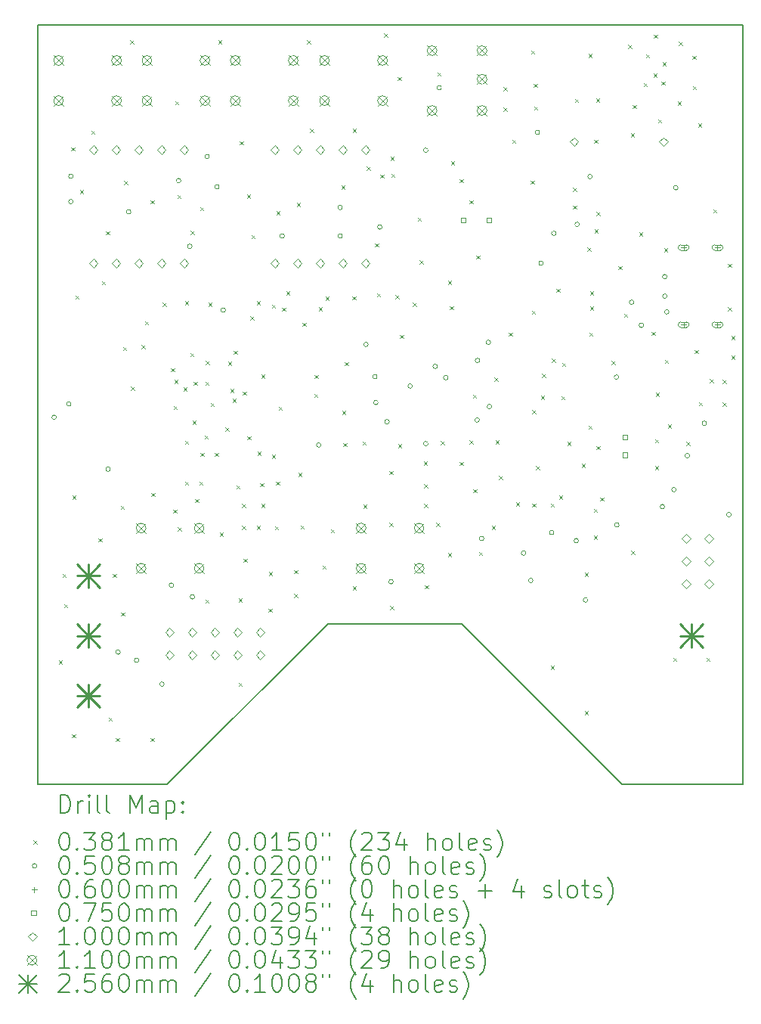
<source format=gbr>
%TF.GenerationSoftware,KiCad,Pcbnew,8.0.6-8.0.6-0~ubuntu22.04.1*%
%TF.CreationDate,2024-11-29T16:11:13+03:00*%
%TF.ProjectId,Dreamstalker-PRO-v2,44726561-6d73-4746-916c-6b65722d5052,2.3*%
%TF.SameCoordinates,Original*%
%TF.FileFunction,Drillmap*%
%TF.FilePolarity,Positive*%
%FSLAX45Y45*%
G04 Gerber Fmt 4.5, Leading zero omitted, Abs format (unit mm)*
G04 Created by KiCad (PCBNEW 8.0.6-8.0.6-0~ubuntu22.04.1) date 2024-11-29 16:11:13*
%MOMM*%
%LPD*%
G01*
G04 APERTURE LIST*
%ADD10C,0.150000*%
%ADD11C,0.200000*%
%ADD12C,0.100000*%
%ADD13C,0.110000*%
%ADD14C,0.256000*%
G04 APERTURE END LIST*
D10*
X12200000Y-10900000D02*
X10400000Y-12700000D01*
X8950000Y-4200000D02*
X16850000Y-4200000D01*
X16850000Y-4200000D02*
X16850000Y-12700000D01*
X16850000Y-12700000D02*
X15500000Y-12700000D01*
X12200000Y-10900000D02*
X13700000Y-10900000D01*
X8950000Y-12700000D02*
X10400000Y-12700000D01*
X8950000Y-4200000D02*
X8950000Y-12700000D01*
X13700000Y-10900000D02*
X15500000Y-12700000D01*
D11*
D12*
X9185950Y-11310950D02*
X9224050Y-11349050D01*
X9224050Y-11310950D02*
X9185950Y-11349050D01*
X9230950Y-10340950D02*
X9269050Y-10379050D01*
X9269050Y-10340950D02*
X9230950Y-10379050D01*
X9245950Y-10682071D02*
X9284050Y-10720171D01*
X9284050Y-10682071D02*
X9245950Y-10720171D01*
X9325950Y-5565950D02*
X9364050Y-5604050D01*
X9364050Y-5565950D02*
X9325950Y-5604050D01*
X9335950Y-12135950D02*
X9374050Y-12174050D01*
X9374050Y-12135950D02*
X9335950Y-12174050D01*
X9340950Y-9465950D02*
X9379050Y-9504050D01*
X9379050Y-9465950D02*
X9340950Y-9504050D01*
X9375950Y-7225950D02*
X9414050Y-7264050D01*
X9414050Y-7225950D02*
X9375950Y-7264050D01*
X9425950Y-6045950D02*
X9464050Y-6084050D01*
X9464050Y-6045950D02*
X9425950Y-6084050D01*
X9550950Y-5380950D02*
X9589050Y-5419050D01*
X9589050Y-5380950D02*
X9550950Y-5419050D01*
X9630950Y-9945950D02*
X9669050Y-9984050D01*
X9669050Y-9945950D02*
X9630950Y-9984050D01*
X9670950Y-7065950D02*
X9709050Y-7104050D01*
X9709050Y-7065950D02*
X9670950Y-7104050D01*
X9715950Y-6505950D02*
X9754050Y-6544050D01*
X9754050Y-6505950D02*
X9715950Y-6544050D01*
X9745950Y-11950950D02*
X9784050Y-11989050D01*
X9784050Y-11950950D02*
X9745950Y-11989050D01*
X9790950Y-10340950D02*
X9829050Y-10379050D01*
X9829050Y-10340950D02*
X9790950Y-10379050D01*
X9825950Y-12180950D02*
X9864050Y-12219050D01*
X9864050Y-12180950D02*
X9825950Y-12219050D01*
X9880950Y-9580950D02*
X9919050Y-9619050D01*
X9919050Y-9580950D02*
X9880950Y-9619050D01*
X9885950Y-10775950D02*
X9924050Y-10814050D01*
X9924050Y-10775950D02*
X9885950Y-10814050D01*
X9905950Y-7800950D02*
X9944050Y-7839050D01*
X9944050Y-7800950D02*
X9905950Y-7839050D01*
X9920950Y-5945950D02*
X9959050Y-5984050D01*
X9959050Y-5945950D02*
X9920950Y-5984050D01*
X9985950Y-4370950D02*
X10024050Y-4409050D01*
X10024050Y-4370950D02*
X9985950Y-4409050D01*
X9995950Y-8245950D02*
X10034050Y-8284050D01*
X10034050Y-8245950D02*
X9995950Y-8284050D01*
X10115950Y-7780950D02*
X10154050Y-7819050D01*
X10154050Y-7780950D02*
X10115950Y-7819050D01*
X10150950Y-7515950D02*
X10189050Y-7554050D01*
X10189050Y-7515950D02*
X10150950Y-7554050D01*
X10215950Y-6159829D02*
X10254050Y-6197929D01*
X10254050Y-6159829D02*
X10215950Y-6197929D01*
X10215950Y-12180950D02*
X10254050Y-12219050D01*
X10254050Y-12180950D02*
X10215950Y-12219050D01*
X10225950Y-9435950D02*
X10264050Y-9474050D01*
X10264050Y-9435950D02*
X10225950Y-9474050D01*
X10350950Y-7305950D02*
X10389050Y-7344050D01*
X10389050Y-7305950D02*
X10350950Y-7344050D01*
X10445950Y-8040950D02*
X10484050Y-8079050D01*
X10484050Y-8040950D02*
X10445950Y-8079050D01*
X10470950Y-9620950D02*
X10509050Y-9659050D01*
X10509050Y-9620950D02*
X10470950Y-9659050D01*
X10475950Y-8460950D02*
X10514050Y-8499050D01*
X10514050Y-8460950D02*
X10475950Y-8499050D01*
X10480950Y-8170950D02*
X10519050Y-8209050D01*
X10519050Y-8170950D02*
X10480950Y-8209050D01*
X10490950Y-5050950D02*
X10529050Y-5089050D01*
X10529050Y-5050950D02*
X10490950Y-5089050D01*
X10515950Y-6100950D02*
X10554050Y-6139050D01*
X10554050Y-6100950D02*
X10515950Y-6139050D01*
X10520950Y-9820950D02*
X10559050Y-9859050D01*
X10559050Y-9820950D02*
X10520950Y-9859050D01*
X10585950Y-8255950D02*
X10624050Y-8294050D01*
X10624050Y-8255950D02*
X10585950Y-8294050D01*
X10600950Y-7290950D02*
X10639050Y-7329050D01*
X10639050Y-7290950D02*
X10600950Y-7329050D01*
X10600950Y-8850950D02*
X10639050Y-8889050D01*
X10639050Y-8850950D02*
X10600950Y-8889050D01*
X10600950Y-9310950D02*
X10639050Y-9349050D01*
X10639050Y-9310950D02*
X10600950Y-9349050D01*
X10660950Y-7870950D02*
X10699050Y-7909050D01*
X10699050Y-7870950D02*
X10660950Y-7909050D01*
X10665950Y-6500950D02*
X10704050Y-6539050D01*
X10704050Y-6500950D02*
X10665950Y-6539050D01*
X10686680Y-8626680D02*
X10724780Y-8664780D01*
X10724780Y-8626680D02*
X10686680Y-8664780D01*
X10700950Y-8190950D02*
X10739050Y-8229050D01*
X10739050Y-8190950D02*
X10700950Y-8229050D01*
X10715950Y-9505950D02*
X10754050Y-9544050D01*
X10754050Y-9505950D02*
X10715950Y-9544050D01*
X10760950Y-9310950D02*
X10799050Y-9349050D01*
X10799050Y-9310950D02*
X10760950Y-9349050D01*
X10770950Y-6235950D02*
X10809050Y-6274050D01*
X10809050Y-6235950D02*
X10770950Y-6274050D01*
X10775950Y-8985950D02*
X10814050Y-9024050D01*
X10814050Y-8985950D02*
X10775950Y-9024050D01*
X10820950Y-8790950D02*
X10859050Y-8829050D01*
X10859050Y-8790950D02*
X10820950Y-8829050D01*
X10830950Y-8190950D02*
X10869050Y-8229050D01*
X10869050Y-8190950D02*
X10830950Y-8229050D01*
X10830950Y-10630950D02*
X10869050Y-10669050D01*
X10869050Y-10630950D02*
X10830950Y-10669050D01*
X10835820Y-7961080D02*
X10873920Y-7999180D01*
X10873920Y-7961080D02*
X10835820Y-7999180D01*
X10865950Y-7305950D02*
X10904050Y-7344050D01*
X10904050Y-7305950D02*
X10865950Y-7344050D01*
X10890950Y-8430950D02*
X10929050Y-8469050D01*
X10929050Y-8430950D02*
X10890950Y-8469050D01*
X10936240Y-8985660D02*
X10974340Y-9023760D01*
X10974340Y-8985660D02*
X10936240Y-9023760D01*
X10975950Y-4370950D02*
X11014050Y-4409050D01*
X11014050Y-4370950D02*
X10975950Y-4409050D01*
X10990950Y-9880950D02*
X11029050Y-9919050D01*
X11029050Y-9880950D02*
X10990950Y-9919050D01*
X11055950Y-8704950D02*
X11094050Y-8743050D01*
X11094050Y-8704950D02*
X11055950Y-8743050D01*
X11085950Y-7965950D02*
X11124050Y-8004050D01*
X11124050Y-7965950D02*
X11085950Y-8004050D01*
X11110950Y-8270950D02*
X11149050Y-8309050D01*
X11149050Y-8270950D02*
X11110950Y-8309050D01*
X11133950Y-8382950D02*
X11172050Y-8421050D01*
X11172050Y-8382950D02*
X11133950Y-8421050D01*
X11145950Y-7845950D02*
X11184050Y-7884050D01*
X11184050Y-7845950D02*
X11145950Y-7884050D01*
X11175950Y-9350950D02*
X11214050Y-9389050D01*
X11214050Y-9350950D02*
X11175950Y-9389050D01*
X11200950Y-10615950D02*
X11239050Y-10654050D01*
X11239050Y-10615950D02*
X11200950Y-10654050D01*
X11200950Y-11560950D02*
X11239050Y-11599050D01*
X11239050Y-11560950D02*
X11200950Y-11599050D01*
X11215950Y-5500950D02*
X11254050Y-5539050D01*
X11254050Y-5500950D02*
X11215950Y-5539050D01*
X11240950Y-9560950D02*
X11279050Y-9599050D01*
X11279050Y-9560950D02*
X11240950Y-9599050D01*
X11240950Y-9805950D02*
X11279050Y-9844050D01*
X11279050Y-9805950D02*
X11240950Y-9844050D01*
X11250950Y-8300950D02*
X11289050Y-8339050D01*
X11289050Y-8300950D02*
X11250950Y-8339050D01*
X11255950Y-10170950D02*
X11294050Y-10209050D01*
X11294050Y-10170950D02*
X11255950Y-10209050D01*
X11295950Y-6095950D02*
X11334050Y-6134050D01*
X11334050Y-6095950D02*
X11295950Y-6134050D01*
X11300950Y-8799829D02*
X11339050Y-8837929D01*
X11339050Y-8799829D02*
X11300950Y-8837929D01*
X11334160Y-7457739D02*
X11372260Y-7495839D01*
X11372260Y-7457739D02*
X11334160Y-7495839D01*
X11344829Y-6550950D02*
X11382929Y-6589050D01*
X11382929Y-6550950D02*
X11344829Y-6589050D01*
X11404950Y-7290950D02*
X11443050Y-7329050D01*
X11443050Y-7290950D02*
X11404950Y-7329050D01*
X11405550Y-9805950D02*
X11443650Y-9844050D01*
X11443650Y-9805950D02*
X11405550Y-9844050D01*
X11415950Y-8975950D02*
X11454050Y-9014050D01*
X11454050Y-8975950D02*
X11415950Y-9014050D01*
X11441950Y-9325950D02*
X11480050Y-9364050D01*
X11480050Y-9325950D02*
X11441950Y-9364050D01*
X11455950Y-9560950D02*
X11494050Y-9599050D01*
X11494050Y-9560950D02*
X11455950Y-9599050D01*
X11458750Y-8112570D02*
X11496850Y-8150670D01*
X11496850Y-8112570D02*
X11458750Y-8150670D01*
X11535950Y-10730950D02*
X11574050Y-10769050D01*
X11574050Y-10730950D02*
X11535950Y-10769050D01*
X11540950Y-10320950D02*
X11579050Y-10359050D01*
X11579050Y-10320950D02*
X11540950Y-10359050D01*
X11574950Y-7328950D02*
X11613050Y-7367050D01*
X11613050Y-7328950D02*
X11574950Y-7367050D01*
X11575950Y-9010950D02*
X11614050Y-9049050D01*
X11614050Y-9010950D02*
X11575950Y-9049050D01*
X11610950Y-9810950D02*
X11649050Y-9849050D01*
X11649050Y-9810950D02*
X11610950Y-9849050D01*
X11620950Y-9310950D02*
X11659050Y-9349050D01*
X11659050Y-9310950D02*
X11620950Y-9349050D01*
X11626950Y-6282950D02*
X11665050Y-6321050D01*
X11665050Y-6282950D02*
X11626950Y-6321050D01*
X11650950Y-8470950D02*
X11689050Y-8509050D01*
X11689050Y-8470950D02*
X11650950Y-8509050D01*
X11690950Y-7361950D02*
X11729050Y-7400050D01*
X11729050Y-7361950D02*
X11690950Y-7400050D01*
X11733950Y-7178950D02*
X11772050Y-7217050D01*
X11772050Y-7178950D02*
X11733950Y-7217050D01*
X11825950Y-10300950D02*
X11864050Y-10339050D01*
X11864050Y-10300950D02*
X11825950Y-10339050D01*
X11825950Y-10565950D02*
X11864050Y-10604050D01*
X11864050Y-10565950D02*
X11825950Y-10604050D01*
X11855950Y-6190950D02*
X11894050Y-6229050D01*
X11894050Y-6190950D02*
X11855950Y-6229050D01*
X11870950Y-9210950D02*
X11909050Y-9249050D01*
X11909050Y-9210950D02*
X11870950Y-9249050D01*
X11895950Y-9800950D02*
X11934050Y-9839050D01*
X11934050Y-9800950D02*
X11895950Y-9839050D01*
X11918950Y-7531950D02*
X11957050Y-7570050D01*
X11957050Y-7531950D02*
X11918950Y-7570050D01*
X11970950Y-4370950D02*
X12009050Y-4409050D01*
X12009050Y-4370950D02*
X11970950Y-4409050D01*
X12000950Y-5360950D02*
X12039050Y-5399050D01*
X12039050Y-5360950D02*
X12000950Y-5399050D01*
X12050950Y-8325950D02*
X12089050Y-8364050D01*
X12089050Y-8325950D02*
X12050950Y-8364050D01*
X12051670Y-8115950D02*
X12089770Y-8154050D01*
X12089770Y-8115950D02*
X12051670Y-8154050D01*
X12099950Y-7355950D02*
X12138050Y-7394050D01*
X12138050Y-7355950D02*
X12099950Y-7394050D01*
X12140950Y-10250950D02*
X12179050Y-10289050D01*
X12179050Y-10250950D02*
X12140950Y-10289050D01*
X12175950Y-7240950D02*
X12214050Y-7279050D01*
X12214050Y-7240950D02*
X12175950Y-7279050D01*
X12235950Y-9840950D02*
X12274050Y-9879050D01*
X12274050Y-9840950D02*
X12235950Y-9879050D01*
X12355950Y-5995950D02*
X12394050Y-6034050D01*
X12394050Y-5995950D02*
X12355950Y-6034050D01*
X12360950Y-8515950D02*
X12399050Y-8554050D01*
X12399050Y-8515950D02*
X12360950Y-8554050D01*
X12375950Y-8875950D02*
X12414050Y-8914050D01*
X12414050Y-8875950D02*
X12375950Y-8914050D01*
X12390950Y-7970950D02*
X12429050Y-8009050D01*
X12429050Y-7970950D02*
X12390950Y-8009050D01*
X12475950Y-7235950D02*
X12514050Y-7274050D01*
X12514050Y-7235950D02*
X12475950Y-7274050D01*
X12480950Y-5360950D02*
X12519050Y-5399050D01*
X12519050Y-5360950D02*
X12480950Y-5399050D01*
X12480950Y-10480950D02*
X12519050Y-10519050D01*
X12519050Y-10480950D02*
X12480950Y-10519050D01*
X12590950Y-8860950D02*
X12629050Y-8899050D01*
X12629050Y-8860950D02*
X12590950Y-8899050D01*
X12600950Y-9565950D02*
X12639050Y-9604050D01*
X12639050Y-9565950D02*
X12600950Y-9604050D01*
X12638950Y-5783950D02*
X12677050Y-5822050D01*
X12677050Y-5783950D02*
X12638950Y-5822050D01*
X12730950Y-6640950D02*
X12769050Y-6679050D01*
X12769050Y-6640950D02*
X12730950Y-6679050D01*
X12750950Y-7200950D02*
X12789050Y-7239050D01*
X12789050Y-7200950D02*
X12750950Y-7239050D01*
X12790950Y-5870950D02*
X12829050Y-5909050D01*
X12829050Y-5870950D02*
X12790950Y-5909050D01*
X12830950Y-4290950D02*
X12869050Y-4329050D01*
X12869050Y-4290950D02*
X12830950Y-4329050D01*
X12890950Y-9190950D02*
X12929050Y-9229050D01*
X12929050Y-9190950D02*
X12890950Y-9229050D01*
X12890950Y-9770950D02*
X12929050Y-9809050D01*
X12929050Y-9770950D02*
X12890950Y-9809050D01*
X12900950Y-10700950D02*
X12939050Y-10739050D01*
X12939050Y-10700950D02*
X12900950Y-10739050D01*
X12905950Y-5670950D02*
X12944050Y-5709050D01*
X12944050Y-5670950D02*
X12905950Y-5709050D01*
X12914950Y-5864950D02*
X12953050Y-5903050D01*
X12953050Y-5864950D02*
X12914950Y-5903050D01*
X12960950Y-7220950D02*
X12999050Y-7259050D01*
X12999050Y-7220950D02*
X12960950Y-7259050D01*
X12985950Y-4780950D02*
X13024050Y-4819050D01*
X13024050Y-4780950D02*
X12985950Y-4819050D01*
X12990950Y-8890950D02*
X13029050Y-8929050D01*
X13029050Y-8890950D02*
X12990950Y-8929050D01*
X13010950Y-7665950D02*
X13049050Y-7704050D01*
X13049050Y-7665950D02*
X13010950Y-7704050D01*
X13155950Y-7305950D02*
X13194050Y-7344050D01*
X13194050Y-7305950D02*
X13155950Y-7344050D01*
X13210950Y-6355950D02*
X13249050Y-6394050D01*
X13249050Y-6355950D02*
X13210950Y-6394050D01*
X13230950Y-6830950D02*
X13269050Y-6869050D01*
X13269050Y-6830950D02*
X13230950Y-6869050D01*
X13275950Y-9085950D02*
X13314050Y-9124050D01*
X13314050Y-9085950D02*
X13275950Y-9124050D01*
X13280950Y-9340950D02*
X13319050Y-9379050D01*
X13319050Y-9340950D02*
X13280950Y-9379050D01*
X13280950Y-9560950D02*
X13319050Y-9599050D01*
X13319050Y-9560950D02*
X13280950Y-9599050D01*
X13290950Y-10470950D02*
X13329050Y-10509050D01*
X13329050Y-10470950D02*
X13290950Y-10509050D01*
X13415950Y-9770950D02*
X13454050Y-9809050D01*
X13454050Y-9770950D02*
X13415950Y-9809050D01*
X13430950Y-4730950D02*
X13469050Y-4769050D01*
X13469050Y-4730950D02*
X13430950Y-4769050D01*
X13465950Y-8855950D02*
X13504050Y-8894050D01*
X13504050Y-8855950D02*
X13465950Y-8894050D01*
X13545950Y-7060950D02*
X13584050Y-7099050D01*
X13584050Y-7060950D02*
X13545950Y-7099050D01*
X13545950Y-10110950D02*
X13584050Y-10149050D01*
X13584050Y-10110950D02*
X13545950Y-10149050D01*
X13570950Y-7345950D02*
X13609050Y-7384050D01*
X13609050Y-7345950D02*
X13570950Y-7384050D01*
X13579950Y-5721950D02*
X13618050Y-5760050D01*
X13618050Y-5721950D02*
X13579950Y-5760050D01*
X13680950Y-5920950D02*
X13719050Y-5959050D01*
X13719050Y-5920950D02*
X13680950Y-5959050D01*
X13680950Y-9090950D02*
X13719050Y-9129050D01*
X13719050Y-9090950D02*
X13680950Y-9129050D01*
X13789950Y-8845950D02*
X13828050Y-8884050D01*
X13828050Y-8845950D02*
X13789950Y-8884050D01*
X13790950Y-6160950D02*
X13829050Y-6199050D01*
X13829050Y-6160950D02*
X13790950Y-6199050D01*
X13828950Y-8334950D02*
X13867050Y-8373050D01*
X13867050Y-8334950D02*
X13828950Y-8373050D01*
X13830950Y-9395950D02*
X13869050Y-9434050D01*
X13869050Y-9395950D02*
X13830950Y-9434050D01*
X13865950Y-6775950D02*
X13904050Y-6814050D01*
X13904050Y-6775950D02*
X13865950Y-6814050D01*
X13895950Y-10095950D02*
X13934050Y-10134050D01*
X13934050Y-10095950D02*
X13895950Y-10134050D01*
X14040950Y-9805950D02*
X14079050Y-9844050D01*
X14079050Y-9805950D02*
X14040950Y-9844050D01*
X14069950Y-8146950D02*
X14108050Y-8185050D01*
X14108050Y-8146950D02*
X14069950Y-8185050D01*
X14080950Y-8845950D02*
X14119050Y-8884050D01*
X14119050Y-8845950D02*
X14080950Y-8884050D01*
X14120950Y-9245950D02*
X14159050Y-9284050D01*
X14159050Y-9245950D02*
X14120950Y-9284050D01*
X14170950Y-4894700D02*
X14209050Y-4932800D01*
X14209050Y-4894700D02*
X14170950Y-4932800D01*
X14170950Y-5120950D02*
X14209050Y-5159050D01*
X14209050Y-5120950D02*
X14170950Y-5159050D01*
X14230950Y-7640950D02*
X14269050Y-7679050D01*
X14269050Y-7640950D02*
X14230950Y-7679050D01*
X14267950Y-5482950D02*
X14306050Y-5521050D01*
X14306050Y-5482950D02*
X14267950Y-5521050D01*
X14310950Y-9540950D02*
X14349050Y-9579050D01*
X14349050Y-9540950D02*
X14310950Y-9579050D01*
X14475950Y-5940950D02*
X14514050Y-5979050D01*
X14514050Y-5940950D02*
X14475950Y-5979050D01*
X14480950Y-4482070D02*
X14519050Y-4520170D01*
X14519050Y-4482070D02*
X14480950Y-4520170D01*
X14485950Y-7395950D02*
X14524050Y-7434050D01*
X14524050Y-7395950D02*
X14485950Y-7434050D01*
X14490950Y-8510950D02*
X14529050Y-8549050D01*
X14529050Y-8510950D02*
X14490950Y-8549050D01*
X14490950Y-9555950D02*
X14529050Y-9594050D01*
X14529050Y-9555950D02*
X14490950Y-9594050D01*
X14510950Y-4855950D02*
X14549050Y-4894050D01*
X14549050Y-4855950D02*
X14510950Y-4894050D01*
X14512950Y-5111950D02*
X14551050Y-5150050D01*
X14551050Y-5111950D02*
X14512950Y-5150050D01*
X14535950Y-9135950D02*
X14574050Y-9174050D01*
X14574050Y-9135950D02*
X14535950Y-9174050D01*
X14590950Y-8348950D02*
X14629050Y-8387050D01*
X14629050Y-8348950D02*
X14590950Y-8387050D01*
X14600950Y-8100950D02*
X14639050Y-8139050D01*
X14639050Y-8100950D02*
X14600950Y-8139050D01*
X14700950Y-9555950D02*
X14739050Y-9594050D01*
X14739050Y-9555950D02*
X14700950Y-9594050D01*
X14700950Y-11370950D02*
X14739050Y-11409050D01*
X14739050Y-11370950D02*
X14700950Y-11409050D01*
X14710826Y-7935047D02*
X14748926Y-7973147D01*
X14748926Y-7935047D02*
X14710826Y-7973147D01*
X14760950Y-7150950D02*
X14799050Y-7189050D01*
X14799050Y-7150950D02*
X14760950Y-7189050D01*
X14790950Y-9465950D02*
X14829050Y-9504050D01*
X14829050Y-9465950D02*
X14790950Y-9504050D01*
X14815950Y-8350950D02*
X14854050Y-8389050D01*
X14854050Y-8350950D02*
X14815950Y-8389050D01*
X14825950Y-7980950D02*
X14864050Y-8019050D01*
X14864050Y-7980950D02*
X14825950Y-8019050D01*
X14885950Y-8865950D02*
X14924050Y-8904050D01*
X14924050Y-8865950D02*
X14885950Y-8904050D01*
X14950950Y-6020950D02*
X14989050Y-6059050D01*
X14989050Y-6020950D02*
X14950950Y-6059050D01*
X14950950Y-6220950D02*
X14989050Y-6259050D01*
X14989050Y-6220950D02*
X14950950Y-6259050D01*
X14970950Y-5025950D02*
X15009050Y-5064050D01*
X15009050Y-5025950D02*
X14970950Y-5064050D01*
X15047649Y-9112070D02*
X15085749Y-9150170D01*
X15085749Y-9112070D02*
X15047649Y-9150170D01*
X15080950Y-10330950D02*
X15119050Y-10369050D01*
X15119050Y-10330950D02*
X15080950Y-10369050D01*
X15080950Y-11880950D02*
X15119050Y-11919050D01*
X15119050Y-11880950D02*
X15080950Y-11919050D01*
X15110950Y-6690950D02*
X15149050Y-6729050D01*
X15149050Y-6690950D02*
X15110950Y-6729050D01*
X15120950Y-4520950D02*
X15159050Y-4559050D01*
X15159050Y-4520950D02*
X15120950Y-4559050D01*
X15120950Y-8680950D02*
X15159050Y-8719050D01*
X15159050Y-8680950D02*
X15120950Y-8719050D01*
X15130950Y-7640950D02*
X15169050Y-7679050D01*
X15169050Y-7640950D02*
X15130950Y-7679050D01*
X15140950Y-7179700D02*
X15179050Y-7217800D01*
X15179050Y-7179700D02*
X15140950Y-7217800D01*
X15141450Y-7350450D02*
X15179550Y-7388550D01*
X15179550Y-7350450D02*
X15141450Y-7388550D01*
X15180950Y-9915950D02*
X15219050Y-9954050D01*
X15219050Y-9915950D02*
X15180950Y-9954050D01*
X15181950Y-9615950D02*
X15220050Y-9654050D01*
X15220050Y-9615950D02*
X15181950Y-9654050D01*
X15185950Y-5480950D02*
X15224050Y-5519050D01*
X15224050Y-5480950D02*
X15185950Y-5519050D01*
X15190950Y-6485950D02*
X15229050Y-6524050D01*
X15229050Y-6485950D02*
X15190950Y-6524050D01*
X15205950Y-5020950D02*
X15244050Y-5059050D01*
X15244050Y-5020950D02*
X15205950Y-5059050D01*
X15210950Y-6290950D02*
X15249050Y-6329050D01*
X15249050Y-6290950D02*
X15210950Y-6329050D01*
X15210950Y-8910950D02*
X15249050Y-8949050D01*
X15249050Y-8910950D02*
X15210950Y-8949050D01*
X15252070Y-9485950D02*
X15290170Y-9524050D01*
X15290170Y-9485950D02*
X15252070Y-9524050D01*
X15378950Y-7959950D02*
X15417050Y-7998050D01*
X15417050Y-7959950D02*
X15378950Y-7998050D01*
X15455950Y-6895950D02*
X15494050Y-6934050D01*
X15494050Y-6895950D02*
X15455950Y-6934050D01*
X15520950Y-7430950D02*
X15559050Y-7469050D01*
X15559050Y-7430950D02*
X15520950Y-7469050D01*
X15568450Y-4420950D02*
X15606550Y-4459050D01*
X15606550Y-4420950D02*
X15568450Y-4459050D01*
X15595950Y-5410950D02*
X15634050Y-5449050D01*
X15634050Y-5410950D02*
X15595950Y-5449050D01*
X15600950Y-10085950D02*
X15639050Y-10124050D01*
X15639050Y-10085950D02*
X15600950Y-10124050D01*
X15615950Y-5090950D02*
X15654050Y-5129050D01*
X15654050Y-5090950D02*
X15615950Y-5129050D01*
X15690950Y-6520950D02*
X15729050Y-6559050D01*
X15729050Y-6520950D02*
X15690950Y-6559050D01*
X15740950Y-4845950D02*
X15779050Y-4884050D01*
X15779050Y-4845950D02*
X15740950Y-4884050D01*
X15765950Y-4525950D02*
X15804050Y-4564050D01*
X15804050Y-4525950D02*
X15765950Y-4564050D01*
X15830950Y-7630950D02*
X15869050Y-7669050D01*
X15869050Y-7630950D02*
X15830950Y-7669050D01*
X15850950Y-4740950D02*
X15889050Y-4779050D01*
X15889050Y-4740950D02*
X15850950Y-4779050D01*
X15855950Y-4305950D02*
X15894050Y-4344050D01*
X15894050Y-4305950D02*
X15855950Y-4344050D01*
X15865950Y-8835950D02*
X15904050Y-8874050D01*
X15904050Y-8835950D02*
X15865950Y-8874050D01*
X15865950Y-9135950D02*
X15904050Y-9174050D01*
X15904050Y-9135950D02*
X15865950Y-9174050D01*
X15875950Y-8315950D02*
X15914050Y-8354050D01*
X15914050Y-8315950D02*
X15875950Y-8354050D01*
X15900950Y-5255950D02*
X15939050Y-5294050D01*
X15939050Y-5255950D02*
X15900950Y-5294050D01*
X15940950Y-4830950D02*
X15979050Y-4869050D01*
X15979050Y-4830950D02*
X15940950Y-4869050D01*
X15952239Y-4612859D02*
X15990339Y-4650959D01*
X15990339Y-4612859D02*
X15952239Y-4650959D01*
X15970950Y-6695950D02*
X16009050Y-6734050D01*
X16009050Y-6695950D02*
X15970950Y-6734050D01*
X15975950Y-7945950D02*
X16014050Y-7984050D01*
X16014050Y-7945950D02*
X15975950Y-7984050D01*
X16010950Y-8670950D02*
X16049050Y-8709050D01*
X16049050Y-8670950D02*
X16010950Y-8709050D01*
X16070950Y-11282950D02*
X16109050Y-11321050D01*
X16109050Y-11282950D02*
X16070950Y-11321050D01*
X16120950Y-5055950D02*
X16159050Y-5094050D01*
X16159050Y-5055950D02*
X16120950Y-5094050D01*
X16135950Y-4385950D02*
X16174050Y-4424050D01*
X16174050Y-4385950D02*
X16135950Y-4424050D01*
X16220950Y-8865950D02*
X16259050Y-8904050D01*
X16259050Y-8865950D02*
X16220950Y-8904050D01*
X16285950Y-4540950D02*
X16324050Y-4579050D01*
X16324050Y-4540950D02*
X16285950Y-4579050D01*
X16290950Y-4880950D02*
X16329050Y-4919050D01*
X16329050Y-4880950D02*
X16290950Y-4919050D01*
X16310950Y-7835950D02*
X16349050Y-7874050D01*
X16349050Y-7835950D02*
X16310950Y-7874050D01*
X16350950Y-5300950D02*
X16389050Y-5339050D01*
X16389050Y-5300950D02*
X16350950Y-5339050D01*
X16360950Y-8420950D02*
X16399050Y-8459050D01*
X16399050Y-8420950D02*
X16360950Y-8459050D01*
X16444950Y-11282950D02*
X16483050Y-11321050D01*
X16483050Y-11282950D02*
X16444950Y-11321050D01*
X16480950Y-8160950D02*
X16519050Y-8199050D01*
X16519050Y-8160950D02*
X16480950Y-8199050D01*
X16520950Y-6260950D02*
X16559050Y-6299050D01*
X16559050Y-6260950D02*
X16520950Y-6299050D01*
X16625950Y-8172530D02*
X16664050Y-8210630D01*
X16664050Y-8172530D02*
X16625950Y-8210630D01*
X16626662Y-8425030D02*
X16664762Y-8463130D01*
X16664762Y-8425030D02*
X16626662Y-8463130D01*
X16685950Y-6870950D02*
X16724050Y-6909050D01*
X16724050Y-6870950D02*
X16685950Y-6909050D01*
X16685950Y-7355950D02*
X16724050Y-7394050D01*
X16724050Y-7355950D02*
X16685950Y-7394050D01*
X16720950Y-7680950D02*
X16759050Y-7719050D01*
X16759050Y-7680950D02*
X16720950Y-7719050D01*
X16720950Y-7900950D02*
X16759050Y-7939050D01*
X16759050Y-7900950D02*
X16720950Y-7939050D01*
X9160400Y-8589000D02*
G75*
G02*
X9109600Y-8589000I-25400J0D01*
G01*
X9109600Y-8589000D02*
G75*
G02*
X9160400Y-8589000I25400J0D01*
G01*
X9325400Y-8440000D02*
G75*
G02*
X9274600Y-8440000I-25400J0D01*
G01*
X9274600Y-8440000D02*
G75*
G02*
X9325400Y-8440000I25400J0D01*
G01*
X9348700Y-5891700D02*
G75*
G02*
X9297900Y-5891700I-25400J0D01*
G01*
X9297900Y-5891700D02*
G75*
G02*
X9348700Y-5891700I25400J0D01*
G01*
X9348700Y-6175000D02*
G75*
G02*
X9297900Y-6175000I-25400J0D01*
G01*
X9297900Y-6175000D02*
G75*
G02*
X9348700Y-6175000I25400J0D01*
G01*
X9765400Y-9170000D02*
G75*
G02*
X9714600Y-9170000I-25400J0D01*
G01*
X9714600Y-9170000D02*
G75*
G02*
X9765400Y-9170000I25400J0D01*
G01*
X9877400Y-11218000D02*
G75*
G02*
X9826600Y-11218000I-25400J0D01*
G01*
X9826600Y-11218000D02*
G75*
G02*
X9877400Y-11218000I25400J0D01*
G01*
X9995400Y-6290000D02*
G75*
G02*
X9944600Y-6290000I-25400J0D01*
G01*
X9944600Y-6290000D02*
G75*
G02*
X9995400Y-6290000I25400J0D01*
G01*
X10085400Y-11310000D02*
G75*
G02*
X10034600Y-11310000I-25400J0D01*
G01*
X10034600Y-11310000D02*
G75*
G02*
X10085400Y-11310000I25400J0D01*
G01*
X10369400Y-11577000D02*
G75*
G02*
X10318600Y-11577000I-25400J0D01*
G01*
X10318600Y-11577000D02*
G75*
G02*
X10369400Y-11577000I25400J0D01*
G01*
X10475400Y-10470000D02*
G75*
G02*
X10424600Y-10470000I-25400J0D01*
G01*
X10424600Y-10470000D02*
G75*
G02*
X10475400Y-10470000I25400J0D01*
G01*
X10555400Y-5940000D02*
G75*
G02*
X10504600Y-5940000I-25400J0D01*
G01*
X10504600Y-5940000D02*
G75*
G02*
X10555400Y-5940000I25400J0D01*
G01*
X10680400Y-6675000D02*
G75*
G02*
X10629600Y-6675000I-25400J0D01*
G01*
X10629600Y-6675000D02*
G75*
G02*
X10680400Y-6675000I25400J0D01*
G01*
X10710400Y-10600000D02*
G75*
G02*
X10659600Y-10600000I-25400J0D01*
G01*
X10659600Y-10600000D02*
G75*
G02*
X10710400Y-10600000I25400J0D01*
G01*
X10875400Y-5670000D02*
G75*
G02*
X10824600Y-5670000I-25400J0D01*
G01*
X10824600Y-5670000D02*
G75*
G02*
X10875400Y-5670000I25400J0D01*
G01*
X10985400Y-6010000D02*
G75*
G02*
X10934600Y-6010000I-25400J0D01*
G01*
X10934600Y-6010000D02*
G75*
G02*
X10985400Y-6010000I25400J0D01*
G01*
X11055400Y-7390000D02*
G75*
G02*
X11004600Y-7390000I-25400J0D01*
G01*
X11004600Y-7390000D02*
G75*
G02*
X11055400Y-7390000I25400J0D01*
G01*
X11715400Y-6560000D02*
G75*
G02*
X11664600Y-6560000I-25400J0D01*
G01*
X11664600Y-6560000D02*
G75*
G02*
X11715400Y-6560000I25400J0D01*
G01*
X12125400Y-8900000D02*
G75*
G02*
X12074600Y-8900000I-25400J0D01*
G01*
X12074600Y-8900000D02*
G75*
G02*
X12125400Y-8900000I25400J0D01*
G01*
X12365400Y-6240000D02*
G75*
G02*
X12314600Y-6240000I-25400J0D01*
G01*
X12314600Y-6240000D02*
G75*
G02*
X12365400Y-6240000I25400J0D01*
G01*
X12365400Y-6560000D02*
G75*
G02*
X12314600Y-6560000I-25400J0D01*
G01*
X12314600Y-6560000D02*
G75*
G02*
X12365400Y-6560000I25400J0D01*
G01*
X12655400Y-7773820D02*
G75*
G02*
X12604600Y-7773820I-25400J0D01*
G01*
X12604600Y-7773820D02*
G75*
G02*
X12655400Y-7773820I25400J0D01*
G01*
X12755400Y-8135000D02*
G75*
G02*
X12704600Y-8135000I-25400J0D01*
G01*
X12704600Y-8135000D02*
G75*
G02*
X12755400Y-8135000I25400J0D01*
G01*
X12765400Y-8425000D02*
G75*
G02*
X12714600Y-8425000I-25400J0D01*
G01*
X12714600Y-8425000D02*
G75*
G02*
X12765400Y-8425000I25400J0D01*
G01*
X12810400Y-6460000D02*
G75*
G02*
X12759600Y-6460000I-25400J0D01*
G01*
X12759600Y-6460000D02*
G75*
G02*
X12810400Y-6460000I25400J0D01*
G01*
X12890400Y-8640000D02*
G75*
G02*
X12839600Y-8640000I-25400J0D01*
G01*
X12839600Y-8640000D02*
G75*
G02*
X12890400Y-8640000I25400J0D01*
G01*
X12935400Y-10430000D02*
G75*
G02*
X12884600Y-10430000I-25400J0D01*
G01*
X12884600Y-10430000D02*
G75*
G02*
X12935400Y-10430000I25400J0D01*
G01*
X13150400Y-8240000D02*
G75*
G02*
X13099600Y-8240000I-25400J0D01*
G01*
X13099600Y-8240000D02*
G75*
G02*
X13150400Y-8240000I25400J0D01*
G01*
X13325400Y-5600000D02*
G75*
G02*
X13274600Y-5600000I-25400J0D01*
G01*
X13274600Y-5600000D02*
G75*
G02*
X13325400Y-5600000I25400J0D01*
G01*
X13325400Y-8885000D02*
G75*
G02*
X13274600Y-8885000I-25400J0D01*
G01*
X13274600Y-8885000D02*
G75*
G02*
X13325400Y-8885000I25400J0D01*
G01*
X13430400Y-8020000D02*
G75*
G02*
X13379600Y-8020000I-25400J0D01*
G01*
X13379600Y-8020000D02*
G75*
G02*
X13430400Y-8020000I25400J0D01*
G01*
X13475400Y-4900000D02*
G75*
G02*
X13424600Y-4900000I-25400J0D01*
G01*
X13424600Y-4900000D02*
G75*
G02*
X13475400Y-4900000I25400J0D01*
G01*
X13549400Y-8146000D02*
G75*
G02*
X13498600Y-8146000I-25400J0D01*
G01*
X13498600Y-8146000D02*
G75*
G02*
X13549400Y-8146000I25400J0D01*
G01*
X13900400Y-8620000D02*
G75*
G02*
X13849600Y-8620000I-25400J0D01*
G01*
X13849600Y-8620000D02*
G75*
G02*
X13900400Y-8620000I25400J0D01*
G01*
X13905400Y-7953000D02*
G75*
G02*
X13854600Y-7953000I-25400J0D01*
G01*
X13854600Y-7953000D02*
G75*
G02*
X13905400Y-7953000I25400J0D01*
G01*
X13950400Y-9946250D02*
G75*
G02*
X13899600Y-9946250I-25400J0D01*
G01*
X13899600Y-9946250D02*
G75*
G02*
X13950400Y-9946250I25400J0D01*
G01*
X14025400Y-7750000D02*
G75*
G02*
X13974600Y-7750000I-25400J0D01*
G01*
X13974600Y-7750000D02*
G75*
G02*
X14025400Y-7750000I25400J0D01*
G01*
X14037400Y-8470000D02*
G75*
G02*
X13986600Y-8470000I-25400J0D01*
G01*
X13986600Y-8470000D02*
G75*
G02*
X14037400Y-8470000I25400J0D01*
G01*
X14420400Y-10110000D02*
G75*
G02*
X14369600Y-10110000I-25400J0D01*
G01*
X14369600Y-10110000D02*
G75*
G02*
X14420400Y-10110000I25400J0D01*
G01*
X14501400Y-10417000D02*
G75*
G02*
X14450600Y-10417000I-25400J0D01*
G01*
X14450600Y-10417000D02*
G75*
G02*
X14501400Y-10417000I25400J0D01*
G01*
X14575400Y-5400000D02*
G75*
G02*
X14524600Y-5400000I-25400J0D01*
G01*
X14524600Y-5400000D02*
G75*
G02*
X14575400Y-5400000I25400J0D01*
G01*
X14615400Y-6865000D02*
G75*
G02*
X14564600Y-6865000I-25400J0D01*
G01*
X14564600Y-6865000D02*
G75*
G02*
X14615400Y-6865000I25400J0D01*
G01*
X14735400Y-9880000D02*
G75*
G02*
X14684600Y-9880000I-25400J0D01*
G01*
X14684600Y-9880000D02*
G75*
G02*
X14735400Y-9880000I25400J0D01*
G01*
X14760400Y-6530000D02*
G75*
G02*
X14709600Y-6530000I-25400J0D01*
G01*
X14709600Y-6530000D02*
G75*
G02*
X14760400Y-6530000I25400J0D01*
G01*
X15010400Y-9970000D02*
G75*
G02*
X14959600Y-9970000I-25400J0D01*
G01*
X14959600Y-9970000D02*
G75*
G02*
X15010400Y-9970000I25400J0D01*
G01*
X15020400Y-6430000D02*
G75*
G02*
X14969600Y-6430000I-25400J0D01*
G01*
X14969600Y-6430000D02*
G75*
G02*
X15020400Y-6430000I25400J0D01*
G01*
X15114400Y-10635000D02*
G75*
G02*
X15063600Y-10635000I-25400J0D01*
G01*
X15063600Y-10635000D02*
G75*
G02*
X15114400Y-10635000I25400J0D01*
G01*
X15165400Y-5895000D02*
G75*
G02*
X15114600Y-5895000I-25400J0D01*
G01*
X15114600Y-5895000D02*
G75*
G02*
X15165400Y-5895000I25400J0D01*
G01*
X15460400Y-8140000D02*
G75*
G02*
X15409600Y-8140000I-25400J0D01*
G01*
X15409600Y-8140000D02*
G75*
G02*
X15460400Y-8140000I25400J0D01*
G01*
X15465400Y-9795000D02*
G75*
G02*
X15414600Y-9795000I-25400J0D01*
G01*
X15414600Y-9795000D02*
G75*
G02*
X15465400Y-9795000I25400J0D01*
G01*
X15631530Y-7301180D02*
G75*
G02*
X15580730Y-7301180I-25400J0D01*
G01*
X15580730Y-7301180D02*
G75*
G02*
X15631530Y-7301180I25400J0D01*
G01*
X15740400Y-7560000D02*
G75*
G02*
X15689600Y-7560000I-25400J0D01*
G01*
X15689600Y-7560000D02*
G75*
G02*
X15740400Y-7560000I25400J0D01*
G01*
X15975400Y-9590000D02*
G75*
G02*
X15924600Y-9590000I-25400J0D01*
G01*
X15924600Y-9590000D02*
G75*
G02*
X15975400Y-9590000I25400J0D01*
G01*
X16002400Y-7015000D02*
G75*
G02*
X15951600Y-7015000I-25400J0D01*
G01*
X15951600Y-7015000D02*
G75*
G02*
X16002400Y-7015000I25400J0D01*
G01*
X16002400Y-7233820D02*
G75*
G02*
X15951600Y-7233820I-25400J0D01*
G01*
X15951600Y-7233820D02*
G75*
G02*
X16002400Y-7233820I25400J0D01*
G01*
X16025400Y-7410000D02*
G75*
G02*
X15974600Y-7410000I-25400J0D01*
G01*
X15974600Y-7410000D02*
G75*
G02*
X16025400Y-7410000I25400J0D01*
G01*
X16105400Y-9400000D02*
G75*
G02*
X16054600Y-9400000I-25400J0D01*
G01*
X16054600Y-9400000D02*
G75*
G02*
X16105400Y-9400000I25400J0D01*
G01*
X16125400Y-6020000D02*
G75*
G02*
X16074600Y-6020000I-25400J0D01*
G01*
X16074600Y-6020000D02*
G75*
G02*
X16125400Y-6020000I25400J0D01*
G01*
X16255400Y-9020000D02*
G75*
G02*
X16204600Y-9020000I-25400J0D01*
G01*
X16204600Y-9020000D02*
G75*
G02*
X16255400Y-9020000I25400J0D01*
G01*
X16445400Y-8657500D02*
G75*
G02*
X16394600Y-8657500I-25400J0D01*
G01*
X16394600Y-8657500D02*
G75*
G02*
X16445400Y-8657500I25400J0D01*
G01*
X16720400Y-9680000D02*
G75*
G02*
X16669600Y-9680000I-25400J0D01*
G01*
X16669600Y-9680000D02*
G75*
G02*
X16720400Y-9680000I25400J0D01*
G01*
X16188000Y-6658000D02*
X16188000Y-6718000D01*
X16158000Y-6688000D02*
X16218000Y-6688000D01*
X16158000Y-6718000D02*
X16218000Y-6718000D01*
X16218000Y-6658000D02*
G75*
G02*
X16218000Y-6718000I0J-30000D01*
G01*
X16218000Y-6658000D02*
X16158000Y-6658000D01*
X16158000Y-6658000D02*
G75*
G03*
X16158000Y-6718000I0J-30000D01*
G01*
X16188000Y-7522000D02*
X16188000Y-7582000D01*
X16158000Y-7552000D02*
X16218000Y-7552000D01*
X16158000Y-7582000D02*
X16218000Y-7582000D01*
X16218000Y-7522000D02*
G75*
G02*
X16218000Y-7582000I0J-30000D01*
G01*
X16218000Y-7522000D02*
X16158000Y-7522000D01*
X16158000Y-7522000D02*
G75*
G03*
X16158000Y-7582000I0J-30000D01*
G01*
X16568000Y-6658000D02*
X16568000Y-6718000D01*
X16538000Y-6688000D02*
X16598000Y-6688000D01*
X16538000Y-6718000D02*
X16598000Y-6718000D01*
X16598000Y-6658000D02*
G75*
G02*
X16598000Y-6718000I0J-30000D01*
G01*
X16598000Y-6658000D02*
X16538000Y-6658000D01*
X16538000Y-6658000D02*
G75*
G03*
X16538000Y-6718000I0J-30000D01*
G01*
X16568000Y-7522000D02*
X16568000Y-7582000D01*
X16538000Y-7552000D02*
X16598000Y-7552000D01*
X16538000Y-7582000D02*
X16598000Y-7582000D01*
X16598000Y-7522000D02*
G75*
G02*
X16598000Y-7582000I0J-30000D01*
G01*
X16598000Y-7522000D02*
X16538000Y-7522000D01*
X16538000Y-7522000D02*
G75*
G03*
X16538000Y-7582000I0J-30000D01*
G01*
X13746517Y-6411517D02*
X13746517Y-6358483D01*
X13693483Y-6358483D01*
X13693483Y-6411517D01*
X13746517Y-6411517D01*
X14036517Y-6411517D02*
X14036517Y-6358483D01*
X13983483Y-6358483D01*
X13983483Y-6411517D01*
X14036517Y-6411517D01*
X15556517Y-8836517D02*
X15556517Y-8783483D01*
X15503483Y-8783483D01*
X15503483Y-8836517D01*
X15556517Y-8836517D01*
X15556517Y-9036517D02*
X15556517Y-8983483D01*
X15503483Y-8983483D01*
X15503483Y-9036517D01*
X15556517Y-9036517D01*
X9575000Y-5645000D02*
X9625000Y-5595000D01*
X9575000Y-5545000D01*
X9525000Y-5595000D01*
X9575000Y-5645000D01*
X9575000Y-6915000D02*
X9625000Y-6865000D01*
X9575000Y-6815000D01*
X9525000Y-6865000D01*
X9575000Y-6915000D01*
X9829000Y-5645000D02*
X9879000Y-5595000D01*
X9829000Y-5545000D01*
X9779000Y-5595000D01*
X9829000Y-5645000D01*
X9829000Y-6915000D02*
X9879000Y-6865000D01*
X9829000Y-6815000D01*
X9779000Y-6865000D01*
X9829000Y-6915000D01*
X10083000Y-5645000D02*
X10133000Y-5595000D01*
X10083000Y-5545000D01*
X10033000Y-5595000D01*
X10083000Y-5645000D01*
X10083000Y-6915000D02*
X10133000Y-6865000D01*
X10083000Y-6815000D01*
X10033000Y-6865000D01*
X10083000Y-6915000D01*
X10337000Y-5645000D02*
X10387000Y-5595000D01*
X10337000Y-5545000D01*
X10287000Y-5595000D01*
X10337000Y-5645000D01*
X10337000Y-6915000D02*
X10387000Y-6865000D01*
X10337000Y-6815000D01*
X10287000Y-6865000D01*
X10337000Y-6915000D01*
X10430000Y-11046000D02*
X10480000Y-10996000D01*
X10430000Y-10946000D01*
X10380000Y-10996000D01*
X10430000Y-11046000D01*
X10430000Y-11300000D02*
X10480000Y-11250000D01*
X10430000Y-11200000D01*
X10380000Y-11250000D01*
X10430000Y-11300000D01*
X10591000Y-5645000D02*
X10641000Y-5595000D01*
X10591000Y-5545000D01*
X10541000Y-5595000D01*
X10591000Y-5645000D01*
X10591000Y-6915000D02*
X10641000Y-6865000D01*
X10591000Y-6815000D01*
X10541000Y-6865000D01*
X10591000Y-6915000D01*
X10684000Y-11046000D02*
X10734000Y-10996000D01*
X10684000Y-10946000D01*
X10634000Y-10996000D01*
X10684000Y-11046000D01*
X10684000Y-11300000D02*
X10734000Y-11250000D01*
X10684000Y-11200000D01*
X10634000Y-11250000D01*
X10684000Y-11300000D01*
X10938000Y-11046000D02*
X10988000Y-10996000D01*
X10938000Y-10946000D01*
X10888000Y-10996000D01*
X10938000Y-11046000D01*
X10938000Y-11300000D02*
X10988000Y-11250000D01*
X10938000Y-11200000D01*
X10888000Y-11250000D01*
X10938000Y-11300000D01*
X11192000Y-11046000D02*
X11242000Y-10996000D01*
X11192000Y-10946000D01*
X11142000Y-10996000D01*
X11192000Y-11046000D01*
X11192000Y-11300000D02*
X11242000Y-11250000D01*
X11192000Y-11200000D01*
X11142000Y-11250000D01*
X11192000Y-11300000D01*
X11446000Y-11046000D02*
X11496000Y-10996000D01*
X11446000Y-10946000D01*
X11396000Y-10996000D01*
X11446000Y-11046000D01*
X11446000Y-11300000D02*
X11496000Y-11250000D01*
X11446000Y-11200000D01*
X11396000Y-11250000D01*
X11446000Y-11300000D01*
X11607000Y-5645000D02*
X11657000Y-5595000D01*
X11607000Y-5545000D01*
X11557000Y-5595000D01*
X11607000Y-5645000D01*
X11607000Y-6915000D02*
X11657000Y-6865000D01*
X11607000Y-6815000D01*
X11557000Y-6865000D01*
X11607000Y-6915000D01*
X11861000Y-5645000D02*
X11911000Y-5595000D01*
X11861000Y-5545000D01*
X11811000Y-5595000D01*
X11861000Y-5645000D01*
X11861000Y-6915000D02*
X11911000Y-6865000D01*
X11861000Y-6815000D01*
X11811000Y-6865000D01*
X11861000Y-6915000D01*
X12115000Y-5645000D02*
X12165000Y-5595000D01*
X12115000Y-5545000D01*
X12065000Y-5595000D01*
X12115000Y-5645000D01*
X12115000Y-6915000D02*
X12165000Y-6865000D01*
X12115000Y-6815000D01*
X12065000Y-6865000D01*
X12115000Y-6915000D01*
X12369000Y-5645000D02*
X12419000Y-5595000D01*
X12369000Y-5545000D01*
X12319000Y-5595000D01*
X12369000Y-5645000D01*
X12369000Y-6915000D02*
X12419000Y-6865000D01*
X12369000Y-6815000D01*
X12319000Y-6865000D01*
X12369000Y-6915000D01*
X12623000Y-5645000D02*
X12673000Y-5595000D01*
X12623000Y-5545000D01*
X12573000Y-5595000D01*
X12623000Y-5645000D01*
X12623000Y-6915000D02*
X12673000Y-6865000D01*
X12623000Y-6815000D01*
X12573000Y-6865000D01*
X12623000Y-6915000D01*
X14960000Y-5555000D02*
X15010000Y-5505000D01*
X14960000Y-5455000D01*
X14910000Y-5505000D01*
X14960000Y-5555000D01*
X15960000Y-5555000D02*
X16010000Y-5505000D01*
X15960000Y-5455000D01*
X15910000Y-5505000D01*
X15960000Y-5555000D01*
X16220000Y-9995000D02*
X16270000Y-9945000D01*
X16220000Y-9895000D01*
X16170000Y-9945000D01*
X16220000Y-9995000D01*
X16220000Y-10249000D02*
X16270000Y-10199000D01*
X16220000Y-10149000D01*
X16170000Y-10199000D01*
X16220000Y-10249000D01*
X16220000Y-10503000D02*
X16270000Y-10453000D01*
X16220000Y-10403000D01*
X16170000Y-10453000D01*
X16220000Y-10503000D01*
X16474000Y-9995000D02*
X16524000Y-9945000D01*
X16474000Y-9895000D01*
X16424000Y-9945000D01*
X16474000Y-9995000D01*
X16474000Y-10249000D02*
X16524000Y-10199000D01*
X16474000Y-10149000D01*
X16424000Y-10199000D01*
X16474000Y-10249000D01*
X16474000Y-10503000D02*
X16524000Y-10453000D01*
X16474000Y-10403000D01*
X16424000Y-10453000D01*
X16474000Y-10503000D01*
D13*
X9130000Y-4540000D02*
X9240000Y-4650000D01*
X9240000Y-4540000D02*
X9130000Y-4650000D01*
X9240000Y-4595000D02*
G75*
G02*
X9130000Y-4595000I-55000J0D01*
G01*
X9130000Y-4595000D02*
G75*
G02*
X9240000Y-4595000I55000J0D01*
G01*
X9130000Y-4990000D02*
X9240000Y-5100000D01*
X9240000Y-4990000D02*
X9130000Y-5100000D01*
X9240000Y-5045000D02*
G75*
G02*
X9130000Y-5045000I-55000J0D01*
G01*
X9130000Y-5045000D02*
G75*
G02*
X9240000Y-5045000I55000J0D01*
G01*
X9780000Y-4540000D02*
X9890000Y-4650000D01*
X9890000Y-4540000D02*
X9780000Y-4650000D01*
X9890000Y-4595000D02*
G75*
G02*
X9780000Y-4595000I-55000J0D01*
G01*
X9780000Y-4595000D02*
G75*
G02*
X9890000Y-4595000I55000J0D01*
G01*
X9780000Y-4990000D02*
X9890000Y-5100000D01*
X9890000Y-4990000D02*
X9780000Y-5100000D01*
X9890000Y-5045000D02*
G75*
G02*
X9780000Y-5045000I-55000J0D01*
G01*
X9780000Y-5045000D02*
G75*
G02*
X9890000Y-5045000I55000J0D01*
G01*
X10055000Y-9775000D02*
X10165000Y-9885000D01*
X10165000Y-9775000D02*
X10055000Y-9885000D01*
X10165000Y-9830000D02*
G75*
G02*
X10055000Y-9830000I-55000J0D01*
G01*
X10055000Y-9830000D02*
G75*
G02*
X10165000Y-9830000I55000J0D01*
G01*
X10055000Y-10225000D02*
X10165000Y-10335000D01*
X10165000Y-10225000D02*
X10055000Y-10335000D01*
X10165000Y-10280000D02*
G75*
G02*
X10055000Y-10280000I-55000J0D01*
G01*
X10055000Y-10280000D02*
G75*
G02*
X10165000Y-10280000I55000J0D01*
G01*
X10120000Y-4540000D02*
X10230000Y-4650000D01*
X10230000Y-4540000D02*
X10120000Y-4650000D01*
X10230000Y-4595000D02*
G75*
G02*
X10120000Y-4595000I-55000J0D01*
G01*
X10120000Y-4595000D02*
G75*
G02*
X10230000Y-4595000I55000J0D01*
G01*
X10120000Y-4990000D02*
X10230000Y-5100000D01*
X10230000Y-4990000D02*
X10120000Y-5100000D01*
X10230000Y-5045000D02*
G75*
G02*
X10120000Y-5045000I-55000J0D01*
G01*
X10120000Y-5045000D02*
G75*
G02*
X10230000Y-5045000I55000J0D01*
G01*
X10705000Y-9775000D02*
X10815000Y-9885000D01*
X10815000Y-9775000D02*
X10705000Y-9885000D01*
X10815000Y-9830000D02*
G75*
G02*
X10705000Y-9830000I-55000J0D01*
G01*
X10705000Y-9830000D02*
G75*
G02*
X10815000Y-9830000I55000J0D01*
G01*
X10705000Y-10225000D02*
X10815000Y-10335000D01*
X10815000Y-10225000D02*
X10705000Y-10335000D01*
X10815000Y-10280000D02*
G75*
G02*
X10705000Y-10280000I-55000J0D01*
G01*
X10705000Y-10280000D02*
G75*
G02*
X10815000Y-10280000I55000J0D01*
G01*
X10770000Y-4540000D02*
X10880000Y-4650000D01*
X10880000Y-4540000D02*
X10770000Y-4650000D01*
X10880000Y-4595000D02*
G75*
G02*
X10770000Y-4595000I-55000J0D01*
G01*
X10770000Y-4595000D02*
G75*
G02*
X10880000Y-4595000I55000J0D01*
G01*
X10770000Y-4990000D02*
X10880000Y-5100000D01*
X10880000Y-4990000D02*
X10770000Y-5100000D01*
X10880000Y-5045000D02*
G75*
G02*
X10770000Y-5045000I-55000J0D01*
G01*
X10770000Y-5045000D02*
G75*
G02*
X10880000Y-5045000I55000J0D01*
G01*
X11110000Y-4540000D02*
X11220000Y-4650000D01*
X11220000Y-4540000D02*
X11110000Y-4650000D01*
X11220000Y-4595000D02*
G75*
G02*
X11110000Y-4595000I-55000J0D01*
G01*
X11110000Y-4595000D02*
G75*
G02*
X11220000Y-4595000I55000J0D01*
G01*
X11110000Y-4990000D02*
X11220000Y-5100000D01*
X11220000Y-4990000D02*
X11110000Y-5100000D01*
X11220000Y-5045000D02*
G75*
G02*
X11110000Y-5045000I-55000J0D01*
G01*
X11110000Y-5045000D02*
G75*
G02*
X11220000Y-5045000I55000J0D01*
G01*
X11760000Y-4540000D02*
X11870000Y-4650000D01*
X11870000Y-4540000D02*
X11760000Y-4650000D01*
X11870000Y-4595000D02*
G75*
G02*
X11760000Y-4595000I-55000J0D01*
G01*
X11760000Y-4595000D02*
G75*
G02*
X11870000Y-4595000I55000J0D01*
G01*
X11760000Y-4990000D02*
X11870000Y-5100000D01*
X11870000Y-4990000D02*
X11760000Y-5100000D01*
X11870000Y-5045000D02*
G75*
G02*
X11760000Y-5045000I-55000J0D01*
G01*
X11760000Y-5045000D02*
G75*
G02*
X11870000Y-5045000I55000J0D01*
G01*
X12110000Y-4540000D02*
X12220000Y-4650000D01*
X12220000Y-4540000D02*
X12110000Y-4650000D01*
X12220000Y-4595000D02*
G75*
G02*
X12110000Y-4595000I-55000J0D01*
G01*
X12110000Y-4595000D02*
G75*
G02*
X12220000Y-4595000I55000J0D01*
G01*
X12110000Y-4990000D02*
X12220000Y-5100000D01*
X12220000Y-4990000D02*
X12110000Y-5100000D01*
X12220000Y-5045000D02*
G75*
G02*
X12110000Y-5045000I-55000J0D01*
G01*
X12110000Y-5045000D02*
G75*
G02*
X12220000Y-5045000I55000J0D01*
G01*
X12520000Y-9775000D02*
X12630000Y-9885000D01*
X12630000Y-9775000D02*
X12520000Y-9885000D01*
X12630000Y-9830000D02*
G75*
G02*
X12520000Y-9830000I-55000J0D01*
G01*
X12520000Y-9830000D02*
G75*
G02*
X12630000Y-9830000I55000J0D01*
G01*
X12520000Y-10225000D02*
X12630000Y-10335000D01*
X12630000Y-10225000D02*
X12520000Y-10335000D01*
X12630000Y-10280000D02*
G75*
G02*
X12520000Y-10280000I-55000J0D01*
G01*
X12520000Y-10280000D02*
G75*
G02*
X12630000Y-10280000I55000J0D01*
G01*
X12760000Y-4540000D02*
X12870000Y-4650000D01*
X12870000Y-4540000D02*
X12760000Y-4650000D01*
X12870000Y-4595000D02*
G75*
G02*
X12760000Y-4595000I-55000J0D01*
G01*
X12760000Y-4595000D02*
G75*
G02*
X12870000Y-4595000I55000J0D01*
G01*
X12760000Y-4990000D02*
X12870000Y-5100000D01*
X12870000Y-4990000D02*
X12760000Y-5100000D01*
X12870000Y-5045000D02*
G75*
G02*
X12760000Y-5045000I-55000J0D01*
G01*
X12760000Y-5045000D02*
G75*
G02*
X12870000Y-5045000I55000J0D01*
G01*
X13170000Y-9775000D02*
X13280000Y-9885000D01*
X13280000Y-9775000D02*
X13170000Y-9885000D01*
X13280000Y-9830000D02*
G75*
G02*
X13170000Y-9830000I-55000J0D01*
G01*
X13170000Y-9830000D02*
G75*
G02*
X13280000Y-9830000I55000J0D01*
G01*
X13170000Y-10225000D02*
X13280000Y-10335000D01*
X13280000Y-10225000D02*
X13170000Y-10335000D01*
X13280000Y-10280000D02*
G75*
G02*
X13170000Y-10280000I-55000J0D01*
G01*
X13170000Y-10280000D02*
G75*
G02*
X13280000Y-10280000I55000J0D01*
G01*
X13315000Y-4430000D02*
X13425000Y-4540000D01*
X13425000Y-4430000D02*
X13315000Y-4540000D01*
X13425000Y-4485000D02*
G75*
G02*
X13315000Y-4485000I-55000J0D01*
G01*
X13315000Y-4485000D02*
G75*
G02*
X13425000Y-4485000I55000J0D01*
G01*
X13315000Y-5100000D02*
X13425000Y-5210000D01*
X13425000Y-5100000D02*
X13315000Y-5210000D01*
X13425000Y-5155000D02*
G75*
G02*
X13315000Y-5155000I-55000J0D01*
G01*
X13315000Y-5155000D02*
G75*
G02*
X13425000Y-5155000I55000J0D01*
G01*
X13875000Y-4430000D02*
X13985000Y-4540000D01*
X13985000Y-4430000D02*
X13875000Y-4540000D01*
X13985000Y-4485000D02*
G75*
G02*
X13875000Y-4485000I-55000J0D01*
G01*
X13875000Y-4485000D02*
G75*
G02*
X13985000Y-4485000I55000J0D01*
G01*
X13875000Y-4750000D02*
X13985000Y-4860000D01*
X13985000Y-4750000D02*
X13875000Y-4860000D01*
X13985000Y-4805000D02*
G75*
G02*
X13875000Y-4805000I-55000J0D01*
G01*
X13875000Y-4805000D02*
G75*
G02*
X13985000Y-4805000I55000J0D01*
G01*
X13875000Y-5100000D02*
X13985000Y-5210000D01*
X13985000Y-5100000D02*
X13875000Y-5210000D01*
X13985000Y-5155000D02*
G75*
G02*
X13875000Y-5155000I-55000J0D01*
G01*
X13875000Y-5155000D02*
G75*
G02*
X13985000Y-5155000I55000J0D01*
G01*
D14*
X9392000Y-10237000D02*
X9648000Y-10493000D01*
X9648000Y-10237000D02*
X9392000Y-10493000D01*
X9520000Y-10237000D02*
X9520000Y-10493000D01*
X9392000Y-10365000D02*
X9648000Y-10365000D01*
X9392000Y-10907000D02*
X9648000Y-11163000D01*
X9648000Y-10907000D02*
X9392000Y-11163000D01*
X9520000Y-10907000D02*
X9520000Y-11163000D01*
X9392000Y-11035000D02*
X9648000Y-11035000D01*
X9392000Y-11577000D02*
X9648000Y-11833000D01*
X9648000Y-11577000D02*
X9392000Y-11833000D01*
X9520000Y-11577000D02*
X9520000Y-11833000D01*
X9392000Y-11705000D02*
X9648000Y-11705000D01*
X16147000Y-10907000D02*
X16403000Y-11163000D01*
X16403000Y-10907000D02*
X16147000Y-11163000D01*
X16275000Y-10907000D02*
X16275000Y-11163000D01*
X16147000Y-11035000D02*
X16403000Y-11035000D01*
D11*
X9203277Y-13018984D02*
X9203277Y-12818984D01*
X9203277Y-12818984D02*
X9250896Y-12818984D01*
X9250896Y-12818984D02*
X9279467Y-12828508D01*
X9279467Y-12828508D02*
X9298515Y-12847555D01*
X9298515Y-12847555D02*
X9308039Y-12866603D01*
X9308039Y-12866603D02*
X9317563Y-12904698D01*
X9317563Y-12904698D02*
X9317563Y-12933269D01*
X9317563Y-12933269D02*
X9308039Y-12971365D01*
X9308039Y-12971365D02*
X9298515Y-12990412D01*
X9298515Y-12990412D02*
X9279467Y-13009460D01*
X9279467Y-13009460D02*
X9250896Y-13018984D01*
X9250896Y-13018984D02*
X9203277Y-13018984D01*
X9403277Y-13018984D02*
X9403277Y-12885650D01*
X9403277Y-12923746D02*
X9412801Y-12904698D01*
X9412801Y-12904698D02*
X9422324Y-12895174D01*
X9422324Y-12895174D02*
X9441372Y-12885650D01*
X9441372Y-12885650D02*
X9460420Y-12885650D01*
X9527086Y-13018984D02*
X9527086Y-12885650D01*
X9527086Y-12818984D02*
X9517563Y-12828508D01*
X9517563Y-12828508D02*
X9527086Y-12838031D01*
X9527086Y-12838031D02*
X9536610Y-12828508D01*
X9536610Y-12828508D02*
X9527086Y-12818984D01*
X9527086Y-12818984D02*
X9527086Y-12838031D01*
X9650896Y-13018984D02*
X9631848Y-13009460D01*
X9631848Y-13009460D02*
X9622324Y-12990412D01*
X9622324Y-12990412D02*
X9622324Y-12818984D01*
X9755658Y-13018984D02*
X9736610Y-13009460D01*
X9736610Y-13009460D02*
X9727086Y-12990412D01*
X9727086Y-12990412D02*
X9727086Y-12818984D01*
X9984229Y-13018984D02*
X9984229Y-12818984D01*
X9984229Y-12818984D02*
X10050896Y-12961841D01*
X10050896Y-12961841D02*
X10117563Y-12818984D01*
X10117563Y-12818984D02*
X10117563Y-13018984D01*
X10298515Y-13018984D02*
X10298515Y-12914222D01*
X10298515Y-12914222D02*
X10288991Y-12895174D01*
X10288991Y-12895174D02*
X10269944Y-12885650D01*
X10269944Y-12885650D02*
X10231848Y-12885650D01*
X10231848Y-12885650D02*
X10212801Y-12895174D01*
X10298515Y-13009460D02*
X10279467Y-13018984D01*
X10279467Y-13018984D02*
X10231848Y-13018984D01*
X10231848Y-13018984D02*
X10212801Y-13009460D01*
X10212801Y-13009460D02*
X10203277Y-12990412D01*
X10203277Y-12990412D02*
X10203277Y-12971365D01*
X10203277Y-12971365D02*
X10212801Y-12952317D01*
X10212801Y-12952317D02*
X10231848Y-12942793D01*
X10231848Y-12942793D02*
X10279467Y-12942793D01*
X10279467Y-12942793D02*
X10298515Y-12933269D01*
X10393753Y-12885650D02*
X10393753Y-13085650D01*
X10393753Y-12895174D02*
X10412801Y-12885650D01*
X10412801Y-12885650D02*
X10450896Y-12885650D01*
X10450896Y-12885650D02*
X10469944Y-12895174D01*
X10469944Y-12895174D02*
X10479467Y-12904698D01*
X10479467Y-12904698D02*
X10488991Y-12923746D01*
X10488991Y-12923746D02*
X10488991Y-12980888D01*
X10488991Y-12980888D02*
X10479467Y-12999936D01*
X10479467Y-12999936D02*
X10469944Y-13009460D01*
X10469944Y-13009460D02*
X10450896Y-13018984D01*
X10450896Y-13018984D02*
X10412801Y-13018984D01*
X10412801Y-13018984D02*
X10393753Y-13009460D01*
X10574705Y-12999936D02*
X10584229Y-13009460D01*
X10584229Y-13009460D02*
X10574705Y-13018984D01*
X10574705Y-13018984D02*
X10565182Y-13009460D01*
X10565182Y-13009460D02*
X10574705Y-12999936D01*
X10574705Y-12999936D02*
X10574705Y-13018984D01*
X10574705Y-12895174D02*
X10584229Y-12904698D01*
X10584229Y-12904698D02*
X10574705Y-12914222D01*
X10574705Y-12914222D02*
X10565182Y-12904698D01*
X10565182Y-12904698D02*
X10574705Y-12895174D01*
X10574705Y-12895174D02*
X10574705Y-12914222D01*
D12*
X8904400Y-13328450D02*
X8942500Y-13366550D01*
X8942500Y-13328450D02*
X8904400Y-13366550D01*
D11*
X9241372Y-13238984D02*
X9260420Y-13238984D01*
X9260420Y-13238984D02*
X9279467Y-13248508D01*
X9279467Y-13248508D02*
X9288991Y-13258031D01*
X9288991Y-13258031D02*
X9298515Y-13277079D01*
X9298515Y-13277079D02*
X9308039Y-13315174D01*
X9308039Y-13315174D02*
X9308039Y-13362793D01*
X9308039Y-13362793D02*
X9298515Y-13400888D01*
X9298515Y-13400888D02*
X9288991Y-13419936D01*
X9288991Y-13419936D02*
X9279467Y-13429460D01*
X9279467Y-13429460D02*
X9260420Y-13438984D01*
X9260420Y-13438984D02*
X9241372Y-13438984D01*
X9241372Y-13438984D02*
X9222324Y-13429460D01*
X9222324Y-13429460D02*
X9212801Y-13419936D01*
X9212801Y-13419936D02*
X9203277Y-13400888D01*
X9203277Y-13400888D02*
X9193753Y-13362793D01*
X9193753Y-13362793D02*
X9193753Y-13315174D01*
X9193753Y-13315174D02*
X9203277Y-13277079D01*
X9203277Y-13277079D02*
X9212801Y-13258031D01*
X9212801Y-13258031D02*
X9222324Y-13248508D01*
X9222324Y-13248508D02*
X9241372Y-13238984D01*
X9393753Y-13419936D02*
X9403277Y-13429460D01*
X9403277Y-13429460D02*
X9393753Y-13438984D01*
X9393753Y-13438984D02*
X9384229Y-13429460D01*
X9384229Y-13429460D02*
X9393753Y-13419936D01*
X9393753Y-13419936D02*
X9393753Y-13438984D01*
X9469944Y-13238984D02*
X9593753Y-13238984D01*
X9593753Y-13238984D02*
X9527086Y-13315174D01*
X9527086Y-13315174D02*
X9555658Y-13315174D01*
X9555658Y-13315174D02*
X9574705Y-13324698D01*
X9574705Y-13324698D02*
X9584229Y-13334222D01*
X9584229Y-13334222D02*
X9593753Y-13353269D01*
X9593753Y-13353269D02*
X9593753Y-13400888D01*
X9593753Y-13400888D02*
X9584229Y-13419936D01*
X9584229Y-13419936D02*
X9574705Y-13429460D01*
X9574705Y-13429460D02*
X9555658Y-13438984D01*
X9555658Y-13438984D02*
X9498515Y-13438984D01*
X9498515Y-13438984D02*
X9479467Y-13429460D01*
X9479467Y-13429460D02*
X9469944Y-13419936D01*
X9708039Y-13324698D02*
X9688991Y-13315174D01*
X9688991Y-13315174D02*
X9679467Y-13305650D01*
X9679467Y-13305650D02*
X9669944Y-13286603D01*
X9669944Y-13286603D02*
X9669944Y-13277079D01*
X9669944Y-13277079D02*
X9679467Y-13258031D01*
X9679467Y-13258031D02*
X9688991Y-13248508D01*
X9688991Y-13248508D02*
X9708039Y-13238984D01*
X9708039Y-13238984D02*
X9746134Y-13238984D01*
X9746134Y-13238984D02*
X9765182Y-13248508D01*
X9765182Y-13248508D02*
X9774705Y-13258031D01*
X9774705Y-13258031D02*
X9784229Y-13277079D01*
X9784229Y-13277079D02*
X9784229Y-13286603D01*
X9784229Y-13286603D02*
X9774705Y-13305650D01*
X9774705Y-13305650D02*
X9765182Y-13315174D01*
X9765182Y-13315174D02*
X9746134Y-13324698D01*
X9746134Y-13324698D02*
X9708039Y-13324698D01*
X9708039Y-13324698D02*
X9688991Y-13334222D01*
X9688991Y-13334222D02*
X9679467Y-13343746D01*
X9679467Y-13343746D02*
X9669944Y-13362793D01*
X9669944Y-13362793D02*
X9669944Y-13400888D01*
X9669944Y-13400888D02*
X9679467Y-13419936D01*
X9679467Y-13419936D02*
X9688991Y-13429460D01*
X9688991Y-13429460D02*
X9708039Y-13438984D01*
X9708039Y-13438984D02*
X9746134Y-13438984D01*
X9746134Y-13438984D02*
X9765182Y-13429460D01*
X9765182Y-13429460D02*
X9774705Y-13419936D01*
X9774705Y-13419936D02*
X9784229Y-13400888D01*
X9784229Y-13400888D02*
X9784229Y-13362793D01*
X9784229Y-13362793D02*
X9774705Y-13343746D01*
X9774705Y-13343746D02*
X9765182Y-13334222D01*
X9765182Y-13334222D02*
X9746134Y-13324698D01*
X9974705Y-13438984D02*
X9860420Y-13438984D01*
X9917563Y-13438984D02*
X9917563Y-13238984D01*
X9917563Y-13238984D02*
X9898515Y-13267555D01*
X9898515Y-13267555D02*
X9879467Y-13286603D01*
X9879467Y-13286603D02*
X9860420Y-13296127D01*
X10060420Y-13438984D02*
X10060420Y-13305650D01*
X10060420Y-13324698D02*
X10069944Y-13315174D01*
X10069944Y-13315174D02*
X10088991Y-13305650D01*
X10088991Y-13305650D02*
X10117563Y-13305650D01*
X10117563Y-13305650D02*
X10136610Y-13315174D01*
X10136610Y-13315174D02*
X10146134Y-13334222D01*
X10146134Y-13334222D02*
X10146134Y-13438984D01*
X10146134Y-13334222D02*
X10155658Y-13315174D01*
X10155658Y-13315174D02*
X10174705Y-13305650D01*
X10174705Y-13305650D02*
X10203277Y-13305650D01*
X10203277Y-13305650D02*
X10222325Y-13315174D01*
X10222325Y-13315174D02*
X10231848Y-13334222D01*
X10231848Y-13334222D02*
X10231848Y-13438984D01*
X10327086Y-13438984D02*
X10327086Y-13305650D01*
X10327086Y-13324698D02*
X10336610Y-13315174D01*
X10336610Y-13315174D02*
X10355658Y-13305650D01*
X10355658Y-13305650D02*
X10384229Y-13305650D01*
X10384229Y-13305650D02*
X10403277Y-13315174D01*
X10403277Y-13315174D02*
X10412801Y-13334222D01*
X10412801Y-13334222D02*
X10412801Y-13438984D01*
X10412801Y-13334222D02*
X10422325Y-13315174D01*
X10422325Y-13315174D02*
X10441372Y-13305650D01*
X10441372Y-13305650D02*
X10469944Y-13305650D01*
X10469944Y-13305650D02*
X10488991Y-13315174D01*
X10488991Y-13315174D02*
X10498515Y-13334222D01*
X10498515Y-13334222D02*
X10498515Y-13438984D01*
X10888991Y-13229460D02*
X10717563Y-13486603D01*
X11146134Y-13238984D02*
X11165182Y-13238984D01*
X11165182Y-13238984D02*
X11184229Y-13248508D01*
X11184229Y-13248508D02*
X11193753Y-13258031D01*
X11193753Y-13258031D02*
X11203277Y-13277079D01*
X11203277Y-13277079D02*
X11212801Y-13315174D01*
X11212801Y-13315174D02*
X11212801Y-13362793D01*
X11212801Y-13362793D02*
X11203277Y-13400888D01*
X11203277Y-13400888D02*
X11193753Y-13419936D01*
X11193753Y-13419936D02*
X11184229Y-13429460D01*
X11184229Y-13429460D02*
X11165182Y-13438984D01*
X11165182Y-13438984D02*
X11146134Y-13438984D01*
X11146134Y-13438984D02*
X11127087Y-13429460D01*
X11127087Y-13429460D02*
X11117563Y-13419936D01*
X11117563Y-13419936D02*
X11108039Y-13400888D01*
X11108039Y-13400888D02*
X11098515Y-13362793D01*
X11098515Y-13362793D02*
X11098515Y-13315174D01*
X11098515Y-13315174D02*
X11108039Y-13277079D01*
X11108039Y-13277079D02*
X11117563Y-13258031D01*
X11117563Y-13258031D02*
X11127087Y-13248508D01*
X11127087Y-13248508D02*
X11146134Y-13238984D01*
X11298515Y-13419936D02*
X11308039Y-13429460D01*
X11308039Y-13429460D02*
X11298515Y-13438984D01*
X11298515Y-13438984D02*
X11288991Y-13429460D01*
X11288991Y-13429460D02*
X11298515Y-13419936D01*
X11298515Y-13419936D02*
X11298515Y-13438984D01*
X11431848Y-13238984D02*
X11450896Y-13238984D01*
X11450896Y-13238984D02*
X11469944Y-13248508D01*
X11469944Y-13248508D02*
X11479467Y-13258031D01*
X11479467Y-13258031D02*
X11488991Y-13277079D01*
X11488991Y-13277079D02*
X11498515Y-13315174D01*
X11498515Y-13315174D02*
X11498515Y-13362793D01*
X11498515Y-13362793D02*
X11488991Y-13400888D01*
X11488991Y-13400888D02*
X11479467Y-13419936D01*
X11479467Y-13419936D02*
X11469944Y-13429460D01*
X11469944Y-13429460D02*
X11450896Y-13438984D01*
X11450896Y-13438984D02*
X11431848Y-13438984D01*
X11431848Y-13438984D02*
X11412801Y-13429460D01*
X11412801Y-13429460D02*
X11403277Y-13419936D01*
X11403277Y-13419936D02*
X11393753Y-13400888D01*
X11393753Y-13400888D02*
X11384229Y-13362793D01*
X11384229Y-13362793D02*
X11384229Y-13315174D01*
X11384229Y-13315174D02*
X11393753Y-13277079D01*
X11393753Y-13277079D02*
X11403277Y-13258031D01*
X11403277Y-13258031D02*
X11412801Y-13248508D01*
X11412801Y-13248508D02*
X11431848Y-13238984D01*
X11688991Y-13438984D02*
X11574706Y-13438984D01*
X11631848Y-13438984D02*
X11631848Y-13238984D01*
X11631848Y-13238984D02*
X11612801Y-13267555D01*
X11612801Y-13267555D02*
X11593753Y-13286603D01*
X11593753Y-13286603D02*
X11574706Y-13296127D01*
X11869944Y-13238984D02*
X11774706Y-13238984D01*
X11774706Y-13238984D02*
X11765182Y-13334222D01*
X11765182Y-13334222D02*
X11774706Y-13324698D01*
X11774706Y-13324698D02*
X11793753Y-13315174D01*
X11793753Y-13315174D02*
X11841372Y-13315174D01*
X11841372Y-13315174D02*
X11860420Y-13324698D01*
X11860420Y-13324698D02*
X11869944Y-13334222D01*
X11869944Y-13334222D02*
X11879467Y-13353269D01*
X11879467Y-13353269D02*
X11879467Y-13400888D01*
X11879467Y-13400888D02*
X11869944Y-13419936D01*
X11869944Y-13419936D02*
X11860420Y-13429460D01*
X11860420Y-13429460D02*
X11841372Y-13438984D01*
X11841372Y-13438984D02*
X11793753Y-13438984D01*
X11793753Y-13438984D02*
X11774706Y-13429460D01*
X11774706Y-13429460D02*
X11765182Y-13419936D01*
X12003277Y-13238984D02*
X12022325Y-13238984D01*
X12022325Y-13238984D02*
X12041372Y-13248508D01*
X12041372Y-13248508D02*
X12050896Y-13258031D01*
X12050896Y-13258031D02*
X12060420Y-13277079D01*
X12060420Y-13277079D02*
X12069944Y-13315174D01*
X12069944Y-13315174D02*
X12069944Y-13362793D01*
X12069944Y-13362793D02*
X12060420Y-13400888D01*
X12060420Y-13400888D02*
X12050896Y-13419936D01*
X12050896Y-13419936D02*
X12041372Y-13429460D01*
X12041372Y-13429460D02*
X12022325Y-13438984D01*
X12022325Y-13438984D02*
X12003277Y-13438984D01*
X12003277Y-13438984D02*
X11984229Y-13429460D01*
X11984229Y-13429460D02*
X11974706Y-13419936D01*
X11974706Y-13419936D02*
X11965182Y-13400888D01*
X11965182Y-13400888D02*
X11955658Y-13362793D01*
X11955658Y-13362793D02*
X11955658Y-13315174D01*
X11955658Y-13315174D02*
X11965182Y-13277079D01*
X11965182Y-13277079D02*
X11974706Y-13258031D01*
X11974706Y-13258031D02*
X11984229Y-13248508D01*
X11984229Y-13248508D02*
X12003277Y-13238984D01*
X12146134Y-13238984D02*
X12146134Y-13277079D01*
X12222325Y-13238984D02*
X12222325Y-13277079D01*
X12517563Y-13515174D02*
X12508039Y-13505650D01*
X12508039Y-13505650D02*
X12488991Y-13477079D01*
X12488991Y-13477079D02*
X12479468Y-13458031D01*
X12479468Y-13458031D02*
X12469944Y-13429460D01*
X12469944Y-13429460D02*
X12460420Y-13381841D01*
X12460420Y-13381841D02*
X12460420Y-13343746D01*
X12460420Y-13343746D02*
X12469944Y-13296127D01*
X12469944Y-13296127D02*
X12479468Y-13267555D01*
X12479468Y-13267555D02*
X12488991Y-13248508D01*
X12488991Y-13248508D02*
X12508039Y-13219936D01*
X12508039Y-13219936D02*
X12517563Y-13210412D01*
X12584229Y-13258031D02*
X12593753Y-13248508D01*
X12593753Y-13248508D02*
X12612801Y-13238984D01*
X12612801Y-13238984D02*
X12660420Y-13238984D01*
X12660420Y-13238984D02*
X12679468Y-13248508D01*
X12679468Y-13248508D02*
X12688991Y-13258031D01*
X12688991Y-13258031D02*
X12698515Y-13277079D01*
X12698515Y-13277079D02*
X12698515Y-13296127D01*
X12698515Y-13296127D02*
X12688991Y-13324698D01*
X12688991Y-13324698D02*
X12574706Y-13438984D01*
X12574706Y-13438984D02*
X12698515Y-13438984D01*
X12765182Y-13238984D02*
X12888991Y-13238984D01*
X12888991Y-13238984D02*
X12822325Y-13315174D01*
X12822325Y-13315174D02*
X12850896Y-13315174D01*
X12850896Y-13315174D02*
X12869944Y-13324698D01*
X12869944Y-13324698D02*
X12879468Y-13334222D01*
X12879468Y-13334222D02*
X12888991Y-13353269D01*
X12888991Y-13353269D02*
X12888991Y-13400888D01*
X12888991Y-13400888D02*
X12879468Y-13419936D01*
X12879468Y-13419936D02*
X12869944Y-13429460D01*
X12869944Y-13429460D02*
X12850896Y-13438984D01*
X12850896Y-13438984D02*
X12793753Y-13438984D01*
X12793753Y-13438984D02*
X12774706Y-13429460D01*
X12774706Y-13429460D02*
X12765182Y-13419936D01*
X13060420Y-13305650D02*
X13060420Y-13438984D01*
X13012801Y-13229460D02*
X12965182Y-13372317D01*
X12965182Y-13372317D02*
X13088991Y-13372317D01*
X13317563Y-13438984D02*
X13317563Y-13238984D01*
X13403277Y-13438984D02*
X13403277Y-13334222D01*
X13403277Y-13334222D02*
X13393753Y-13315174D01*
X13393753Y-13315174D02*
X13374706Y-13305650D01*
X13374706Y-13305650D02*
X13346134Y-13305650D01*
X13346134Y-13305650D02*
X13327087Y-13315174D01*
X13327087Y-13315174D02*
X13317563Y-13324698D01*
X13527087Y-13438984D02*
X13508039Y-13429460D01*
X13508039Y-13429460D02*
X13498515Y-13419936D01*
X13498515Y-13419936D02*
X13488991Y-13400888D01*
X13488991Y-13400888D02*
X13488991Y-13343746D01*
X13488991Y-13343746D02*
X13498515Y-13324698D01*
X13498515Y-13324698D02*
X13508039Y-13315174D01*
X13508039Y-13315174D02*
X13527087Y-13305650D01*
X13527087Y-13305650D02*
X13555658Y-13305650D01*
X13555658Y-13305650D02*
X13574706Y-13315174D01*
X13574706Y-13315174D02*
X13584230Y-13324698D01*
X13584230Y-13324698D02*
X13593753Y-13343746D01*
X13593753Y-13343746D02*
X13593753Y-13400888D01*
X13593753Y-13400888D02*
X13584230Y-13419936D01*
X13584230Y-13419936D02*
X13574706Y-13429460D01*
X13574706Y-13429460D02*
X13555658Y-13438984D01*
X13555658Y-13438984D02*
X13527087Y-13438984D01*
X13708039Y-13438984D02*
X13688991Y-13429460D01*
X13688991Y-13429460D02*
X13679468Y-13410412D01*
X13679468Y-13410412D02*
X13679468Y-13238984D01*
X13860420Y-13429460D02*
X13841372Y-13438984D01*
X13841372Y-13438984D02*
X13803277Y-13438984D01*
X13803277Y-13438984D02*
X13784230Y-13429460D01*
X13784230Y-13429460D02*
X13774706Y-13410412D01*
X13774706Y-13410412D02*
X13774706Y-13334222D01*
X13774706Y-13334222D02*
X13784230Y-13315174D01*
X13784230Y-13315174D02*
X13803277Y-13305650D01*
X13803277Y-13305650D02*
X13841372Y-13305650D01*
X13841372Y-13305650D02*
X13860420Y-13315174D01*
X13860420Y-13315174D02*
X13869944Y-13334222D01*
X13869944Y-13334222D02*
X13869944Y-13353269D01*
X13869944Y-13353269D02*
X13774706Y-13372317D01*
X13946134Y-13429460D02*
X13965182Y-13438984D01*
X13965182Y-13438984D02*
X14003277Y-13438984D01*
X14003277Y-13438984D02*
X14022325Y-13429460D01*
X14022325Y-13429460D02*
X14031849Y-13410412D01*
X14031849Y-13410412D02*
X14031849Y-13400888D01*
X14031849Y-13400888D02*
X14022325Y-13381841D01*
X14022325Y-13381841D02*
X14003277Y-13372317D01*
X14003277Y-13372317D02*
X13974706Y-13372317D01*
X13974706Y-13372317D02*
X13955658Y-13362793D01*
X13955658Y-13362793D02*
X13946134Y-13343746D01*
X13946134Y-13343746D02*
X13946134Y-13334222D01*
X13946134Y-13334222D02*
X13955658Y-13315174D01*
X13955658Y-13315174D02*
X13974706Y-13305650D01*
X13974706Y-13305650D02*
X14003277Y-13305650D01*
X14003277Y-13305650D02*
X14022325Y-13315174D01*
X14098515Y-13515174D02*
X14108039Y-13505650D01*
X14108039Y-13505650D02*
X14127087Y-13477079D01*
X14127087Y-13477079D02*
X14136611Y-13458031D01*
X14136611Y-13458031D02*
X14146134Y-13429460D01*
X14146134Y-13429460D02*
X14155658Y-13381841D01*
X14155658Y-13381841D02*
X14155658Y-13343746D01*
X14155658Y-13343746D02*
X14146134Y-13296127D01*
X14146134Y-13296127D02*
X14136611Y-13267555D01*
X14136611Y-13267555D02*
X14127087Y-13248508D01*
X14127087Y-13248508D02*
X14108039Y-13219936D01*
X14108039Y-13219936D02*
X14098515Y-13210412D01*
D12*
X8942500Y-13611500D02*
G75*
G02*
X8891700Y-13611500I-25400J0D01*
G01*
X8891700Y-13611500D02*
G75*
G02*
X8942500Y-13611500I25400J0D01*
G01*
D11*
X9241372Y-13502984D02*
X9260420Y-13502984D01*
X9260420Y-13502984D02*
X9279467Y-13512508D01*
X9279467Y-13512508D02*
X9288991Y-13522031D01*
X9288991Y-13522031D02*
X9298515Y-13541079D01*
X9298515Y-13541079D02*
X9308039Y-13579174D01*
X9308039Y-13579174D02*
X9308039Y-13626793D01*
X9308039Y-13626793D02*
X9298515Y-13664888D01*
X9298515Y-13664888D02*
X9288991Y-13683936D01*
X9288991Y-13683936D02*
X9279467Y-13693460D01*
X9279467Y-13693460D02*
X9260420Y-13702984D01*
X9260420Y-13702984D02*
X9241372Y-13702984D01*
X9241372Y-13702984D02*
X9222324Y-13693460D01*
X9222324Y-13693460D02*
X9212801Y-13683936D01*
X9212801Y-13683936D02*
X9203277Y-13664888D01*
X9203277Y-13664888D02*
X9193753Y-13626793D01*
X9193753Y-13626793D02*
X9193753Y-13579174D01*
X9193753Y-13579174D02*
X9203277Y-13541079D01*
X9203277Y-13541079D02*
X9212801Y-13522031D01*
X9212801Y-13522031D02*
X9222324Y-13512508D01*
X9222324Y-13512508D02*
X9241372Y-13502984D01*
X9393753Y-13683936D02*
X9403277Y-13693460D01*
X9403277Y-13693460D02*
X9393753Y-13702984D01*
X9393753Y-13702984D02*
X9384229Y-13693460D01*
X9384229Y-13693460D02*
X9393753Y-13683936D01*
X9393753Y-13683936D02*
X9393753Y-13702984D01*
X9584229Y-13502984D02*
X9488991Y-13502984D01*
X9488991Y-13502984D02*
X9479467Y-13598222D01*
X9479467Y-13598222D02*
X9488991Y-13588698D01*
X9488991Y-13588698D02*
X9508039Y-13579174D01*
X9508039Y-13579174D02*
X9555658Y-13579174D01*
X9555658Y-13579174D02*
X9574705Y-13588698D01*
X9574705Y-13588698D02*
X9584229Y-13598222D01*
X9584229Y-13598222D02*
X9593753Y-13617269D01*
X9593753Y-13617269D02*
X9593753Y-13664888D01*
X9593753Y-13664888D02*
X9584229Y-13683936D01*
X9584229Y-13683936D02*
X9574705Y-13693460D01*
X9574705Y-13693460D02*
X9555658Y-13702984D01*
X9555658Y-13702984D02*
X9508039Y-13702984D01*
X9508039Y-13702984D02*
X9488991Y-13693460D01*
X9488991Y-13693460D02*
X9479467Y-13683936D01*
X9717563Y-13502984D02*
X9736610Y-13502984D01*
X9736610Y-13502984D02*
X9755658Y-13512508D01*
X9755658Y-13512508D02*
X9765182Y-13522031D01*
X9765182Y-13522031D02*
X9774705Y-13541079D01*
X9774705Y-13541079D02*
X9784229Y-13579174D01*
X9784229Y-13579174D02*
X9784229Y-13626793D01*
X9784229Y-13626793D02*
X9774705Y-13664888D01*
X9774705Y-13664888D02*
X9765182Y-13683936D01*
X9765182Y-13683936D02*
X9755658Y-13693460D01*
X9755658Y-13693460D02*
X9736610Y-13702984D01*
X9736610Y-13702984D02*
X9717563Y-13702984D01*
X9717563Y-13702984D02*
X9698515Y-13693460D01*
X9698515Y-13693460D02*
X9688991Y-13683936D01*
X9688991Y-13683936D02*
X9679467Y-13664888D01*
X9679467Y-13664888D02*
X9669944Y-13626793D01*
X9669944Y-13626793D02*
X9669944Y-13579174D01*
X9669944Y-13579174D02*
X9679467Y-13541079D01*
X9679467Y-13541079D02*
X9688991Y-13522031D01*
X9688991Y-13522031D02*
X9698515Y-13512508D01*
X9698515Y-13512508D02*
X9717563Y-13502984D01*
X9898515Y-13588698D02*
X9879467Y-13579174D01*
X9879467Y-13579174D02*
X9869944Y-13569650D01*
X9869944Y-13569650D02*
X9860420Y-13550603D01*
X9860420Y-13550603D02*
X9860420Y-13541079D01*
X9860420Y-13541079D02*
X9869944Y-13522031D01*
X9869944Y-13522031D02*
X9879467Y-13512508D01*
X9879467Y-13512508D02*
X9898515Y-13502984D01*
X9898515Y-13502984D02*
X9936610Y-13502984D01*
X9936610Y-13502984D02*
X9955658Y-13512508D01*
X9955658Y-13512508D02*
X9965182Y-13522031D01*
X9965182Y-13522031D02*
X9974705Y-13541079D01*
X9974705Y-13541079D02*
X9974705Y-13550603D01*
X9974705Y-13550603D02*
X9965182Y-13569650D01*
X9965182Y-13569650D02*
X9955658Y-13579174D01*
X9955658Y-13579174D02*
X9936610Y-13588698D01*
X9936610Y-13588698D02*
X9898515Y-13588698D01*
X9898515Y-13588698D02*
X9879467Y-13598222D01*
X9879467Y-13598222D02*
X9869944Y-13607746D01*
X9869944Y-13607746D02*
X9860420Y-13626793D01*
X9860420Y-13626793D02*
X9860420Y-13664888D01*
X9860420Y-13664888D02*
X9869944Y-13683936D01*
X9869944Y-13683936D02*
X9879467Y-13693460D01*
X9879467Y-13693460D02*
X9898515Y-13702984D01*
X9898515Y-13702984D02*
X9936610Y-13702984D01*
X9936610Y-13702984D02*
X9955658Y-13693460D01*
X9955658Y-13693460D02*
X9965182Y-13683936D01*
X9965182Y-13683936D02*
X9974705Y-13664888D01*
X9974705Y-13664888D02*
X9974705Y-13626793D01*
X9974705Y-13626793D02*
X9965182Y-13607746D01*
X9965182Y-13607746D02*
X9955658Y-13598222D01*
X9955658Y-13598222D02*
X9936610Y-13588698D01*
X10060420Y-13702984D02*
X10060420Y-13569650D01*
X10060420Y-13588698D02*
X10069944Y-13579174D01*
X10069944Y-13579174D02*
X10088991Y-13569650D01*
X10088991Y-13569650D02*
X10117563Y-13569650D01*
X10117563Y-13569650D02*
X10136610Y-13579174D01*
X10136610Y-13579174D02*
X10146134Y-13598222D01*
X10146134Y-13598222D02*
X10146134Y-13702984D01*
X10146134Y-13598222D02*
X10155658Y-13579174D01*
X10155658Y-13579174D02*
X10174705Y-13569650D01*
X10174705Y-13569650D02*
X10203277Y-13569650D01*
X10203277Y-13569650D02*
X10222325Y-13579174D01*
X10222325Y-13579174D02*
X10231848Y-13598222D01*
X10231848Y-13598222D02*
X10231848Y-13702984D01*
X10327086Y-13702984D02*
X10327086Y-13569650D01*
X10327086Y-13588698D02*
X10336610Y-13579174D01*
X10336610Y-13579174D02*
X10355658Y-13569650D01*
X10355658Y-13569650D02*
X10384229Y-13569650D01*
X10384229Y-13569650D02*
X10403277Y-13579174D01*
X10403277Y-13579174D02*
X10412801Y-13598222D01*
X10412801Y-13598222D02*
X10412801Y-13702984D01*
X10412801Y-13598222D02*
X10422325Y-13579174D01*
X10422325Y-13579174D02*
X10441372Y-13569650D01*
X10441372Y-13569650D02*
X10469944Y-13569650D01*
X10469944Y-13569650D02*
X10488991Y-13579174D01*
X10488991Y-13579174D02*
X10498515Y-13598222D01*
X10498515Y-13598222D02*
X10498515Y-13702984D01*
X10888991Y-13493460D02*
X10717563Y-13750603D01*
X11146134Y-13502984D02*
X11165182Y-13502984D01*
X11165182Y-13502984D02*
X11184229Y-13512508D01*
X11184229Y-13512508D02*
X11193753Y-13522031D01*
X11193753Y-13522031D02*
X11203277Y-13541079D01*
X11203277Y-13541079D02*
X11212801Y-13579174D01*
X11212801Y-13579174D02*
X11212801Y-13626793D01*
X11212801Y-13626793D02*
X11203277Y-13664888D01*
X11203277Y-13664888D02*
X11193753Y-13683936D01*
X11193753Y-13683936D02*
X11184229Y-13693460D01*
X11184229Y-13693460D02*
X11165182Y-13702984D01*
X11165182Y-13702984D02*
X11146134Y-13702984D01*
X11146134Y-13702984D02*
X11127087Y-13693460D01*
X11127087Y-13693460D02*
X11117563Y-13683936D01*
X11117563Y-13683936D02*
X11108039Y-13664888D01*
X11108039Y-13664888D02*
X11098515Y-13626793D01*
X11098515Y-13626793D02*
X11098515Y-13579174D01*
X11098515Y-13579174D02*
X11108039Y-13541079D01*
X11108039Y-13541079D02*
X11117563Y-13522031D01*
X11117563Y-13522031D02*
X11127087Y-13512508D01*
X11127087Y-13512508D02*
X11146134Y-13502984D01*
X11298515Y-13683936D02*
X11308039Y-13693460D01*
X11308039Y-13693460D02*
X11298515Y-13702984D01*
X11298515Y-13702984D02*
X11288991Y-13693460D01*
X11288991Y-13693460D02*
X11298515Y-13683936D01*
X11298515Y-13683936D02*
X11298515Y-13702984D01*
X11431848Y-13502984D02*
X11450896Y-13502984D01*
X11450896Y-13502984D02*
X11469944Y-13512508D01*
X11469944Y-13512508D02*
X11479467Y-13522031D01*
X11479467Y-13522031D02*
X11488991Y-13541079D01*
X11488991Y-13541079D02*
X11498515Y-13579174D01*
X11498515Y-13579174D02*
X11498515Y-13626793D01*
X11498515Y-13626793D02*
X11488991Y-13664888D01*
X11488991Y-13664888D02*
X11479467Y-13683936D01*
X11479467Y-13683936D02*
X11469944Y-13693460D01*
X11469944Y-13693460D02*
X11450896Y-13702984D01*
X11450896Y-13702984D02*
X11431848Y-13702984D01*
X11431848Y-13702984D02*
X11412801Y-13693460D01*
X11412801Y-13693460D02*
X11403277Y-13683936D01*
X11403277Y-13683936D02*
X11393753Y-13664888D01*
X11393753Y-13664888D02*
X11384229Y-13626793D01*
X11384229Y-13626793D02*
X11384229Y-13579174D01*
X11384229Y-13579174D02*
X11393753Y-13541079D01*
X11393753Y-13541079D02*
X11403277Y-13522031D01*
X11403277Y-13522031D02*
X11412801Y-13512508D01*
X11412801Y-13512508D02*
X11431848Y-13502984D01*
X11574706Y-13522031D02*
X11584229Y-13512508D01*
X11584229Y-13512508D02*
X11603277Y-13502984D01*
X11603277Y-13502984D02*
X11650896Y-13502984D01*
X11650896Y-13502984D02*
X11669944Y-13512508D01*
X11669944Y-13512508D02*
X11679467Y-13522031D01*
X11679467Y-13522031D02*
X11688991Y-13541079D01*
X11688991Y-13541079D02*
X11688991Y-13560127D01*
X11688991Y-13560127D02*
X11679467Y-13588698D01*
X11679467Y-13588698D02*
X11565182Y-13702984D01*
X11565182Y-13702984D02*
X11688991Y-13702984D01*
X11812801Y-13502984D02*
X11831848Y-13502984D01*
X11831848Y-13502984D02*
X11850896Y-13512508D01*
X11850896Y-13512508D02*
X11860420Y-13522031D01*
X11860420Y-13522031D02*
X11869944Y-13541079D01*
X11869944Y-13541079D02*
X11879467Y-13579174D01*
X11879467Y-13579174D02*
X11879467Y-13626793D01*
X11879467Y-13626793D02*
X11869944Y-13664888D01*
X11869944Y-13664888D02*
X11860420Y-13683936D01*
X11860420Y-13683936D02*
X11850896Y-13693460D01*
X11850896Y-13693460D02*
X11831848Y-13702984D01*
X11831848Y-13702984D02*
X11812801Y-13702984D01*
X11812801Y-13702984D02*
X11793753Y-13693460D01*
X11793753Y-13693460D02*
X11784229Y-13683936D01*
X11784229Y-13683936D02*
X11774706Y-13664888D01*
X11774706Y-13664888D02*
X11765182Y-13626793D01*
X11765182Y-13626793D02*
X11765182Y-13579174D01*
X11765182Y-13579174D02*
X11774706Y-13541079D01*
X11774706Y-13541079D02*
X11784229Y-13522031D01*
X11784229Y-13522031D02*
X11793753Y-13512508D01*
X11793753Y-13512508D02*
X11812801Y-13502984D01*
X12003277Y-13502984D02*
X12022325Y-13502984D01*
X12022325Y-13502984D02*
X12041372Y-13512508D01*
X12041372Y-13512508D02*
X12050896Y-13522031D01*
X12050896Y-13522031D02*
X12060420Y-13541079D01*
X12060420Y-13541079D02*
X12069944Y-13579174D01*
X12069944Y-13579174D02*
X12069944Y-13626793D01*
X12069944Y-13626793D02*
X12060420Y-13664888D01*
X12060420Y-13664888D02*
X12050896Y-13683936D01*
X12050896Y-13683936D02*
X12041372Y-13693460D01*
X12041372Y-13693460D02*
X12022325Y-13702984D01*
X12022325Y-13702984D02*
X12003277Y-13702984D01*
X12003277Y-13702984D02*
X11984229Y-13693460D01*
X11984229Y-13693460D02*
X11974706Y-13683936D01*
X11974706Y-13683936D02*
X11965182Y-13664888D01*
X11965182Y-13664888D02*
X11955658Y-13626793D01*
X11955658Y-13626793D02*
X11955658Y-13579174D01*
X11955658Y-13579174D02*
X11965182Y-13541079D01*
X11965182Y-13541079D02*
X11974706Y-13522031D01*
X11974706Y-13522031D02*
X11984229Y-13512508D01*
X11984229Y-13512508D02*
X12003277Y-13502984D01*
X12146134Y-13502984D02*
X12146134Y-13541079D01*
X12222325Y-13502984D02*
X12222325Y-13541079D01*
X12517563Y-13779174D02*
X12508039Y-13769650D01*
X12508039Y-13769650D02*
X12488991Y-13741079D01*
X12488991Y-13741079D02*
X12479468Y-13722031D01*
X12479468Y-13722031D02*
X12469944Y-13693460D01*
X12469944Y-13693460D02*
X12460420Y-13645841D01*
X12460420Y-13645841D02*
X12460420Y-13607746D01*
X12460420Y-13607746D02*
X12469944Y-13560127D01*
X12469944Y-13560127D02*
X12479468Y-13531555D01*
X12479468Y-13531555D02*
X12488991Y-13512508D01*
X12488991Y-13512508D02*
X12508039Y-13483936D01*
X12508039Y-13483936D02*
X12517563Y-13474412D01*
X12679468Y-13502984D02*
X12641372Y-13502984D01*
X12641372Y-13502984D02*
X12622325Y-13512508D01*
X12622325Y-13512508D02*
X12612801Y-13522031D01*
X12612801Y-13522031D02*
X12593753Y-13550603D01*
X12593753Y-13550603D02*
X12584229Y-13588698D01*
X12584229Y-13588698D02*
X12584229Y-13664888D01*
X12584229Y-13664888D02*
X12593753Y-13683936D01*
X12593753Y-13683936D02*
X12603277Y-13693460D01*
X12603277Y-13693460D02*
X12622325Y-13702984D01*
X12622325Y-13702984D02*
X12660420Y-13702984D01*
X12660420Y-13702984D02*
X12679468Y-13693460D01*
X12679468Y-13693460D02*
X12688991Y-13683936D01*
X12688991Y-13683936D02*
X12698515Y-13664888D01*
X12698515Y-13664888D02*
X12698515Y-13617269D01*
X12698515Y-13617269D02*
X12688991Y-13598222D01*
X12688991Y-13598222D02*
X12679468Y-13588698D01*
X12679468Y-13588698D02*
X12660420Y-13579174D01*
X12660420Y-13579174D02*
X12622325Y-13579174D01*
X12622325Y-13579174D02*
X12603277Y-13588698D01*
X12603277Y-13588698D02*
X12593753Y-13598222D01*
X12593753Y-13598222D02*
X12584229Y-13617269D01*
X12822325Y-13502984D02*
X12841372Y-13502984D01*
X12841372Y-13502984D02*
X12860420Y-13512508D01*
X12860420Y-13512508D02*
X12869944Y-13522031D01*
X12869944Y-13522031D02*
X12879468Y-13541079D01*
X12879468Y-13541079D02*
X12888991Y-13579174D01*
X12888991Y-13579174D02*
X12888991Y-13626793D01*
X12888991Y-13626793D02*
X12879468Y-13664888D01*
X12879468Y-13664888D02*
X12869944Y-13683936D01*
X12869944Y-13683936D02*
X12860420Y-13693460D01*
X12860420Y-13693460D02*
X12841372Y-13702984D01*
X12841372Y-13702984D02*
X12822325Y-13702984D01*
X12822325Y-13702984D02*
X12803277Y-13693460D01*
X12803277Y-13693460D02*
X12793753Y-13683936D01*
X12793753Y-13683936D02*
X12784229Y-13664888D01*
X12784229Y-13664888D02*
X12774706Y-13626793D01*
X12774706Y-13626793D02*
X12774706Y-13579174D01*
X12774706Y-13579174D02*
X12784229Y-13541079D01*
X12784229Y-13541079D02*
X12793753Y-13522031D01*
X12793753Y-13522031D02*
X12803277Y-13512508D01*
X12803277Y-13512508D02*
X12822325Y-13502984D01*
X13127087Y-13702984D02*
X13127087Y-13502984D01*
X13212801Y-13702984D02*
X13212801Y-13598222D01*
X13212801Y-13598222D02*
X13203277Y-13579174D01*
X13203277Y-13579174D02*
X13184230Y-13569650D01*
X13184230Y-13569650D02*
X13155658Y-13569650D01*
X13155658Y-13569650D02*
X13136610Y-13579174D01*
X13136610Y-13579174D02*
X13127087Y-13588698D01*
X13336610Y-13702984D02*
X13317563Y-13693460D01*
X13317563Y-13693460D02*
X13308039Y-13683936D01*
X13308039Y-13683936D02*
X13298515Y-13664888D01*
X13298515Y-13664888D02*
X13298515Y-13607746D01*
X13298515Y-13607746D02*
X13308039Y-13588698D01*
X13308039Y-13588698D02*
X13317563Y-13579174D01*
X13317563Y-13579174D02*
X13336610Y-13569650D01*
X13336610Y-13569650D02*
X13365182Y-13569650D01*
X13365182Y-13569650D02*
X13384230Y-13579174D01*
X13384230Y-13579174D02*
X13393753Y-13588698D01*
X13393753Y-13588698D02*
X13403277Y-13607746D01*
X13403277Y-13607746D02*
X13403277Y-13664888D01*
X13403277Y-13664888D02*
X13393753Y-13683936D01*
X13393753Y-13683936D02*
X13384230Y-13693460D01*
X13384230Y-13693460D02*
X13365182Y-13702984D01*
X13365182Y-13702984D02*
X13336610Y-13702984D01*
X13517563Y-13702984D02*
X13498515Y-13693460D01*
X13498515Y-13693460D02*
X13488991Y-13674412D01*
X13488991Y-13674412D02*
X13488991Y-13502984D01*
X13669944Y-13693460D02*
X13650896Y-13702984D01*
X13650896Y-13702984D02*
X13612801Y-13702984D01*
X13612801Y-13702984D02*
X13593753Y-13693460D01*
X13593753Y-13693460D02*
X13584230Y-13674412D01*
X13584230Y-13674412D02*
X13584230Y-13598222D01*
X13584230Y-13598222D02*
X13593753Y-13579174D01*
X13593753Y-13579174D02*
X13612801Y-13569650D01*
X13612801Y-13569650D02*
X13650896Y-13569650D01*
X13650896Y-13569650D02*
X13669944Y-13579174D01*
X13669944Y-13579174D02*
X13679468Y-13598222D01*
X13679468Y-13598222D02*
X13679468Y-13617269D01*
X13679468Y-13617269D02*
X13584230Y-13636317D01*
X13755658Y-13693460D02*
X13774706Y-13702984D01*
X13774706Y-13702984D02*
X13812801Y-13702984D01*
X13812801Y-13702984D02*
X13831849Y-13693460D01*
X13831849Y-13693460D02*
X13841372Y-13674412D01*
X13841372Y-13674412D02*
X13841372Y-13664888D01*
X13841372Y-13664888D02*
X13831849Y-13645841D01*
X13831849Y-13645841D02*
X13812801Y-13636317D01*
X13812801Y-13636317D02*
X13784230Y-13636317D01*
X13784230Y-13636317D02*
X13765182Y-13626793D01*
X13765182Y-13626793D02*
X13755658Y-13607746D01*
X13755658Y-13607746D02*
X13755658Y-13598222D01*
X13755658Y-13598222D02*
X13765182Y-13579174D01*
X13765182Y-13579174D02*
X13784230Y-13569650D01*
X13784230Y-13569650D02*
X13812801Y-13569650D01*
X13812801Y-13569650D02*
X13831849Y-13579174D01*
X13908039Y-13779174D02*
X13917563Y-13769650D01*
X13917563Y-13769650D02*
X13936611Y-13741079D01*
X13936611Y-13741079D02*
X13946134Y-13722031D01*
X13946134Y-13722031D02*
X13955658Y-13693460D01*
X13955658Y-13693460D02*
X13965182Y-13645841D01*
X13965182Y-13645841D02*
X13965182Y-13607746D01*
X13965182Y-13607746D02*
X13955658Y-13560127D01*
X13955658Y-13560127D02*
X13946134Y-13531555D01*
X13946134Y-13531555D02*
X13936611Y-13512508D01*
X13936611Y-13512508D02*
X13917563Y-13483936D01*
X13917563Y-13483936D02*
X13908039Y-13474412D01*
D12*
X8912500Y-13845500D02*
X8912500Y-13905500D01*
X8882500Y-13875500D02*
X8942500Y-13875500D01*
D11*
X9241372Y-13766984D02*
X9260420Y-13766984D01*
X9260420Y-13766984D02*
X9279467Y-13776508D01*
X9279467Y-13776508D02*
X9288991Y-13786031D01*
X9288991Y-13786031D02*
X9298515Y-13805079D01*
X9298515Y-13805079D02*
X9308039Y-13843174D01*
X9308039Y-13843174D02*
X9308039Y-13890793D01*
X9308039Y-13890793D02*
X9298515Y-13928888D01*
X9298515Y-13928888D02*
X9288991Y-13947936D01*
X9288991Y-13947936D02*
X9279467Y-13957460D01*
X9279467Y-13957460D02*
X9260420Y-13966984D01*
X9260420Y-13966984D02*
X9241372Y-13966984D01*
X9241372Y-13966984D02*
X9222324Y-13957460D01*
X9222324Y-13957460D02*
X9212801Y-13947936D01*
X9212801Y-13947936D02*
X9203277Y-13928888D01*
X9203277Y-13928888D02*
X9193753Y-13890793D01*
X9193753Y-13890793D02*
X9193753Y-13843174D01*
X9193753Y-13843174D02*
X9203277Y-13805079D01*
X9203277Y-13805079D02*
X9212801Y-13786031D01*
X9212801Y-13786031D02*
X9222324Y-13776508D01*
X9222324Y-13776508D02*
X9241372Y-13766984D01*
X9393753Y-13947936D02*
X9403277Y-13957460D01*
X9403277Y-13957460D02*
X9393753Y-13966984D01*
X9393753Y-13966984D02*
X9384229Y-13957460D01*
X9384229Y-13957460D02*
X9393753Y-13947936D01*
X9393753Y-13947936D02*
X9393753Y-13966984D01*
X9574705Y-13766984D02*
X9536610Y-13766984D01*
X9536610Y-13766984D02*
X9517563Y-13776508D01*
X9517563Y-13776508D02*
X9508039Y-13786031D01*
X9508039Y-13786031D02*
X9488991Y-13814603D01*
X9488991Y-13814603D02*
X9479467Y-13852698D01*
X9479467Y-13852698D02*
X9479467Y-13928888D01*
X9479467Y-13928888D02*
X9488991Y-13947936D01*
X9488991Y-13947936D02*
X9498515Y-13957460D01*
X9498515Y-13957460D02*
X9517563Y-13966984D01*
X9517563Y-13966984D02*
X9555658Y-13966984D01*
X9555658Y-13966984D02*
X9574705Y-13957460D01*
X9574705Y-13957460D02*
X9584229Y-13947936D01*
X9584229Y-13947936D02*
X9593753Y-13928888D01*
X9593753Y-13928888D02*
X9593753Y-13881269D01*
X9593753Y-13881269D02*
X9584229Y-13862222D01*
X9584229Y-13862222D02*
X9574705Y-13852698D01*
X9574705Y-13852698D02*
X9555658Y-13843174D01*
X9555658Y-13843174D02*
X9517563Y-13843174D01*
X9517563Y-13843174D02*
X9498515Y-13852698D01*
X9498515Y-13852698D02*
X9488991Y-13862222D01*
X9488991Y-13862222D02*
X9479467Y-13881269D01*
X9717563Y-13766984D02*
X9736610Y-13766984D01*
X9736610Y-13766984D02*
X9755658Y-13776508D01*
X9755658Y-13776508D02*
X9765182Y-13786031D01*
X9765182Y-13786031D02*
X9774705Y-13805079D01*
X9774705Y-13805079D02*
X9784229Y-13843174D01*
X9784229Y-13843174D02*
X9784229Y-13890793D01*
X9784229Y-13890793D02*
X9774705Y-13928888D01*
X9774705Y-13928888D02*
X9765182Y-13947936D01*
X9765182Y-13947936D02*
X9755658Y-13957460D01*
X9755658Y-13957460D02*
X9736610Y-13966984D01*
X9736610Y-13966984D02*
X9717563Y-13966984D01*
X9717563Y-13966984D02*
X9698515Y-13957460D01*
X9698515Y-13957460D02*
X9688991Y-13947936D01*
X9688991Y-13947936D02*
X9679467Y-13928888D01*
X9679467Y-13928888D02*
X9669944Y-13890793D01*
X9669944Y-13890793D02*
X9669944Y-13843174D01*
X9669944Y-13843174D02*
X9679467Y-13805079D01*
X9679467Y-13805079D02*
X9688991Y-13786031D01*
X9688991Y-13786031D02*
X9698515Y-13776508D01*
X9698515Y-13776508D02*
X9717563Y-13766984D01*
X9908039Y-13766984D02*
X9927086Y-13766984D01*
X9927086Y-13766984D02*
X9946134Y-13776508D01*
X9946134Y-13776508D02*
X9955658Y-13786031D01*
X9955658Y-13786031D02*
X9965182Y-13805079D01*
X9965182Y-13805079D02*
X9974705Y-13843174D01*
X9974705Y-13843174D02*
X9974705Y-13890793D01*
X9974705Y-13890793D02*
X9965182Y-13928888D01*
X9965182Y-13928888D02*
X9955658Y-13947936D01*
X9955658Y-13947936D02*
X9946134Y-13957460D01*
X9946134Y-13957460D02*
X9927086Y-13966984D01*
X9927086Y-13966984D02*
X9908039Y-13966984D01*
X9908039Y-13966984D02*
X9888991Y-13957460D01*
X9888991Y-13957460D02*
X9879467Y-13947936D01*
X9879467Y-13947936D02*
X9869944Y-13928888D01*
X9869944Y-13928888D02*
X9860420Y-13890793D01*
X9860420Y-13890793D02*
X9860420Y-13843174D01*
X9860420Y-13843174D02*
X9869944Y-13805079D01*
X9869944Y-13805079D02*
X9879467Y-13786031D01*
X9879467Y-13786031D02*
X9888991Y-13776508D01*
X9888991Y-13776508D02*
X9908039Y-13766984D01*
X10060420Y-13966984D02*
X10060420Y-13833650D01*
X10060420Y-13852698D02*
X10069944Y-13843174D01*
X10069944Y-13843174D02*
X10088991Y-13833650D01*
X10088991Y-13833650D02*
X10117563Y-13833650D01*
X10117563Y-13833650D02*
X10136610Y-13843174D01*
X10136610Y-13843174D02*
X10146134Y-13862222D01*
X10146134Y-13862222D02*
X10146134Y-13966984D01*
X10146134Y-13862222D02*
X10155658Y-13843174D01*
X10155658Y-13843174D02*
X10174705Y-13833650D01*
X10174705Y-13833650D02*
X10203277Y-13833650D01*
X10203277Y-13833650D02*
X10222325Y-13843174D01*
X10222325Y-13843174D02*
X10231848Y-13862222D01*
X10231848Y-13862222D02*
X10231848Y-13966984D01*
X10327086Y-13966984D02*
X10327086Y-13833650D01*
X10327086Y-13852698D02*
X10336610Y-13843174D01*
X10336610Y-13843174D02*
X10355658Y-13833650D01*
X10355658Y-13833650D02*
X10384229Y-13833650D01*
X10384229Y-13833650D02*
X10403277Y-13843174D01*
X10403277Y-13843174D02*
X10412801Y-13862222D01*
X10412801Y-13862222D02*
X10412801Y-13966984D01*
X10412801Y-13862222D02*
X10422325Y-13843174D01*
X10422325Y-13843174D02*
X10441372Y-13833650D01*
X10441372Y-13833650D02*
X10469944Y-13833650D01*
X10469944Y-13833650D02*
X10488991Y-13843174D01*
X10488991Y-13843174D02*
X10498515Y-13862222D01*
X10498515Y-13862222D02*
X10498515Y-13966984D01*
X10888991Y-13757460D02*
X10717563Y-14014603D01*
X11146134Y-13766984D02*
X11165182Y-13766984D01*
X11165182Y-13766984D02*
X11184229Y-13776508D01*
X11184229Y-13776508D02*
X11193753Y-13786031D01*
X11193753Y-13786031D02*
X11203277Y-13805079D01*
X11203277Y-13805079D02*
X11212801Y-13843174D01*
X11212801Y-13843174D02*
X11212801Y-13890793D01*
X11212801Y-13890793D02*
X11203277Y-13928888D01*
X11203277Y-13928888D02*
X11193753Y-13947936D01*
X11193753Y-13947936D02*
X11184229Y-13957460D01*
X11184229Y-13957460D02*
X11165182Y-13966984D01*
X11165182Y-13966984D02*
X11146134Y-13966984D01*
X11146134Y-13966984D02*
X11127087Y-13957460D01*
X11127087Y-13957460D02*
X11117563Y-13947936D01*
X11117563Y-13947936D02*
X11108039Y-13928888D01*
X11108039Y-13928888D02*
X11098515Y-13890793D01*
X11098515Y-13890793D02*
X11098515Y-13843174D01*
X11098515Y-13843174D02*
X11108039Y-13805079D01*
X11108039Y-13805079D02*
X11117563Y-13786031D01*
X11117563Y-13786031D02*
X11127087Y-13776508D01*
X11127087Y-13776508D02*
X11146134Y-13766984D01*
X11298515Y-13947936D02*
X11308039Y-13957460D01*
X11308039Y-13957460D02*
X11298515Y-13966984D01*
X11298515Y-13966984D02*
X11288991Y-13957460D01*
X11288991Y-13957460D02*
X11298515Y-13947936D01*
X11298515Y-13947936D02*
X11298515Y-13966984D01*
X11431848Y-13766984D02*
X11450896Y-13766984D01*
X11450896Y-13766984D02*
X11469944Y-13776508D01*
X11469944Y-13776508D02*
X11479467Y-13786031D01*
X11479467Y-13786031D02*
X11488991Y-13805079D01*
X11488991Y-13805079D02*
X11498515Y-13843174D01*
X11498515Y-13843174D02*
X11498515Y-13890793D01*
X11498515Y-13890793D02*
X11488991Y-13928888D01*
X11488991Y-13928888D02*
X11479467Y-13947936D01*
X11479467Y-13947936D02*
X11469944Y-13957460D01*
X11469944Y-13957460D02*
X11450896Y-13966984D01*
X11450896Y-13966984D02*
X11431848Y-13966984D01*
X11431848Y-13966984D02*
X11412801Y-13957460D01*
X11412801Y-13957460D02*
X11403277Y-13947936D01*
X11403277Y-13947936D02*
X11393753Y-13928888D01*
X11393753Y-13928888D02*
X11384229Y-13890793D01*
X11384229Y-13890793D02*
X11384229Y-13843174D01*
X11384229Y-13843174D02*
X11393753Y-13805079D01*
X11393753Y-13805079D02*
X11403277Y-13786031D01*
X11403277Y-13786031D02*
X11412801Y-13776508D01*
X11412801Y-13776508D02*
X11431848Y-13766984D01*
X11574706Y-13786031D02*
X11584229Y-13776508D01*
X11584229Y-13776508D02*
X11603277Y-13766984D01*
X11603277Y-13766984D02*
X11650896Y-13766984D01*
X11650896Y-13766984D02*
X11669944Y-13776508D01*
X11669944Y-13776508D02*
X11679467Y-13786031D01*
X11679467Y-13786031D02*
X11688991Y-13805079D01*
X11688991Y-13805079D02*
X11688991Y-13824127D01*
X11688991Y-13824127D02*
X11679467Y-13852698D01*
X11679467Y-13852698D02*
X11565182Y-13966984D01*
X11565182Y-13966984D02*
X11688991Y-13966984D01*
X11755658Y-13766984D02*
X11879467Y-13766984D01*
X11879467Y-13766984D02*
X11812801Y-13843174D01*
X11812801Y-13843174D02*
X11841372Y-13843174D01*
X11841372Y-13843174D02*
X11860420Y-13852698D01*
X11860420Y-13852698D02*
X11869944Y-13862222D01*
X11869944Y-13862222D02*
X11879467Y-13881269D01*
X11879467Y-13881269D02*
X11879467Y-13928888D01*
X11879467Y-13928888D02*
X11869944Y-13947936D01*
X11869944Y-13947936D02*
X11860420Y-13957460D01*
X11860420Y-13957460D02*
X11841372Y-13966984D01*
X11841372Y-13966984D02*
X11784229Y-13966984D01*
X11784229Y-13966984D02*
X11765182Y-13957460D01*
X11765182Y-13957460D02*
X11755658Y-13947936D01*
X12050896Y-13766984D02*
X12012801Y-13766984D01*
X12012801Y-13766984D02*
X11993753Y-13776508D01*
X11993753Y-13776508D02*
X11984229Y-13786031D01*
X11984229Y-13786031D02*
X11965182Y-13814603D01*
X11965182Y-13814603D02*
X11955658Y-13852698D01*
X11955658Y-13852698D02*
X11955658Y-13928888D01*
X11955658Y-13928888D02*
X11965182Y-13947936D01*
X11965182Y-13947936D02*
X11974706Y-13957460D01*
X11974706Y-13957460D02*
X11993753Y-13966984D01*
X11993753Y-13966984D02*
X12031848Y-13966984D01*
X12031848Y-13966984D02*
X12050896Y-13957460D01*
X12050896Y-13957460D02*
X12060420Y-13947936D01*
X12060420Y-13947936D02*
X12069944Y-13928888D01*
X12069944Y-13928888D02*
X12069944Y-13881269D01*
X12069944Y-13881269D02*
X12060420Y-13862222D01*
X12060420Y-13862222D02*
X12050896Y-13852698D01*
X12050896Y-13852698D02*
X12031848Y-13843174D01*
X12031848Y-13843174D02*
X11993753Y-13843174D01*
X11993753Y-13843174D02*
X11974706Y-13852698D01*
X11974706Y-13852698D02*
X11965182Y-13862222D01*
X11965182Y-13862222D02*
X11955658Y-13881269D01*
X12146134Y-13766984D02*
X12146134Y-13805079D01*
X12222325Y-13766984D02*
X12222325Y-13805079D01*
X12517563Y-14043174D02*
X12508039Y-14033650D01*
X12508039Y-14033650D02*
X12488991Y-14005079D01*
X12488991Y-14005079D02*
X12479468Y-13986031D01*
X12479468Y-13986031D02*
X12469944Y-13957460D01*
X12469944Y-13957460D02*
X12460420Y-13909841D01*
X12460420Y-13909841D02*
X12460420Y-13871746D01*
X12460420Y-13871746D02*
X12469944Y-13824127D01*
X12469944Y-13824127D02*
X12479468Y-13795555D01*
X12479468Y-13795555D02*
X12488991Y-13776508D01*
X12488991Y-13776508D02*
X12508039Y-13747936D01*
X12508039Y-13747936D02*
X12517563Y-13738412D01*
X12631848Y-13766984D02*
X12650896Y-13766984D01*
X12650896Y-13766984D02*
X12669944Y-13776508D01*
X12669944Y-13776508D02*
X12679468Y-13786031D01*
X12679468Y-13786031D02*
X12688991Y-13805079D01*
X12688991Y-13805079D02*
X12698515Y-13843174D01*
X12698515Y-13843174D02*
X12698515Y-13890793D01*
X12698515Y-13890793D02*
X12688991Y-13928888D01*
X12688991Y-13928888D02*
X12679468Y-13947936D01*
X12679468Y-13947936D02*
X12669944Y-13957460D01*
X12669944Y-13957460D02*
X12650896Y-13966984D01*
X12650896Y-13966984D02*
X12631848Y-13966984D01*
X12631848Y-13966984D02*
X12612801Y-13957460D01*
X12612801Y-13957460D02*
X12603277Y-13947936D01*
X12603277Y-13947936D02*
X12593753Y-13928888D01*
X12593753Y-13928888D02*
X12584229Y-13890793D01*
X12584229Y-13890793D02*
X12584229Y-13843174D01*
X12584229Y-13843174D02*
X12593753Y-13805079D01*
X12593753Y-13805079D02*
X12603277Y-13786031D01*
X12603277Y-13786031D02*
X12612801Y-13776508D01*
X12612801Y-13776508D02*
X12631848Y-13766984D01*
X12936610Y-13966984D02*
X12936610Y-13766984D01*
X13022325Y-13966984D02*
X13022325Y-13862222D01*
X13022325Y-13862222D02*
X13012801Y-13843174D01*
X13012801Y-13843174D02*
X12993753Y-13833650D01*
X12993753Y-13833650D02*
X12965182Y-13833650D01*
X12965182Y-13833650D02*
X12946134Y-13843174D01*
X12946134Y-13843174D02*
X12936610Y-13852698D01*
X13146134Y-13966984D02*
X13127087Y-13957460D01*
X13127087Y-13957460D02*
X13117563Y-13947936D01*
X13117563Y-13947936D02*
X13108039Y-13928888D01*
X13108039Y-13928888D02*
X13108039Y-13871746D01*
X13108039Y-13871746D02*
X13117563Y-13852698D01*
X13117563Y-13852698D02*
X13127087Y-13843174D01*
X13127087Y-13843174D02*
X13146134Y-13833650D01*
X13146134Y-13833650D02*
X13174706Y-13833650D01*
X13174706Y-13833650D02*
X13193753Y-13843174D01*
X13193753Y-13843174D02*
X13203277Y-13852698D01*
X13203277Y-13852698D02*
X13212801Y-13871746D01*
X13212801Y-13871746D02*
X13212801Y-13928888D01*
X13212801Y-13928888D02*
X13203277Y-13947936D01*
X13203277Y-13947936D02*
X13193753Y-13957460D01*
X13193753Y-13957460D02*
X13174706Y-13966984D01*
X13174706Y-13966984D02*
X13146134Y-13966984D01*
X13327087Y-13966984D02*
X13308039Y-13957460D01*
X13308039Y-13957460D02*
X13298515Y-13938412D01*
X13298515Y-13938412D02*
X13298515Y-13766984D01*
X13479468Y-13957460D02*
X13460420Y-13966984D01*
X13460420Y-13966984D02*
X13422325Y-13966984D01*
X13422325Y-13966984D02*
X13403277Y-13957460D01*
X13403277Y-13957460D02*
X13393753Y-13938412D01*
X13393753Y-13938412D02*
X13393753Y-13862222D01*
X13393753Y-13862222D02*
X13403277Y-13843174D01*
X13403277Y-13843174D02*
X13422325Y-13833650D01*
X13422325Y-13833650D02*
X13460420Y-13833650D01*
X13460420Y-13833650D02*
X13479468Y-13843174D01*
X13479468Y-13843174D02*
X13488991Y-13862222D01*
X13488991Y-13862222D02*
X13488991Y-13881269D01*
X13488991Y-13881269D02*
X13393753Y-13900317D01*
X13565182Y-13957460D02*
X13584230Y-13966984D01*
X13584230Y-13966984D02*
X13622325Y-13966984D01*
X13622325Y-13966984D02*
X13641372Y-13957460D01*
X13641372Y-13957460D02*
X13650896Y-13938412D01*
X13650896Y-13938412D02*
X13650896Y-13928888D01*
X13650896Y-13928888D02*
X13641372Y-13909841D01*
X13641372Y-13909841D02*
X13622325Y-13900317D01*
X13622325Y-13900317D02*
X13593753Y-13900317D01*
X13593753Y-13900317D02*
X13574706Y-13890793D01*
X13574706Y-13890793D02*
X13565182Y-13871746D01*
X13565182Y-13871746D02*
X13565182Y-13862222D01*
X13565182Y-13862222D02*
X13574706Y-13843174D01*
X13574706Y-13843174D02*
X13593753Y-13833650D01*
X13593753Y-13833650D02*
X13622325Y-13833650D01*
X13622325Y-13833650D02*
X13641372Y-13843174D01*
X13888992Y-13890793D02*
X14041373Y-13890793D01*
X13965182Y-13966984D02*
X13965182Y-13814603D01*
X14374706Y-13833650D02*
X14374706Y-13966984D01*
X14327087Y-13757460D02*
X14279468Y-13900317D01*
X14279468Y-13900317D02*
X14403277Y-13900317D01*
X14622325Y-13957460D02*
X14641373Y-13966984D01*
X14641373Y-13966984D02*
X14679468Y-13966984D01*
X14679468Y-13966984D02*
X14698515Y-13957460D01*
X14698515Y-13957460D02*
X14708039Y-13938412D01*
X14708039Y-13938412D02*
X14708039Y-13928888D01*
X14708039Y-13928888D02*
X14698515Y-13909841D01*
X14698515Y-13909841D02*
X14679468Y-13900317D01*
X14679468Y-13900317D02*
X14650896Y-13900317D01*
X14650896Y-13900317D02*
X14631849Y-13890793D01*
X14631849Y-13890793D02*
X14622325Y-13871746D01*
X14622325Y-13871746D02*
X14622325Y-13862222D01*
X14622325Y-13862222D02*
X14631849Y-13843174D01*
X14631849Y-13843174D02*
X14650896Y-13833650D01*
X14650896Y-13833650D02*
X14679468Y-13833650D01*
X14679468Y-13833650D02*
X14698515Y-13843174D01*
X14822325Y-13966984D02*
X14803277Y-13957460D01*
X14803277Y-13957460D02*
X14793754Y-13938412D01*
X14793754Y-13938412D02*
X14793754Y-13766984D01*
X14927087Y-13966984D02*
X14908039Y-13957460D01*
X14908039Y-13957460D02*
X14898515Y-13947936D01*
X14898515Y-13947936D02*
X14888992Y-13928888D01*
X14888992Y-13928888D02*
X14888992Y-13871746D01*
X14888992Y-13871746D02*
X14898515Y-13852698D01*
X14898515Y-13852698D02*
X14908039Y-13843174D01*
X14908039Y-13843174D02*
X14927087Y-13833650D01*
X14927087Y-13833650D02*
X14955658Y-13833650D01*
X14955658Y-13833650D02*
X14974706Y-13843174D01*
X14974706Y-13843174D02*
X14984230Y-13852698D01*
X14984230Y-13852698D02*
X14993754Y-13871746D01*
X14993754Y-13871746D02*
X14993754Y-13928888D01*
X14993754Y-13928888D02*
X14984230Y-13947936D01*
X14984230Y-13947936D02*
X14974706Y-13957460D01*
X14974706Y-13957460D02*
X14955658Y-13966984D01*
X14955658Y-13966984D02*
X14927087Y-13966984D01*
X15050896Y-13833650D02*
X15127087Y-13833650D01*
X15079468Y-13766984D02*
X15079468Y-13938412D01*
X15079468Y-13938412D02*
X15088992Y-13957460D01*
X15088992Y-13957460D02*
X15108039Y-13966984D01*
X15108039Y-13966984D02*
X15127087Y-13966984D01*
X15184230Y-13957460D02*
X15203277Y-13966984D01*
X15203277Y-13966984D02*
X15241373Y-13966984D01*
X15241373Y-13966984D02*
X15260420Y-13957460D01*
X15260420Y-13957460D02*
X15269944Y-13938412D01*
X15269944Y-13938412D02*
X15269944Y-13928888D01*
X15269944Y-13928888D02*
X15260420Y-13909841D01*
X15260420Y-13909841D02*
X15241373Y-13900317D01*
X15241373Y-13900317D02*
X15212801Y-13900317D01*
X15212801Y-13900317D02*
X15193754Y-13890793D01*
X15193754Y-13890793D02*
X15184230Y-13871746D01*
X15184230Y-13871746D02*
X15184230Y-13862222D01*
X15184230Y-13862222D02*
X15193754Y-13843174D01*
X15193754Y-13843174D02*
X15212801Y-13833650D01*
X15212801Y-13833650D02*
X15241373Y-13833650D01*
X15241373Y-13833650D02*
X15260420Y-13843174D01*
X15336611Y-14043174D02*
X15346135Y-14033650D01*
X15346135Y-14033650D02*
X15365182Y-14005079D01*
X15365182Y-14005079D02*
X15374706Y-13986031D01*
X15374706Y-13986031D02*
X15384230Y-13957460D01*
X15384230Y-13957460D02*
X15393754Y-13909841D01*
X15393754Y-13909841D02*
X15393754Y-13871746D01*
X15393754Y-13871746D02*
X15384230Y-13824127D01*
X15384230Y-13824127D02*
X15374706Y-13795555D01*
X15374706Y-13795555D02*
X15365182Y-13776508D01*
X15365182Y-13776508D02*
X15346135Y-13747936D01*
X15346135Y-13747936D02*
X15336611Y-13738412D01*
D12*
X8931517Y-14166017D02*
X8931517Y-14112983D01*
X8878483Y-14112983D01*
X8878483Y-14166017D01*
X8931517Y-14166017D01*
D11*
X9241372Y-14030984D02*
X9260420Y-14030984D01*
X9260420Y-14030984D02*
X9279467Y-14040508D01*
X9279467Y-14040508D02*
X9288991Y-14050031D01*
X9288991Y-14050031D02*
X9298515Y-14069079D01*
X9298515Y-14069079D02*
X9308039Y-14107174D01*
X9308039Y-14107174D02*
X9308039Y-14154793D01*
X9308039Y-14154793D02*
X9298515Y-14192888D01*
X9298515Y-14192888D02*
X9288991Y-14211936D01*
X9288991Y-14211936D02*
X9279467Y-14221460D01*
X9279467Y-14221460D02*
X9260420Y-14230984D01*
X9260420Y-14230984D02*
X9241372Y-14230984D01*
X9241372Y-14230984D02*
X9222324Y-14221460D01*
X9222324Y-14221460D02*
X9212801Y-14211936D01*
X9212801Y-14211936D02*
X9203277Y-14192888D01*
X9203277Y-14192888D02*
X9193753Y-14154793D01*
X9193753Y-14154793D02*
X9193753Y-14107174D01*
X9193753Y-14107174D02*
X9203277Y-14069079D01*
X9203277Y-14069079D02*
X9212801Y-14050031D01*
X9212801Y-14050031D02*
X9222324Y-14040508D01*
X9222324Y-14040508D02*
X9241372Y-14030984D01*
X9393753Y-14211936D02*
X9403277Y-14221460D01*
X9403277Y-14221460D02*
X9393753Y-14230984D01*
X9393753Y-14230984D02*
X9384229Y-14221460D01*
X9384229Y-14221460D02*
X9393753Y-14211936D01*
X9393753Y-14211936D02*
X9393753Y-14230984D01*
X9469944Y-14030984D02*
X9603277Y-14030984D01*
X9603277Y-14030984D02*
X9517563Y-14230984D01*
X9774705Y-14030984D02*
X9679467Y-14030984D01*
X9679467Y-14030984D02*
X9669944Y-14126222D01*
X9669944Y-14126222D02*
X9679467Y-14116698D01*
X9679467Y-14116698D02*
X9698515Y-14107174D01*
X9698515Y-14107174D02*
X9746134Y-14107174D01*
X9746134Y-14107174D02*
X9765182Y-14116698D01*
X9765182Y-14116698D02*
X9774705Y-14126222D01*
X9774705Y-14126222D02*
X9784229Y-14145269D01*
X9784229Y-14145269D02*
X9784229Y-14192888D01*
X9784229Y-14192888D02*
X9774705Y-14211936D01*
X9774705Y-14211936D02*
X9765182Y-14221460D01*
X9765182Y-14221460D02*
X9746134Y-14230984D01*
X9746134Y-14230984D02*
X9698515Y-14230984D01*
X9698515Y-14230984D02*
X9679467Y-14221460D01*
X9679467Y-14221460D02*
X9669944Y-14211936D01*
X9908039Y-14030984D02*
X9927086Y-14030984D01*
X9927086Y-14030984D02*
X9946134Y-14040508D01*
X9946134Y-14040508D02*
X9955658Y-14050031D01*
X9955658Y-14050031D02*
X9965182Y-14069079D01*
X9965182Y-14069079D02*
X9974705Y-14107174D01*
X9974705Y-14107174D02*
X9974705Y-14154793D01*
X9974705Y-14154793D02*
X9965182Y-14192888D01*
X9965182Y-14192888D02*
X9955658Y-14211936D01*
X9955658Y-14211936D02*
X9946134Y-14221460D01*
X9946134Y-14221460D02*
X9927086Y-14230984D01*
X9927086Y-14230984D02*
X9908039Y-14230984D01*
X9908039Y-14230984D02*
X9888991Y-14221460D01*
X9888991Y-14221460D02*
X9879467Y-14211936D01*
X9879467Y-14211936D02*
X9869944Y-14192888D01*
X9869944Y-14192888D02*
X9860420Y-14154793D01*
X9860420Y-14154793D02*
X9860420Y-14107174D01*
X9860420Y-14107174D02*
X9869944Y-14069079D01*
X9869944Y-14069079D02*
X9879467Y-14050031D01*
X9879467Y-14050031D02*
X9888991Y-14040508D01*
X9888991Y-14040508D02*
X9908039Y-14030984D01*
X10060420Y-14230984D02*
X10060420Y-14097650D01*
X10060420Y-14116698D02*
X10069944Y-14107174D01*
X10069944Y-14107174D02*
X10088991Y-14097650D01*
X10088991Y-14097650D02*
X10117563Y-14097650D01*
X10117563Y-14097650D02*
X10136610Y-14107174D01*
X10136610Y-14107174D02*
X10146134Y-14126222D01*
X10146134Y-14126222D02*
X10146134Y-14230984D01*
X10146134Y-14126222D02*
X10155658Y-14107174D01*
X10155658Y-14107174D02*
X10174705Y-14097650D01*
X10174705Y-14097650D02*
X10203277Y-14097650D01*
X10203277Y-14097650D02*
X10222325Y-14107174D01*
X10222325Y-14107174D02*
X10231848Y-14126222D01*
X10231848Y-14126222D02*
X10231848Y-14230984D01*
X10327086Y-14230984D02*
X10327086Y-14097650D01*
X10327086Y-14116698D02*
X10336610Y-14107174D01*
X10336610Y-14107174D02*
X10355658Y-14097650D01*
X10355658Y-14097650D02*
X10384229Y-14097650D01*
X10384229Y-14097650D02*
X10403277Y-14107174D01*
X10403277Y-14107174D02*
X10412801Y-14126222D01*
X10412801Y-14126222D02*
X10412801Y-14230984D01*
X10412801Y-14126222D02*
X10422325Y-14107174D01*
X10422325Y-14107174D02*
X10441372Y-14097650D01*
X10441372Y-14097650D02*
X10469944Y-14097650D01*
X10469944Y-14097650D02*
X10488991Y-14107174D01*
X10488991Y-14107174D02*
X10498515Y-14126222D01*
X10498515Y-14126222D02*
X10498515Y-14230984D01*
X10888991Y-14021460D02*
X10717563Y-14278603D01*
X11146134Y-14030984D02*
X11165182Y-14030984D01*
X11165182Y-14030984D02*
X11184229Y-14040508D01*
X11184229Y-14040508D02*
X11193753Y-14050031D01*
X11193753Y-14050031D02*
X11203277Y-14069079D01*
X11203277Y-14069079D02*
X11212801Y-14107174D01*
X11212801Y-14107174D02*
X11212801Y-14154793D01*
X11212801Y-14154793D02*
X11203277Y-14192888D01*
X11203277Y-14192888D02*
X11193753Y-14211936D01*
X11193753Y-14211936D02*
X11184229Y-14221460D01*
X11184229Y-14221460D02*
X11165182Y-14230984D01*
X11165182Y-14230984D02*
X11146134Y-14230984D01*
X11146134Y-14230984D02*
X11127087Y-14221460D01*
X11127087Y-14221460D02*
X11117563Y-14211936D01*
X11117563Y-14211936D02*
X11108039Y-14192888D01*
X11108039Y-14192888D02*
X11098515Y-14154793D01*
X11098515Y-14154793D02*
X11098515Y-14107174D01*
X11098515Y-14107174D02*
X11108039Y-14069079D01*
X11108039Y-14069079D02*
X11117563Y-14050031D01*
X11117563Y-14050031D02*
X11127087Y-14040508D01*
X11127087Y-14040508D02*
X11146134Y-14030984D01*
X11298515Y-14211936D02*
X11308039Y-14221460D01*
X11308039Y-14221460D02*
X11298515Y-14230984D01*
X11298515Y-14230984D02*
X11288991Y-14221460D01*
X11288991Y-14221460D02*
X11298515Y-14211936D01*
X11298515Y-14211936D02*
X11298515Y-14230984D01*
X11431848Y-14030984D02*
X11450896Y-14030984D01*
X11450896Y-14030984D02*
X11469944Y-14040508D01*
X11469944Y-14040508D02*
X11479467Y-14050031D01*
X11479467Y-14050031D02*
X11488991Y-14069079D01*
X11488991Y-14069079D02*
X11498515Y-14107174D01*
X11498515Y-14107174D02*
X11498515Y-14154793D01*
X11498515Y-14154793D02*
X11488991Y-14192888D01*
X11488991Y-14192888D02*
X11479467Y-14211936D01*
X11479467Y-14211936D02*
X11469944Y-14221460D01*
X11469944Y-14221460D02*
X11450896Y-14230984D01*
X11450896Y-14230984D02*
X11431848Y-14230984D01*
X11431848Y-14230984D02*
X11412801Y-14221460D01*
X11412801Y-14221460D02*
X11403277Y-14211936D01*
X11403277Y-14211936D02*
X11393753Y-14192888D01*
X11393753Y-14192888D02*
X11384229Y-14154793D01*
X11384229Y-14154793D02*
X11384229Y-14107174D01*
X11384229Y-14107174D02*
X11393753Y-14069079D01*
X11393753Y-14069079D02*
X11403277Y-14050031D01*
X11403277Y-14050031D02*
X11412801Y-14040508D01*
X11412801Y-14040508D02*
X11431848Y-14030984D01*
X11574706Y-14050031D02*
X11584229Y-14040508D01*
X11584229Y-14040508D02*
X11603277Y-14030984D01*
X11603277Y-14030984D02*
X11650896Y-14030984D01*
X11650896Y-14030984D02*
X11669944Y-14040508D01*
X11669944Y-14040508D02*
X11679467Y-14050031D01*
X11679467Y-14050031D02*
X11688991Y-14069079D01*
X11688991Y-14069079D02*
X11688991Y-14088127D01*
X11688991Y-14088127D02*
X11679467Y-14116698D01*
X11679467Y-14116698D02*
X11565182Y-14230984D01*
X11565182Y-14230984D02*
X11688991Y-14230984D01*
X11784229Y-14230984D02*
X11822325Y-14230984D01*
X11822325Y-14230984D02*
X11841372Y-14221460D01*
X11841372Y-14221460D02*
X11850896Y-14211936D01*
X11850896Y-14211936D02*
X11869944Y-14183365D01*
X11869944Y-14183365D02*
X11879467Y-14145269D01*
X11879467Y-14145269D02*
X11879467Y-14069079D01*
X11879467Y-14069079D02*
X11869944Y-14050031D01*
X11869944Y-14050031D02*
X11860420Y-14040508D01*
X11860420Y-14040508D02*
X11841372Y-14030984D01*
X11841372Y-14030984D02*
X11803277Y-14030984D01*
X11803277Y-14030984D02*
X11784229Y-14040508D01*
X11784229Y-14040508D02*
X11774706Y-14050031D01*
X11774706Y-14050031D02*
X11765182Y-14069079D01*
X11765182Y-14069079D02*
X11765182Y-14116698D01*
X11765182Y-14116698D02*
X11774706Y-14135746D01*
X11774706Y-14135746D02*
X11784229Y-14145269D01*
X11784229Y-14145269D02*
X11803277Y-14154793D01*
X11803277Y-14154793D02*
X11841372Y-14154793D01*
X11841372Y-14154793D02*
X11860420Y-14145269D01*
X11860420Y-14145269D02*
X11869944Y-14135746D01*
X11869944Y-14135746D02*
X11879467Y-14116698D01*
X12060420Y-14030984D02*
X11965182Y-14030984D01*
X11965182Y-14030984D02*
X11955658Y-14126222D01*
X11955658Y-14126222D02*
X11965182Y-14116698D01*
X11965182Y-14116698D02*
X11984229Y-14107174D01*
X11984229Y-14107174D02*
X12031848Y-14107174D01*
X12031848Y-14107174D02*
X12050896Y-14116698D01*
X12050896Y-14116698D02*
X12060420Y-14126222D01*
X12060420Y-14126222D02*
X12069944Y-14145269D01*
X12069944Y-14145269D02*
X12069944Y-14192888D01*
X12069944Y-14192888D02*
X12060420Y-14211936D01*
X12060420Y-14211936D02*
X12050896Y-14221460D01*
X12050896Y-14221460D02*
X12031848Y-14230984D01*
X12031848Y-14230984D02*
X11984229Y-14230984D01*
X11984229Y-14230984D02*
X11965182Y-14221460D01*
X11965182Y-14221460D02*
X11955658Y-14211936D01*
X12146134Y-14030984D02*
X12146134Y-14069079D01*
X12222325Y-14030984D02*
X12222325Y-14069079D01*
X12517563Y-14307174D02*
X12508039Y-14297650D01*
X12508039Y-14297650D02*
X12488991Y-14269079D01*
X12488991Y-14269079D02*
X12479468Y-14250031D01*
X12479468Y-14250031D02*
X12469944Y-14221460D01*
X12469944Y-14221460D02*
X12460420Y-14173841D01*
X12460420Y-14173841D02*
X12460420Y-14135746D01*
X12460420Y-14135746D02*
X12469944Y-14088127D01*
X12469944Y-14088127D02*
X12479468Y-14059555D01*
X12479468Y-14059555D02*
X12488991Y-14040508D01*
X12488991Y-14040508D02*
X12508039Y-14011936D01*
X12508039Y-14011936D02*
X12517563Y-14002412D01*
X12679468Y-14097650D02*
X12679468Y-14230984D01*
X12631848Y-14021460D02*
X12584229Y-14164317D01*
X12584229Y-14164317D02*
X12708039Y-14164317D01*
X12936610Y-14230984D02*
X12936610Y-14030984D01*
X13022325Y-14230984D02*
X13022325Y-14126222D01*
X13022325Y-14126222D02*
X13012801Y-14107174D01*
X13012801Y-14107174D02*
X12993753Y-14097650D01*
X12993753Y-14097650D02*
X12965182Y-14097650D01*
X12965182Y-14097650D02*
X12946134Y-14107174D01*
X12946134Y-14107174D02*
X12936610Y-14116698D01*
X13146134Y-14230984D02*
X13127087Y-14221460D01*
X13127087Y-14221460D02*
X13117563Y-14211936D01*
X13117563Y-14211936D02*
X13108039Y-14192888D01*
X13108039Y-14192888D02*
X13108039Y-14135746D01*
X13108039Y-14135746D02*
X13117563Y-14116698D01*
X13117563Y-14116698D02*
X13127087Y-14107174D01*
X13127087Y-14107174D02*
X13146134Y-14097650D01*
X13146134Y-14097650D02*
X13174706Y-14097650D01*
X13174706Y-14097650D02*
X13193753Y-14107174D01*
X13193753Y-14107174D02*
X13203277Y-14116698D01*
X13203277Y-14116698D02*
X13212801Y-14135746D01*
X13212801Y-14135746D02*
X13212801Y-14192888D01*
X13212801Y-14192888D02*
X13203277Y-14211936D01*
X13203277Y-14211936D02*
X13193753Y-14221460D01*
X13193753Y-14221460D02*
X13174706Y-14230984D01*
X13174706Y-14230984D02*
X13146134Y-14230984D01*
X13327087Y-14230984D02*
X13308039Y-14221460D01*
X13308039Y-14221460D02*
X13298515Y-14202412D01*
X13298515Y-14202412D02*
X13298515Y-14030984D01*
X13479468Y-14221460D02*
X13460420Y-14230984D01*
X13460420Y-14230984D02*
X13422325Y-14230984D01*
X13422325Y-14230984D02*
X13403277Y-14221460D01*
X13403277Y-14221460D02*
X13393753Y-14202412D01*
X13393753Y-14202412D02*
X13393753Y-14126222D01*
X13393753Y-14126222D02*
X13403277Y-14107174D01*
X13403277Y-14107174D02*
X13422325Y-14097650D01*
X13422325Y-14097650D02*
X13460420Y-14097650D01*
X13460420Y-14097650D02*
X13479468Y-14107174D01*
X13479468Y-14107174D02*
X13488991Y-14126222D01*
X13488991Y-14126222D02*
X13488991Y-14145269D01*
X13488991Y-14145269D02*
X13393753Y-14164317D01*
X13565182Y-14221460D02*
X13584230Y-14230984D01*
X13584230Y-14230984D02*
X13622325Y-14230984D01*
X13622325Y-14230984D02*
X13641372Y-14221460D01*
X13641372Y-14221460D02*
X13650896Y-14202412D01*
X13650896Y-14202412D02*
X13650896Y-14192888D01*
X13650896Y-14192888D02*
X13641372Y-14173841D01*
X13641372Y-14173841D02*
X13622325Y-14164317D01*
X13622325Y-14164317D02*
X13593753Y-14164317D01*
X13593753Y-14164317D02*
X13574706Y-14154793D01*
X13574706Y-14154793D02*
X13565182Y-14135746D01*
X13565182Y-14135746D02*
X13565182Y-14126222D01*
X13565182Y-14126222D02*
X13574706Y-14107174D01*
X13574706Y-14107174D02*
X13593753Y-14097650D01*
X13593753Y-14097650D02*
X13622325Y-14097650D01*
X13622325Y-14097650D02*
X13641372Y-14107174D01*
X13717563Y-14307174D02*
X13727087Y-14297650D01*
X13727087Y-14297650D02*
X13746134Y-14269079D01*
X13746134Y-14269079D02*
X13755658Y-14250031D01*
X13755658Y-14250031D02*
X13765182Y-14221460D01*
X13765182Y-14221460D02*
X13774706Y-14173841D01*
X13774706Y-14173841D02*
X13774706Y-14135746D01*
X13774706Y-14135746D02*
X13765182Y-14088127D01*
X13765182Y-14088127D02*
X13755658Y-14059555D01*
X13755658Y-14059555D02*
X13746134Y-14040508D01*
X13746134Y-14040508D02*
X13727087Y-14011936D01*
X13727087Y-14011936D02*
X13717563Y-14002412D01*
D12*
X8892500Y-14453500D02*
X8942500Y-14403500D01*
X8892500Y-14353500D01*
X8842500Y-14403500D01*
X8892500Y-14453500D01*
D11*
X9308039Y-14494984D02*
X9193753Y-14494984D01*
X9250896Y-14494984D02*
X9250896Y-14294984D01*
X9250896Y-14294984D02*
X9231848Y-14323555D01*
X9231848Y-14323555D02*
X9212801Y-14342603D01*
X9212801Y-14342603D02*
X9193753Y-14352127D01*
X9393753Y-14475936D02*
X9403277Y-14485460D01*
X9403277Y-14485460D02*
X9393753Y-14494984D01*
X9393753Y-14494984D02*
X9384229Y-14485460D01*
X9384229Y-14485460D02*
X9393753Y-14475936D01*
X9393753Y-14475936D02*
X9393753Y-14494984D01*
X9527086Y-14294984D02*
X9546134Y-14294984D01*
X9546134Y-14294984D02*
X9565182Y-14304508D01*
X9565182Y-14304508D02*
X9574705Y-14314031D01*
X9574705Y-14314031D02*
X9584229Y-14333079D01*
X9584229Y-14333079D02*
X9593753Y-14371174D01*
X9593753Y-14371174D02*
X9593753Y-14418793D01*
X9593753Y-14418793D02*
X9584229Y-14456888D01*
X9584229Y-14456888D02*
X9574705Y-14475936D01*
X9574705Y-14475936D02*
X9565182Y-14485460D01*
X9565182Y-14485460D02*
X9546134Y-14494984D01*
X9546134Y-14494984D02*
X9527086Y-14494984D01*
X9527086Y-14494984D02*
X9508039Y-14485460D01*
X9508039Y-14485460D02*
X9498515Y-14475936D01*
X9498515Y-14475936D02*
X9488991Y-14456888D01*
X9488991Y-14456888D02*
X9479467Y-14418793D01*
X9479467Y-14418793D02*
X9479467Y-14371174D01*
X9479467Y-14371174D02*
X9488991Y-14333079D01*
X9488991Y-14333079D02*
X9498515Y-14314031D01*
X9498515Y-14314031D02*
X9508039Y-14304508D01*
X9508039Y-14304508D02*
X9527086Y-14294984D01*
X9717563Y-14294984D02*
X9736610Y-14294984D01*
X9736610Y-14294984D02*
X9755658Y-14304508D01*
X9755658Y-14304508D02*
X9765182Y-14314031D01*
X9765182Y-14314031D02*
X9774705Y-14333079D01*
X9774705Y-14333079D02*
X9784229Y-14371174D01*
X9784229Y-14371174D02*
X9784229Y-14418793D01*
X9784229Y-14418793D02*
X9774705Y-14456888D01*
X9774705Y-14456888D02*
X9765182Y-14475936D01*
X9765182Y-14475936D02*
X9755658Y-14485460D01*
X9755658Y-14485460D02*
X9736610Y-14494984D01*
X9736610Y-14494984D02*
X9717563Y-14494984D01*
X9717563Y-14494984D02*
X9698515Y-14485460D01*
X9698515Y-14485460D02*
X9688991Y-14475936D01*
X9688991Y-14475936D02*
X9679467Y-14456888D01*
X9679467Y-14456888D02*
X9669944Y-14418793D01*
X9669944Y-14418793D02*
X9669944Y-14371174D01*
X9669944Y-14371174D02*
X9679467Y-14333079D01*
X9679467Y-14333079D02*
X9688991Y-14314031D01*
X9688991Y-14314031D02*
X9698515Y-14304508D01*
X9698515Y-14304508D02*
X9717563Y-14294984D01*
X9908039Y-14294984D02*
X9927086Y-14294984D01*
X9927086Y-14294984D02*
X9946134Y-14304508D01*
X9946134Y-14304508D02*
X9955658Y-14314031D01*
X9955658Y-14314031D02*
X9965182Y-14333079D01*
X9965182Y-14333079D02*
X9974705Y-14371174D01*
X9974705Y-14371174D02*
X9974705Y-14418793D01*
X9974705Y-14418793D02*
X9965182Y-14456888D01*
X9965182Y-14456888D02*
X9955658Y-14475936D01*
X9955658Y-14475936D02*
X9946134Y-14485460D01*
X9946134Y-14485460D02*
X9927086Y-14494984D01*
X9927086Y-14494984D02*
X9908039Y-14494984D01*
X9908039Y-14494984D02*
X9888991Y-14485460D01*
X9888991Y-14485460D02*
X9879467Y-14475936D01*
X9879467Y-14475936D02*
X9869944Y-14456888D01*
X9869944Y-14456888D02*
X9860420Y-14418793D01*
X9860420Y-14418793D02*
X9860420Y-14371174D01*
X9860420Y-14371174D02*
X9869944Y-14333079D01*
X9869944Y-14333079D02*
X9879467Y-14314031D01*
X9879467Y-14314031D02*
X9888991Y-14304508D01*
X9888991Y-14304508D02*
X9908039Y-14294984D01*
X10060420Y-14494984D02*
X10060420Y-14361650D01*
X10060420Y-14380698D02*
X10069944Y-14371174D01*
X10069944Y-14371174D02*
X10088991Y-14361650D01*
X10088991Y-14361650D02*
X10117563Y-14361650D01*
X10117563Y-14361650D02*
X10136610Y-14371174D01*
X10136610Y-14371174D02*
X10146134Y-14390222D01*
X10146134Y-14390222D02*
X10146134Y-14494984D01*
X10146134Y-14390222D02*
X10155658Y-14371174D01*
X10155658Y-14371174D02*
X10174705Y-14361650D01*
X10174705Y-14361650D02*
X10203277Y-14361650D01*
X10203277Y-14361650D02*
X10222325Y-14371174D01*
X10222325Y-14371174D02*
X10231848Y-14390222D01*
X10231848Y-14390222D02*
X10231848Y-14494984D01*
X10327086Y-14494984D02*
X10327086Y-14361650D01*
X10327086Y-14380698D02*
X10336610Y-14371174D01*
X10336610Y-14371174D02*
X10355658Y-14361650D01*
X10355658Y-14361650D02*
X10384229Y-14361650D01*
X10384229Y-14361650D02*
X10403277Y-14371174D01*
X10403277Y-14371174D02*
X10412801Y-14390222D01*
X10412801Y-14390222D02*
X10412801Y-14494984D01*
X10412801Y-14390222D02*
X10422325Y-14371174D01*
X10422325Y-14371174D02*
X10441372Y-14361650D01*
X10441372Y-14361650D02*
X10469944Y-14361650D01*
X10469944Y-14361650D02*
X10488991Y-14371174D01*
X10488991Y-14371174D02*
X10498515Y-14390222D01*
X10498515Y-14390222D02*
X10498515Y-14494984D01*
X10888991Y-14285460D02*
X10717563Y-14542603D01*
X11146134Y-14294984D02*
X11165182Y-14294984D01*
X11165182Y-14294984D02*
X11184229Y-14304508D01*
X11184229Y-14304508D02*
X11193753Y-14314031D01*
X11193753Y-14314031D02*
X11203277Y-14333079D01*
X11203277Y-14333079D02*
X11212801Y-14371174D01*
X11212801Y-14371174D02*
X11212801Y-14418793D01*
X11212801Y-14418793D02*
X11203277Y-14456888D01*
X11203277Y-14456888D02*
X11193753Y-14475936D01*
X11193753Y-14475936D02*
X11184229Y-14485460D01*
X11184229Y-14485460D02*
X11165182Y-14494984D01*
X11165182Y-14494984D02*
X11146134Y-14494984D01*
X11146134Y-14494984D02*
X11127087Y-14485460D01*
X11127087Y-14485460D02*
X11117563Y-14475936D01*
X11117563Y-14475936D02*
X11108039Y-14456888D01*
X11108039Y-14456888D02*
X11098515Y-14418793D01*
X11098515Y-14418793D02*
X11098515Y-14371174D01*
X11098515Y-14371174D02*
X11108039Y-14333079D01*
X11108039Y-14333079D02*
X11117563Y-14314031D01*
X11117563Y-14314031D02*
X11127087Y-14304508D01*
X11127087Y-14304508D02*
X11146134Y-14294984D01*
X11298515Y-14475936D02*
X11308039Y-14485460D01*
X11308039Y-14485460D02*
X11298515Y-14494984D01*
X11298515Y-14494984D02*
X11288991Y-14485460D01*
X11288991Y-14485460D02*
X11298515Y-14475936D01*
X11298515Y-14475936D02*
X11298515Y-14494984D01*
X11431848Y-14294984D02*
X11450896Y-14294984D01*
X11450896Y-14294984D02*
X11469944Y-14304508D01*
X11469944Y-14304508D02*
X11479467Y-14314031D01*
X11479467Y-14314031D02*
X11488991Y-14333079D01*
X11488991Y-14333079D02*
X11498515Y-14371174D01*
X11498515Y-14371174D02*
X11498515Y-14418793D01*
X11498515Y-14418793D02*
X11488991Y-14456888D01*
X11488991Y-14456888D02*
X11479467Y-14475936D01*
X11479467Y-14475936D02*
X11469944Y-14485460D01*
X11469944Y-14485460D02*
X11450896Y-14494984D01*
X11450896Y-14494984D02*
X11431848Y-14494984D01*
X11431848Y-14494984D02*
X11412801Y-14485460D01*
X11412801Y-14485460D02*
X11403277Y-14475936D01*
X11403277Y-14475936D02*
X11393753Y-14456888D01*
X11393753Y-14456888D02*
X11384229Y-14418793D01*
X11384229Y-14418793D02*
X11384229Y-14371174D01*
X11384229Y-14371174D02*
X11393753Y-14333079D01*
X11393753Y-14333079D02*
X11403277Y-14314031D01*
X11403277Y-14314031D02*
X11412801Y-14304508D01*
X11412801Y-14304508D02*
X11431848Y-14294984D01*
X11565182Y-14294984D02*
X11688991Y-14294984D01*
X11688991Y-14294984D02*
X11622325Y-14371174D01*
X11622325Y-14371174D02*
X11650896Y-14371174D01*
X11650896Y-14371174D02*
X11669944Y-14380698D01*
X11669944Y-14380698D02*
X11679467Y-14390222D01*
X11679467Y-14390222D02*
X11688991Y-14409269D01*
X11688991Y-14409269D02*
X11688991Y-14456888D01*
X11688991Y-14456888D02*
X11679467Y-14475936D01*
X11679467Y-14475936D02*
X11669944Y-14485460D01*
X11669944Y-14485460D02*
X11650896Y-14494984D01*
X11650896Y-14494984D02*
X11593753Y-14494984D01*
X11593753Y-14494984D02*
X11574706Y-14485460D01*
X11574706Y-14485460D02*
X11565182Y-14475936D01*
X11784229Y-14494984D02*
X11822325Y-14494984D01*
X11822325Y-14494984D02*
X11841372Y-14485460D01*
X11841372Y-14485460D02*
X11850896Y-14475936D01*
X11850896Y-14475936D02*
X11869944Y-14447365D01*
X11869944Y-14447365D02*
X11879467Y-14409269D01*
X11879467Y-14409269D02*
X11879467Y-14333079D01*
X11879467Y-14333079D02*
X11869944Y-14314031D01*
X11869944Y-14314031D02*
X11860420Y-14304508D01*
X11860420Y-14304508D02*
X11841372Y-14294984D01*
X11841372Y-14294984D02*
X11803277Y-14294984D01*
X11803277Y-14294984D02*
X11784229Y-14304508D01*
X11784229Y-14304508D02*
X11774706Y-14314031D01*
X11774706Y-14314031D02*
X11765182Y-14333079D01*
X11765182Y-14333079D02*
X11765182Y-14380698D01*
X11765182Y-14380698D02*
X11774706Y-14399746D01*
X11774706Y-14399746D02*
X11784229Y-14409269D01*
X11784229Y-14409269D02*
X11803277Y-14418793D01*
X11803277Y-14418793D02*
X11841372Y-14418793D01*
X11841372Y-14418793D02*
X11860420Y-14409269D01*
X11860420Y-14409269D02*
X11869944Y-14399746D01*
X11869944Y-14399746D02*
X11879467Y-14380698D01*
X12050896Y-14361650D02*
X12050896Y-14494984D01*
X12003277Y-14285460D02*
X11955658Y-14428317D01*
X11955658Y-14428317D02*
X12079467Y-14428317D01*
X12146134Y-14294984D02*
X12146134Y-14333079D01*
X12222325Y-14294984D02*
X12222325Y-14333079D01*
X12517563Y-14571174D02*
X12508039Y-14561650D01*
X12508039Y-14561650D02*
X12488991Y-14533079D01*
X12488991Y-14533079D02*
X12479468Y-14514031D01*
X12479468Y-14514031D02*
X12469944Y-14485460D01*
X12469944Y-14485460D02*
X12460420Y-14437841D01*
X12460420Y-14437841D02*
X12460420Y-14399746D01*
X12460420Y-14399746D02*
X12469944Y-14352127D01*
X12469944Y-14352127D02*
X12479468Y-14323555D01*
X12479468Y-14323555D02*
X12488991Y-14304508D01*
X12488991Y-14304508D02*
X12508039Y-14275936D01*
X12508039Y-14275936D02*
X12517563Y-14266412D01*
X12574706Y-14294984D02*
X12698515Y-14294984D01*
X12698515Y-14294984D02*
X12631848Y-14371174D01*
X12631848Y-14371174D02*
X12660420Y-14371174D01*
X12660420Y-14371174D02*
X12679468Y-14380698D01*
X12679468Y-14380698D02*
X12688991Y-14390222D01*
X12688991Y-14390222D02*
X12698515Y-14409269D01*
X12698515Y-14409269D02*
X12698515Y-14456888D01*
X12698515Y-14456888D02*
X12688991Y-14475936D01*
X12688991Y-14475936D02*
X12679468Y-14485460D01*
X12679468Y-14485460D02*
X12660420Y-14494984D01*
X12660420Y-14494984D02*
X12603277Y-14494984D01*
X12603277Y-14494984D02*
X12584229Y-14485460D01*
X12584229Y-14485460D02*
X12574706Y-14475936D01*
X12812801Y-14380698D02*
X12793753Y-14371174D01*
X12793753Y-14371174D02*
X12784229Y-14361650D01*
X12784229Y-14361650D02*
X12774706Y-14342603D01*
X12774706Y-14342603D02*
X12774706Y-14333079D01*
X12774706Y-14333079D02*
X12784229Y-14314031D01*
X12784229Y-14314031D02*
X12793753Y-14304508D01*
X12793753Y-14304508D02*
X12812801Y-14294984D01*
X12812801Y-14294984D02*
X12850896Y-14294984D01*
X12850896Y-14294984D02*
X12869944Y-14304508D01*
X12869944Y-14304508D02*
X12879468Y-14314031D01*
X12879468Y-14314031D02*
X12888991Y-14333079D01*
X12888991Y-14333079D02*
X12888991Y-14342603D01*
X12888991Y-14342603D02*
X12879468Y-14361650D01*
X12879468Y-14361650D02*
X12869944Y-14371174D01*
X12869944Y-14371174D02*
X12850896Y-14380698D01*
X12850896Y-14380698D02*
X12812801Y-14380698D01*
X12812801Y-14380698D02*
X12793753Y-14390222D01*
X12793753Y-14390222D02*
X12784229Y-14399746D01*
X12784229Y-14399746D02*
X12774706Y-14418793D01*
X12774706Y-14418793D02*
X12774706Y-14456888D01*
X12774706Y-14456888D02*
X12784229Y-14475936D01*
X12784229Y-14475936D02*
X12793753Y-14485460D01*
X12793753Y-14485460D02*
X12812801Y-14494984D01*
X12812801Y-14494984D02*
X12850896Y-14494984D01*
X12850896Y-14494984D02*
X12869944Y-14485460D01*
X12869944Y-14485460D02*
X12879468Y-14475936D01*
X12879468Y-14475936D02*
X12888991Y-14456888D01*
X12888991Y-14456888D02*
X12888991Y-14418793D01*
X12888991Y-14418793D02*
X12879468Y-14399746D01*
X12879468Y-14399746D02*
X12869944Y-14390222D01*
X12869944Y-14390222D02*
X12850896Y-14380698D01*
X13127087Y-14494984D02*
X13127087Y-14294984D01*
X13212801Y-14494984D02*
X13212801Y-14390222D01*
X13212801Y-14390222D02*
X13203277Y-14371174D01*
X13203277Y-14371174D02*
X13184230Y-14361650D01*
X13184230Y-14361650D02*
X13155658Y-14361650D01*
X13155658Y-14361650D02*
X13136610Y-14371174D01*
X13136610Y-14371174D02*
X13127087Y-14380698D01*
X13336610Y-14494984D02*
X13317563Y-14485460D01*
X13317563Y-14485460D02*
X13308039Y-14475936D01*
X13308039Y-14475936D02*
X13298515Y-14456888D01*
X13298515Y-14456888D02*
X13298515Y-14399746D01*
X13298515Y-14399746D02*
X13308039Y-14380698D01*
X13308039Y-14380698D02*
X13317563Y-14371174D01*
X13317563Y-14371174D02*
X13336610Y-14361650D01*
X13336610Y-14361650D02*
X13365182Y-14361650D01*
X13365182Y-14361650D02*
X13384230Y-14371174D01*
X13384230Y-14371174D02*
X13393753Y-14380698D01*
X13393753Y-14380698D02*
X13403277Y-14399746D01*
X13403277Y-14399746D02*
X13403277Y-14456888D01*
X13403277Y-14456888D02*
X13393753Y-14475936D01*
X13393753Y-14475936D02*
X13384230Y-14485460D01*
X13384230Y-14485460D02*
X13365182Y-14494984D01*
X13365182Y-14494984D02*
X13336610Y-14494984D01*
X13517563Y-14494984D02*
X13498515Y-14485460D01*
X13498515Y-14485460D02*
X13488991Y-14466412D01*
X13488991Y-14466412D02*
X13488991Y-14294984D01*
X13669944Y-14485460D02*
X13650896Y-14494984D01*
X13650896Y-14494984D02*
X13612801Y-14494984D01*
X13612801Y-14494984D02*
X13593753Y-14485460D01*
X13593753Y-14485460D02*
X13584230Y-14466412D01*
X13584230Y-14466412D02*
X13584230Y-14390222D01*
X13584230Y-14390222D02*
X13593753Y-14371174D01*
X13593753Y-14371174D02*
X13612801Y-14361650D01*
X13612801Y-14361650D02*
X13650896Y-14361650D01*
X13650896Y-14361650D02*
X13669944Y-14371174D01*
X13669944Y-14371174D02*
X13679468Y-14390222D01*
X13679468Y-14390222D02*
X13679468Y-14409269D01*
X13679468Y-14409269D02*
X13584230Y-14428317D01*
X13755658Y-14485460D02*
X13774706Y-14494984D01*
X13774706Y-14494984D02*
X13812801Y-14494984D01*
X13812801Y-14494984D02*
X13831849Y-14485460D01*
X13831849Y-14485460D02*
X13841372Y-14466412D01*
X13841372Y-14466412D02*
X13841372Y-14456888D01*
X13841372Y-14456888D02*
X13831849Y-14437841D01*
X13831849Y-14437841D02*
X13812801Y-14428317D01*
X13812801Y-14428317D02*
X13784230Y-14428317D01*
X13784230Y-14428317D02*
X13765182Y-14418793D01*
X13765182Y-14418793D02*
X13755658Y-14399746D01*
X13755658Y-14399746D02*
X13755658Y-14390222D01*
X13755658Y-14390222D02*
X13765182Y-14371174D01*
X13765182Y-14371174D02*
X13784230Y-14361650D01*
X13784230Y-14361650D02*
X13812801Y-14361650D01*
X13812801Y-14361650D02*
X13831849Y-14371174D01*
X13908039Y-14571174D02*
X13917563Y-14561650D01*
X13917563Y-14561650D02*
X13936611Y-14533079D01*
X13936611Y-14533079D02*
X13946134Y-14514031D01*
X13946134Y-14514031D02*
X13955658Y-14485460D01*
X13955658Y-14485460D02*
X13965182Y-14437841D01*
X13965182Y-14437841D02*
X13965182Y-14399746D01*
X13965182Y-14399746D02*
X13955658Y-14352127D01*
X13955658Y-14352127D02*
X13946134Y-14323555D01*
X13946134Y-14323555D02*
X13936611Y-14304508D01*
X13936611Y-14304508D02*
X13917563Y-14275936D01*
X13917563Y-14275936D02*
X13908039Y-14266412D01*
D13*
X8832500Y-14612500D02*
X8942500Y-14722500D01*
X8942500Y-14612500D02*
X8832500Y-14722500D01*
X8942500Y-14667500D02*
G75*
G02*
X8832500Y-14667500I-55000J0D01*
G01*
X8832500Y-14667500D02*
G75*
G02*
X8942500Y-14667500I55000J0D01*
G01*
D11*
X9308039Y-14758984D02*
X9193753Y-14758984D01*
X9250896Y-14758984D02*
X9250896Y-14558984D01*
X9250896Y-14558984D02*
X9231848Y-14587555D01*
X9231848Y-14587555D02*
X9212801Y-14606603D01*
X9212801Y-14606603D02*
X9193753Y-14616127D01*
X9393753Y-14739936D02*
X9403277Y-14749460D01*
X9403277Y-14749460D02*
X9393753Y-14758984D01*
X9393753Y-14758984D02*
X9384229Y-14749460D01*
X9384229Y-14749460D02*
X9393753Y-14739936D01*
X9393753Y-14739936D02*
X9393753Y-14758984D01*
X9593753Y-14758984D02*
X9479467Y-14758984D01*
X9536610Y-14758984D02*
X9536610Y-14558984D01*
X9536610Y-14558984D02*
X9517563Y-14587555D01*
X9517563Y-14587555D02*
X9498515Y-14606603D01*
X9498515Y-14606603D02*
X9479467Y-14616127D01*
X9717563Y-14558984D02*
X9736610Y-14558984D01*
X9736610Y-14558984D02*
X9755658Y-14568508D01*
X9755658Y-14568508D02*
X9765182Y-14578031D01*
X9765182Y-14578031D02*
X9774705Y-14597079D01*
X9774705Y-14597079D02*
X9784229Y-14635174D01*
X9784229Y-14635174D02*
X9784229Y-14682793D01*
X9784229Y-14682793D02*
X9774705Y-14720888D01*
X9774705Y-14720888D02*
X9765182Y-14739936D01*
X9765182Y-14739936D02*
X9755658Y-14749460D01*
X9755658Y-14749460D02*
X9736610Y-14758984D01*
X9736610Y-14758984D02*
X9717563Y-14758984D01*
X9717563Y-14758984D02*
X9698515Y-14749460D01*
X9698515Y-14749460D02*
X9688991Y-14739936D01*
X9688991Y-14739936D02*
X9679467Y-14720888D01*
X9679467Y-14720888D02*
X9669944Y-14682793D01*
X9669944Y-14682793D02*
X9669944Y-14635174D01*
X9669944Y-14635174D02*
X9679467Y-14597079D01*
X9679467Y-14597079D02*
X9688991Y-14578031D01*
X9688991Y-14578031D02*
X9698515Y-14568508D01*
X9698515Y-14568508D02*
X9717563Y-14558984D01*
X9908039Y-14558984D02*
X9927086Y-14558984D01*
X9927086Y-14558984D02*
X9946134Y-14568508D01*
X9946134Y-14568508D02*
X9955658Y-14578031D01*
X9955658Y-14578031D02*
X9965182Y-14597079D01*
X9965182Y-14597079D02*
X9974705Y-14635174D01*
X9974705Y-14635174D02*
X9974705Y-14682793D01*
X9974705Y-14682793D02*
X9965182Y-14720888D01*
X9965182Y-14720888D02*
X9955658Y-14739936D01*
X9955658Y-14739936D02*
X9946134Y-14749460D01*
X9946134Y-14749460D02*
X9927086Y-14758984D01*
X9927086Y-14758984D02*
X9908039Y-14758984D01*
X9908039Y-14758984D02*
X9888991Y-14749460D01*
X9888991Y-14749460D02*
X9879467Y-14739936D01*
X9879467Y-14739936D02*
X9869944Y-14720888D01*
X9869944Y-14720888D02*
X9860420Y-14682793D01*
X9860420Y-14682793D02*
X9860420Y-14635174D01*
X9860420Y-14635174D02*
X9869944Y-14597079D01*
X9869944Y-14597079D02*
X9879467Y-14578031D01*
X9879467Y-14578031D02*
X9888991Y-14568508D01*
X9888991Y-14568508D02*
X9908039Y-14558984D01*
X10060420Y-14758984D02*
X10060420Y-14625650D01*
X10060420Y-14644698D02*
X10069944Y-14635174D01*
X10069944Y-14635174D02*
X10088991Y-14625650D01*
X10088991Y-14625650D02*
X10117563Y-14625650D01*
X10117563Y-14625650D02*
X10136610Y-14635174D01*
X10136610Y-14635174D02*
X10146134Y-14654222D01*
X10146134Y-14654222D02*
X10146134Y-14758984D01*
X10146134Y-14654222D02*
X10155658Y-14635174D01*
X10155658Y-14635174D02*
X10174705Y-14625650D01*
X10174705Y-14625650D02*
X10203277Y-14625650D01*
X10203277Y-14625650D02*
X10222325Y-14635174D01*
X10222325Y-14635174D02*
X10231848Y-14654222D01*
X10231848Y-14654222D02*
X10231848Y-14758984D01*
X10327086Y-14758984D02*
X10327086Y-14625650D01*
X10327086Y-14644698D02*
X10336610Y-14635174D01*
X10336610Y-14635174D02*
X10355658Y-14625650D01*
X10355658Y-14625650D02*
X10384229Y-14625650D01*
X10384229Y-14625650D02*
X10403277Y-14635174D01*
X10403277Y-14635174D02*
X10412801Y-14654222D01*
X10412801Y-14654222D02*
X10412801Y-14758984D01*
X10412801Y-14654222D02*
X10422325Y-14635174D01*
X10422325Y-14635174D02*
X10441372Y-14625650D01*
X10441372Y-14625650D02*
X10469944Y-14625650D01*
X10469944Y-14625650D02*
X10488991Y-14635174D01*
X10488991Y-14635174D02*
X10498515Y-14654222D01*
X10498515Y-14654222D02*
X10498515Y-14758984D01*
X10888991Y-14549460D02*
X10717563Y-14806603D01*
X11146134Y-14558984D02*
X11165182Y-14558984D01*
X11165182Y-14558984D02*
X11184229Y-14568508D01*
X11184229Y-14568508D02*
X11193753Y-14578031D01*
X11193753Y-14578031D02*
X11203277Y-14597079D01*
X11203277Y-14597079D02*
X11212801Y-14635174D01*
X11212801Y-14635174D02*
X11212801Y-14682793D01*
X11212801Y-14682793D02*
X11203277Y-14720888D01*
X11203277Y-14720888D02*
X11193753Y-14739936D01*
X11193753Y-14739936D02*
X11184229Y-14749460D01*
X11184229Y-14749460D02*
X11165182Y-14758984D01*
X11165182Y-14758984D02*
X11146134Y-14758984D01*
X11146134Y-14758984D02*
X11127087Y-14749460D01*
X11127087Y-14749460D02*
X11117563Y-14739936D01*
X11117563Y-14739936D02*
X11108039Y-14720888D01*
X11108039Y-14720888D02*
X11098515Y-14682793D01*
X11098515Y-14682793D02*
X11098515Y-14635174D01*
X11098515Y-14635174D02*
X11108039Y-14597079D01*
X11108039Y-14597079D02*
X11117563Y-14578031D01*
X11117563Y-14578031D02*
X11127087Y-14568508D01*
X11127087Y-14568508D02*
X11146134Y-14558984D01*
X11298515Y-14739936D02*
X11308039Y-14749460D01*
X11308039Y-14749460D02*
X11298515Y-14758984D01*
X11298515Y-14758984D02*
X11288991Y-14749460D01*
X11288991Y-14749460D02*
X11298515Y-14739936D01*
X11298515Y-14739936D02*
X11298515Y-14758984D01*
X11431848Y-14558984D02*
X11450896Y-14558984D01*
X11450896Y-14558984D02*
X11469944Y-14568508D01*
X11469944Y-14568508D02*
X11479467Y-14578031D01*
X11479467Y-14578031D02*
X11488991Y-14597079D01*
X11488991Y-14597079D02*
X11498515Y-14635174D01*
X11498515Y-14635174D02*
X11498515Y-14682793D01*
X11498515Y-14682793D02*
X11488991Y-14720888D01*
X11488991Y-14720888D02*
X11479467Y-14739936D01*
X11479467Y-14739936D02*
X11469944Y-14749460D01*
X11469944Y-14749460D02*
X11450896Y-14758984D01*
X11450896Y-14758984D02*
X11431848Y-14758984D01*
X11431848Y-14758984D02*
X11412801Y-14749460D01*
X11412801Y-14749460D02*
X11403277Y-14739936D01*
X11403277Y-14739936D02*
X11393753Y-14720888D01*
X11393753Y-14720888D02*
X11384229Y-14682793D01*
X11384229Y-14682793D02*
X11384229Y-14635174D01*
X11384229Y-14635174D02*
X11393753Y-14597079D01*
X11393753Y-14597079D02*
X11403277Y-14578031D01*
X11403277Y-14578031D02*
X11412801Y-14568508D01*
X11412801Y-14568508D02*
X11431848Y-14558984D01*
X11669944Y-14625650D02*
X11669944Y-14758984D01*
X11622325Y-14549460D02*
X11574706Y-14692317D01*
X11574706Y-14692317D02*
X11698515Y-14692317D01*
X11755658Y-14558984D02*
X11879467Y-14558984D01*
X11879467Y-14558984D02*
X11812801Y-14635174D01*
X11812801Y-14635174D02*
X11841372Y-14635174D01*
X11841372Y-14635174D02*
X11860420Y-14644698D01*
X11860420Y-14644698D02*
X11869944Y-14654222D01*
X11869944Y-14654222D02*
X11879467Y-14673269D01*
X11879467Y-14673269D02*
X11879467Y-14720888D01*
X11879467Y-14720888D02*
X11869944Y-14739936D01*
X11869944Y-14739936D02*
X11860420Y-14749460D01*
X11860420Y-14749460D02*
X11841372Y-14758984D01*
X11841372Y-14758984D02*
X11784229Y-14758984D01*
X11784229Y-14758984D02*
X11765182Y-14749460D01*
X11765182Y-14749460D02*
X11755658Y-14739936D01*
X11946134Y-14558984D02*
X12069944Y-14558984D01*
X12069944Y-14558984D02*
X12003277Y-14635174D01*
X12003277Y-14635174D02*
X12031848Y-14635174D01*
X12031848Y-14635174D02*
X12050896Y-14644698D01*
X12050896Y-14644698D02*
X12060420Y-14654222D01*
X12060420Y-14654222D02*
X12069944Y-14673269D01*
X12069944Y-14673269D02*
X12069944Y-14720888D01*
X12069944Y-14720888D02*
X12060420Y-14739936D01*
X12060420Y-14739936D02*
X12050896Y-14749460D01*
X12050896Y-14749460D02*
X12031848Y-14758984D01*
X12031848Y-14758984D02*
X11974706Y-14758984D01*
X11974706Y-14758984D02*
X11955658Y-14749460D01*
X11955658Y-14749460D02*
X11946134Y-14739936D01*
X12146134Y-14558984D02*
X12146134Y-14597079D01*
X12222325Y-14558984D02*
X12222325Y-14597079D01*
X12517563Y-14835174D02*
X12508039Y-14825650D01*
X12508039Y-14825650D02*
X12488991Y-14797079D01*
X12488991Y-14797079D02*
X12479468Y-14778031D01*
X12479468Y-14778031D02*
X12469944Y-14749460D01*
X12469944Y-14749460D02*
X12460420Y-14701841D01*
X12460420Y-14701841D02*
X12460420Y-14663746D01*
X12460420Y-14663746D02*
X12469944Y-14616127D01*
X12469944Y-14616127D02*
X12479468Y-14587555D01*
X12479468Y-14587555D02*
X12488991Y-14568508D01*
X12488991Y-14568508D02*
X12508039Y-14539936D01*
X12508039Y-14539936D02*
X12517563Y-14530412D01*
X12584229Y-14578031D02*
X12593753Y-14568508D01*
X12593753Y-14568508D02*
X12612801Y-14558984D01*
X12612801Y-14558984D02*
X12660420Y-14558984D01*
X12660420Y-14558984D02*
X12679468Y-14568508D01*
X12679468Y-14568508D02*
X12688991Y-14578031D01*
X12688991Y-14578031D02*
X12698515Y-14597079D01*
X12698515Y-14597079D02*
X12698515Y-14616127D01*
X12698515Y-14616127D02*
X12688991Y-14644698D01*
X12688991Y-14644698D02*
X12574706Y-14758984D01*
X12574706Y-14758984D02*
X12698515Y-14758984D01*
X12793753Y-14758984D02*
X12831848Y-14758984D01*
X12831848Y-14758984D02*
X12850896Y-14749460D01*
X12850896Y-14749460D02*
X12860420Y-14739936D01*
X12860420Y-14739936D02*
X12879468Y-14711365D01*
X12879468Y-14711365D02*
X12888991Y-14673269D01*
X12888991Y-14673269D02*
X12888991Y-14597079D01*
X12888991Y-14597079D02*
X12879468Y-14578031D01*
X12879468Y-14578031D02*
X12869944Y-14568508D01*
X12869944Y-14568508D02*
X12850896Y-14558984D01*
X12850896Y-14558984D02*
X12812801Y-14558984D01*
X12812801Y-14558984D02*
X12793753Y-14568508D01*
X12793753Y-14568508D02*
X12784229Y-14578031D01*
X12784229Y-14578031D02*
X12774706Y-14597079D01*
X12774706Y-14597079D02*
X12774706Y-14644698D01*
X12774706Y-14644698D02*
X12784229Y-14663746D01*
X12784229Y-14663746D02*
X12793753Y-14673269D01*
X12793753Y-14673269D02*
X12812801Y-14682793D01*
X12812801Y-14682793D02*
X12850896Y-14682793D01*
X12850896Y-14682793D02*
X12869944Y-14673269D01*
X12869944Y-14673269D02*
X12879468Y-14663746D01*
X12879468Y-14663746D02*
X12888991Y-14644698D01*
X13127087Y-14758984D02*
X13127087Y-14558984D01*
X13212801Y-14758984D02*
X13212801Y-14654222D01*
X13212801Y-14654222D02*
X13203277Y-14635174D01*
X13203277Y-14635174D02*
X13184230Y-14625650D01*
X13184230Y-14625650D02*
X13155658Y-14625650D01*
X13155658Y-14625650D02*
X13136610Y-14635174D01*
X13136610Y-14635174D02*
X13127087Y-14644698D01*
X13336610Y-14758984D02*
X13317563Y-14749460D01*
X13317563Y-14749460D02*
X13308039Y-14739936D01*
X13308039Y-14739936D02*
X13298515Y-14720888D01*
X13298515Y-14720888D02*
X13298515Y-14663746D01*
X13298515Y-14663746D02*
X13308039Y-14644698D01*
X13308039Y-14644698D02*
X13317563Y-14635174D01*
X13317563Y-14635174D02*
X13336610Y-14625650D01*
X13336610Y-14625650D02*
X13365182Y-14625650D01*
X13365182Y-14625650D02*
X13384230Y-14635174D01*
X13384230Y-14635174D02*
X13393753Y-14644698D01*
X13393753Y-14644698D02*
X13403277Y-14663746D01*
X13403277Y-14663746D02*
X13403277Y-14720888D01*
X13403277Y-14720888D02*
X13393753Y-14739936D01*
X13393753Y-14739936D02*
X13384230Y-14749460D01*
X13384230Y-14749460D02*
X13365182Y-14758984D01*
X13365182Y-14758984D02*
X13336610Y-14758984D01*
X13517563Y-14758984D02*
X13498515Y-14749460D01*
X13498515Y-14749460D02*
X13488991Y-14730412D01*
X13488991Y-14730412D02*
X13488991Y-14558984D01*
X13669944Y-14749460D02*
X13650896Y-14758984D01*
X13650896Y-14758984D02*
X13612801Y-14758984D01*
X13612801Y-14758984D02*
X13593753Y-14749460D01*
X13593753Y-14749460D02*
X13584230Y-14730412D01*
X13584230Y-14730412D02*
X13584230Y-14654222D01*
X13584230Y-14654222D02*
X13593753Y-14635174D01*
X13593753Y-14635174D02*
X13612801Y-14625650D01*
X13612801Y-14625650D02*
X13650896Y-14625650D01*
X13650896Y-14625650D02*
X13669944Y-14635174D01*
X13669944Y-14635174D02*
X13679468Y-14654222D01*
X13679468Y-14654222D02*
X13679468Y-14673269D01*
X13679468Y-14673269D02*
X13584230Y-14692317D01*
X13755658Y-14749460D02*
X13774706Y-14758984D01*
X13774706Y-14758984D02*
X13812801Y-14758984D01*
X13812801Y-14758984D02*
X13831849Y-14749460D01*
X13831849Y-14749460D02*
X13841372Y-14730412D01*
X13841372Y-14730412D02*
X13841372Y-14720888D01*
X13841372Y-14720888D02*
X13831849Y-14701841D01*
X13831849Y-14701841D02*
X13812801Y-14692317D01*
X13812801Y-14692317D02*
X13784230Y-14692317D01*
X13784230Y-14692317D02*
X13765182Y-14682793D01*
X13765182Y-14682793D02*
X13755658Y-14663746D01*
X13755658Y-14663746D02*
X13755658Y-14654222D01*
X13755658Y-14654222D02*
X13765182Y-14635174D01*
X13765182Y-14635174D02*
X13784230Y-14625650D01*
X13784230Y-14625650D02*
X13812801Y-14625650D01*
X13812801Y-14625650D02*
X13831849Y-14635174D01*
X13908039Y-14835174D02*
X13917563Y-14825650D01*
X13917563Y-14825650D02*
X13936611Y-14797079D01*
X13936611Y-14797079D02*
X13946134Y-14778031D01*
X13946134Y-14778031D02*
X13955658Y-14749460D01*
X13955658Y-14749460D02*
X13965182Y-14701841D01*
X13965182Y-14701841D02*
X13965182Y-14663746D01*
X13965182Y-14663746D02*
X13955658Y-14616127D01*
X13955658Y-14616127D02*
X13946134Y-14587555D01*
X13946134Y-14587555D02*
X13936611Y-14568508D01*
X13936611Y-14568508D02*
X13917563Y-14539936D01*
X13917563Y-14539936D02*
X13908039Y-14530412D01*
X8742500Y-14831500D02*
X8942500Y-15031500D01*
X8942500Y-14831500D02*
X8742500Y-15031500D01*
X8842500Y-14831500D02*
X8842500Y-15031500D01*
X8742500Y-14931500D02*
X8942500Y-14931500D01*
X9193753Y-14842031D02*
X9203277Y-14832508D01*
X9203277Y-14832508D02*
X9222324Y-14822984D01*
X9222324Y-14822984D02*
X9269944Y-14822984D01*
X9269944Y-14822984D02*
X9288991Y-14832508D01*
X9288991Y-14832508D02*
X9298515Y-14842031D01*
X9298515Y-14842031D02*
X9308039Y-14861079D01*
X9308039Y-14861079D02*
X9308039Y-14880127D01*
X9308039Y-14880127D02*
X9298515Y-14908698D01*
X9298515Y-14908698D02*
X9184229Y-15022984D01*
X9184229Y-15022984D02*
X9308039Y-15022984D01*
X9393753Y-15003936D02*
X9403277Y-15013460D01*
X9403277Y-15013460D02*
X9393753Y-15022984D01*
X9393753Y-15022984D02*
X9384229Y-15013460D01*
X9384229Y-15013460D02*
X9393753Y-15003936D01*
X9393753Y-15003936D02*
X9393753Y-15022984D01*
X9584229Y-14822984D02*
X9488991Y-14822984D01*
X9488991Y-14822984D02*
X9479467Y-14918222D01*
X9479467Y-14918222D02*
X9488991Y-14908698D01*
X9488991Y-14908698D02*
X9508039Y-14899174D01*
X9508039Y-14899174D02*
X9555658Y-14899174D01*
X9555658Y-14899174D02*
X9574705Y-14908698D01*
X9574705Y-14908698D02*
X9584229Y-14918222D01*
X9584229Y-14918222D02*
X9593753Y-14937269D01*
X9593753Y-14937269D02*
X9593753Y-14984888D01*
X9593753Y-14984888D02*
X9584229Y-15003936D01*
X9584229Y-15003936D02*
X9574705Y-15013460D01*
X9574705Y-15013460D02*
X9555658Y-15022984D01*
X9555658Y-15022984D02*
X9508039Y-15022984D01*
X9508039Y-15022984D02*
X9488991Y-15013460D01*
X9488991Y-15013460D02*
X9479467Y-15003936D01*
X9765182Y-14822984D02*
X9727086Y-14822984D01*
X9727086Y-14822984D02*
X9708039Y-14832508D01*
X9708039Y-14832508D02*
X9698515Y-14842031D01*
X9698515Y-14842031D02*
X9679467Y-14870603D01*
X9679467Y-14870603D02*
X9669944Y-14908698D01*
X9669944Y-14908698D02*
X9669944Y-14984888D01*
X9669944Y-14984888D02*
X9679467Y-15003936D01*
X9679467Y-15003936D02*
X9688991Y-15013460D01*
X9688991Y-15013460D02*
X9708039Y-15022984D01*
X9708039Y-15022984D02*
X9746134Y-15022984D01*
X9746134Y-15022984D02*
X9765182Y-15013460D01*
X9765182Y-15013460D02*
X9774705Y-15003936D01*
X9774705Y-15003936D02*
X9784229Y-14984888D01*
X9784229Y-14984888D02*
X9784229Y-14937269D01*
X9784229Y-14937269D02*
X9774705Y-14918222D01*
X9774705Y-14918222D02*
X9765182Y-14908698D01*
X9765182Y-14908698D02*
X9746134Y-14899174D01*
X9746134Y-14899174D02*
X9708039Y-14899174D01*
X9708039Y-14899174D02*
X9688991Y-14908698D01*
X9688991Y-14908698D02*
X9679467Y-14918222D01*
X9679467Y-14918222D02*
X9669944Y-14937269D01*
X9908039Y-14822984D02*
X9927086Y-14822984D01*
X9927086Y-14822984D02*
X9946134Y-14832508D01*
X9946134Y-14832508D02*
X9955658Y-14842031D01*
X9955658Y-14842031D02*
X9965182Y-14861079D01*
X9965182Y-14861079D02*
X9974705Y-14899174D01*
X9974705Y-14899174D02*
X9974705Y-14946793D01*
X9974705Y-14946793D02*
X9965182Y-14984888D01*
X9965182Y-14984888D02*
X9955658Y-15003936D01*
X9955658Y-15003936D02*
X9946134Y-15013460D01*
X9946134Y-15013460D02*
X9927086Y-15022984D01*
X9927086Y-15022984D02*
X9908039Y-15022984D01*
X9908039Y-15022984D02*
X9888991Y-15013460D01*
X9888991Y-15013460D02*
X9879467Y-15003936D01*
X9879467Y-15003936D02*
X9869944Y-14984888D01*
X9869944Y-14984888D02*
X9860420Y-14946793D01*
X9860420Y-14946793D02*
X9860420Y-14899174D01*
X9860420Y-14899174D02*
X9869944Y-14861079D01*
X9869944Y-14861079D02*
X9879467Y-14842031D01*
X9879467Y-14842031D02*
X9888991Y-14832508D01*
X9888991Y-14832508D02*
X9908039Y-14822984D01*
X10060420Y-15022984D02*
X10060420Y-14889650D01*
X10060420Y-14908698D02*
X10069944Y-14899174D01*
X10069944Y-14899174D02*
X10088991Y-14889650D01*
X10088991Y-14889650D02*
X10117563Y-14889650D01*
X10117563Y-14889650D02*
X10136610Y-14899174D01*
X10136610Y-14899174D02*
X10146134Y-14918222D01*
X10146134Y-14918222D02*
X10146134Y-15022984D01*
X10146134Y-14918222D02*
X10155658Y-14899174D01*
X10155658Y-14899174D02*
X10174705Y-14889650D01*
X10174705Y-14889650D02*
X10203277Y-14889650D01*
X10203277Y-14889650D02*
X10222325Y-14899174D01*
X10222325Y-14899174D02*
X10231848Y-14918222D01*
X10231848Y-14918222D02*
X10231848Y-15022984D01*
X10327086Y-15022984D02*
X10327086Y-14889650D01*
X10327086Y-14908698D02*
X10336610Y-14899174D01*
X10336610Y-14899174D02*
X10355658Y-14889650D01*
X10355658Y-14889650D02*
X10384229Y-14889650D01*
X10384229Y-14889650D02*
X10403277Y-14899174D01*
X10403277Y-14899174D02*
X10412801Y-14918222D01*
X10412801Y-14918222D02*
X10412801Y-15022984D01*
X10412801Y-14918222D02*
X10422325Y-14899174D01*
X10422325Y-14899174D02*
X10441372Y-14889650D01*
X10441372Y-14889650D02*
X10469944Y-14889650D01*
X10469944Y-14889650D02*
X10488991Y-14899174D01*
X10488991Y-14899174D02*
X10498515Y-14918222D01*
X10498515Y-14918222D02*
X10498515Y-15022984D01*
X10888991Y-14813460D02*
X10717563Y-15070603D01*
X11146134Y-14822984D02*
X11165182Y-14822984D01*
X11165182Y-14822984D02*
X11184229Y-14832508D01*
X11184229Y-14832508D02*
X11193753Y-14842031D01*
X11193753Y-14842031D02*
X11203277Y-14861079D01*
X11203277Y-14861079D02*
X11212801Y-14899174D01*
X11212801Y-14899174D02*
X11212801Y-14946793D01*
X11212801Y-14946793D02*
X11203277Y-14984888D01*
X11203277Y-14984888D02*
X11193753Y-15003936D01*
X11193753Y-15003936D02*
X11184229Y-15013460D01*
X11184229Y-15013460D02*
X11165182Y-15022984D01*
X11165182Y-15022984D02*
X11146134Y-15022984D01*
X11146134Y-15022984D02*
X11127087Y-15013460D01*
X11127087Y-15013460D02*
X11117563Y-15003936D01*
X11117563Y-15003936D02*
X11108039Y-14984888D01*
X11108039Y-14984888D02*
X11098515Y-14946793D01*
X11098515Y-14946793D02*
X11098515Y-14899174D01*
X11098515Y-14899174D02*
X11108039Y-14861079D01*
X11108039Y-14861079D02*
X11117563Y-14842031D01*
X11117563Y-14842031D02*
X11127087Y-14832508D01*
X11127087Y-14832508D02*
X11146134Y-14822984D01*
X11298515Y-15003936D02*
X11308039Y-15013460D01*
X11308039Y-15013460D02*
X11298515Y-15022984D01*
X11298515Y-15022984D02*
X11288991Y-15013460D01*
X11288991Y-15013460D02*
X11298515Y-15003936D01*
X11298515Y-15003936D02*
X11298515Y-15022984D01*
X11498515Y-15022984D02*
X11384229Y-15022984D01*
X11441372Y-15022984D02*
X11441372Y-14822984D01*
X11441372Y-14822984D02*
X11422325Y-14851555D01*
X11422325Y-14851555D02*
X11403277Y-14870603D01*
X11403277Y-14870603D02*
X11384229Y-14880127D01*
X11622325Y-14822984D02*
X11641372Y-14822984D01*
X11641372Y-14822984D02*
X11660420Y-14832508D01*
X11660420Y-14832508D02*
X11669944Y-14842031D01*
X11669944Y-14842031D02*
X11679467Y-14861079D01*
X11679467Y-14861079D02*
X11688991Y-14899174D01*
X11688991Y-14899174D02*
X11688991Y-14946793D01*
X11688991Y-14946793D02*
X11679467Y-14984888D01*
X11679467Y-14984888D02*
X11669944Y-15003936D01*
X11669944Y-15003936D02*
X11660420Y-15013460D01*
X11660420Y-15013460D02*
X11641372Y-15022984D01*
X11641372Y-15022984D02*
X11622325Y-15022984D01*
X11622325Y-15022984D02*
X11603277Y-15013460D01*
X11603277Y-15013460D02*
X11593753Y-15003936D01*
X11593753Y-15003936D02*
X11584229Y-14984888D01*
X11584229Y-14984888D02*
X11574706Y-14946793D01*
X11574706Y-14946793D02*
X11574706Y-14899174D01*
X11574706Y-14899174D02*
X11584229Y-14861079D01*
X11584229Y-14861079D02*
X11593753Y-14842031D01*
X11593753Y-14842031D02*
X11603277Y-14832508D01*
X11603277Y-14832508D02*
X11622325Y-14822984D01*
X11812801Y-14822984D02*
X11831848Y-14822984D01*
X11831848Y-14822984D02*
X11850896Y-14832508D01*
X11850896Y-14832508D02*
X11860420Y-14842031D01*
X11860420Y-14842031D02*
X11869944Y-14861079D01*
X11869944Y-14861079D02*
X11879467Y-14899174D01*
X11879467Y-14899174D02*
X11879467Y-14946793D01*
X11879467Y-14946793D02*
X11869944Y-14984888D01*
X11869944Y-14984888D02*
X11860420Y-15003936D01*
X11860420Y-15003936D02*
X11850896Y-15013460D01*
X11850896Y-15013460D02*
X11831848Y-15022984D01*
X11831848Y-15022984D02*
X11812801Y-15022984D01*
X11812801Y-15022984D02*
X11793753Y-15013460D01*
X11793753Y-15013460D02*
X11784229Y-15003936D01*
X11784229Y-15003936D02*
X11774706Y-14984888D01*
X11774706Y-14984888D02*
X11765182Y-14946793D01*
X11765182Y-14946793D02*
X11765182Y-14899174D01*
X11765182Y-14899174D02*
X11774706Y-14861079D01*
X11774706Y-14861079D02*
X11784229Y-14842031D01*
X11784229Y-14842031D02*
X11793753Y-14832508D01*
X11793753Y-14832508D02*
X11812801Y-14822984D01*
X11993753Y-14908698D02*
X11974706Y-14899174D01*
X11974706Y-14899174D02*
X11965182Y-14889650D01*
X11965182Y-14889650D02*
X11955658Y-14870603D01*
X11955658Y-14870603D02*
X11955658Y-14861079D01*
X11955658Y-14861079D02*
X11965182Y-14842031D01*
X11965182Y-14842031D02*
X11974706Y-14832508D01*
X11974706Y-14832508D02*
X11993753Y-14822984D01*
X11993753Y-14822984D02*
X12031848Y-14822984D01*
X12031848Y-14822984D02*
X12050896Y-14832508D01*
X12050896Y-14832508D02*
X12060420Y-14842031D01*
X12060420Y-14842031D02*
X12069944Y-14861079D01*
X12069944Y-14861079D02*
X12069944Y-14870603D01*
X12069944Y-14870603D02*
X12060420Y-14889650D01*
X12060420Y-14889650D02*
X12050896Y-14899174D01*
X12050896Y-14899174D02*
X12031848Y-14908698D01*
X12031848Y-14908698D02*
X11993753Y-14908698D01*
X11993753Y-14908698D02*
X11974706Y-14918222D01*
X11974706Y-14918222D02*
X11965182Y-14927746D01*
X11965182Y-14927746D02*
X11955658Y-14946793D01*
X11955658Y-14946793D02*
X11955658Y-14984888D01*
X11955658Y-14984888D02*
X11965182Y-15003936D01*
X11965182Y-15003936D02*
X11974706Y-15013460D01*
X11974706Y-15013460D02*
X11993753Y-15022984D01*
X11993753Y-15022984D02*
X12031848Y-15022984D01*
X12031848Y-15022984D02*
X12050896Y-15013460D01*
X12050896Y-15013460D02*
X12060420Y-15003936D01*
X12060420Y-15003936D02*
X12069944Y-14984888D01*
X12069944Y-14984888D02*
X12069944Y-14946793D01*
X12069944Y-14946793D02*
X12060420Y-14927746D01*
X12060420Y-14927746D02*
X12050896Y-14918222D01*
X12050896Y-14918222D02*
X12031848Y-14908698D01*
X12146134Y-14822984D02*
X12146134Y-14861079D01*
X12222325Y-14822984D02*
X12222325Y-14861079D01*
X12517563Y-15099174D02*
X12508039Y-15089650D01*
X12508039Y-15089650D02*
X12488991Y-15061079D01*
X12488991Y-15061079D02*
X12479468Y-15042031D01*
X12479468Y-15042031D02*
X12469944Y-15013460D01*
X12469944Y-15013460D02*
X12460420Y-14965841D01*
X12460420Y-14965841D02*
X12460420Y-14927746D01*
X12460420Y-14927746D02*
X12469944Y-14880127D01*
X12469944Y-14880127D02*
X12479468Y-14851555D01*
X12479468Y-14851555D02*
X12488991Y-14832508D01*
X12488991Y-14832508D02*
X12508039Y-14803936D01*
X12508039Y-14803936D02*
X12517563Y-14794412D01*
X12679468Y-14889650D02*
X12679468Y-15022984D01*
X12631848Y-14813460D02*
X12584229Y-14956317D01*
X12584229Y-14956317D02*
X12708039Y-14956317D01*
X12936610Y-15022984D02*
X12936610Y-14822984D01*
X13022325Y-15022984D02*
X13022325Y-14918222D01*
X13022325Y-14918222D02*
X13012801Y-14899174D01*
X13012801Y-14899174D02*
X12993753Y-14889650D01*
X12993753Y-14889650D02*
X12965182Y-14889650D01*
X12965182Y-14889650D02*
X12946134Y-14899174D01*
X12946134Y-14899174D02*
X12936610Y-14908698D01*
X13146134Y-15022984D02*
X13127087Y-15013460D01*
X13127087Y-15013460D02*
X13117563Y-15003936D01*
X13117563Y-15003936D02*
X13108039Y-14984888D01*
X13108039Y-14984888D02*
X13108039Y-14927746D01*
X13108039Y-14927746D02*
X13117563Y-14908698D01*
X13117563Y-14908698D02*
X13127087Y-14899174D01*
X13127087Y-14899174D02*
X13146134Y-14889650D01*
X13146134Y-14889650D02*
X13174706Y-14889650D01*
X13174706Y-14889650D02*
X13193753Y-14899174D01*
X13193753Y-14899174D02*
X13203277Y-14908698D01*
X13203277Y-14908698D02*
X13212801Y-14927746D01*
X13212801Y-14927746D02*
X13212801Y-14984888D01*
X13212801Y-14984888D02*
X13203277Y-15003936D01*
X13203277Y-15003936D02*
X13193753Y-15013460D01*
X13193753Y-15013460D02*
X13174706Y-15022984D01*
X13174706Y-15022984D02*
X13146134Y-15022984D01*
X13327087Y-15022984D02*
X13308039Y-15013460D01*
X13308039Y-15013460D02*
X13298515Y-14994412D01*
X13298515Y-14994412D02*
X13298515Y-14822984D01*
X13479468Y-15013460D02*
X13460420Y-15022984D01*
X13460420Y-15022984D02*
X13422325Y-15022984D01*
X13422325Y-15022984D02*
X13403277Y-15013460D01*
X13403277Y-15013460D02*
X13393753Y-14994412D01*
X13393753Y-14994412D02*
X13393753Y-14918222D01*
X13393753Y-14918222D02*
X13403277Y-14899174D01*
X13403277Y-14899174D02*
X13422325Y-14889650D01*
X13422325Y-14889650D02*
X13460420Y-14889650D01*
X13460420Y-14889650D02*
X13479468Y-14899174D01*
X13479468Y-14899174D02*
X13488991Y-14918222D01*
X13488991Y-14918222D02*
X13488991Y-14937269D01*
X13488991Y-14937269D02*
X13393753Y-14956317D01*
X13565182Y-15013460D02*
X13584230Y-15022984D01*
X13584230Y-15022984D02*
X13622325Y-15022984D01*
X13622325Y-15022984D02*
X13641372Y-15013460D01*
X13641372Y-15013460D02*
X13650896Y-14994412D01*
X13650896Y-14994412D02*
X13650896Y-14984888D01*
X13650896Y-14984888D02*
X13641372Y-14965841D01*
X13641372Y-14965841D02*
X13622325Y-14956317D01*
X13622325Y-14956317D02*
X13593753Y-14956317D01*
X13593753Y-14956317D02*
X13574706Y-14946793D01*
X13574706Y-14946793D02*
X13565182Y-14927746D01*
X13565182Y-14927746D02*
X13565182Y-14918222D01*
X13565182Y-14918222D02*
X13574706Y-14899174D01*
X13574706Y-14899174D02*
X13593753Y-14889650D01*
X13593753Y-14889650D02*
X13622325Y-14889650D01*
X13622325Y-14889650D02*
X13641372Y-14899174D01*
X13717563Y-15099174D02*
X13727087Y-15089650D01*
X13727087Y-15089650D02*
X13746134Y-15061079D01*
X13746134Y-15061079D02*
X13755658Y-15042031D01*
X13755658Y-15042031D02*
X13765182Y-15013460D01*
X13765182Y-15013460D02*
X13774706Y-14965841D01*
X13774706Y-14965841D02*
X13774706Y-14927746D01*
X13774706Y-14927746D02*
X13765182Y-14880127D01*
X13765182Y-14880127D02*
X13755658Y-14851555D01*
X13755658Y-14851555D02*
X13746134Y-14832508D01*
X13746134Y-14832508D02*
X13727087Y-14803936D01*
X13727087Y-14803936D02*
X13717563Y-14794412D01*
M02*

</source>
